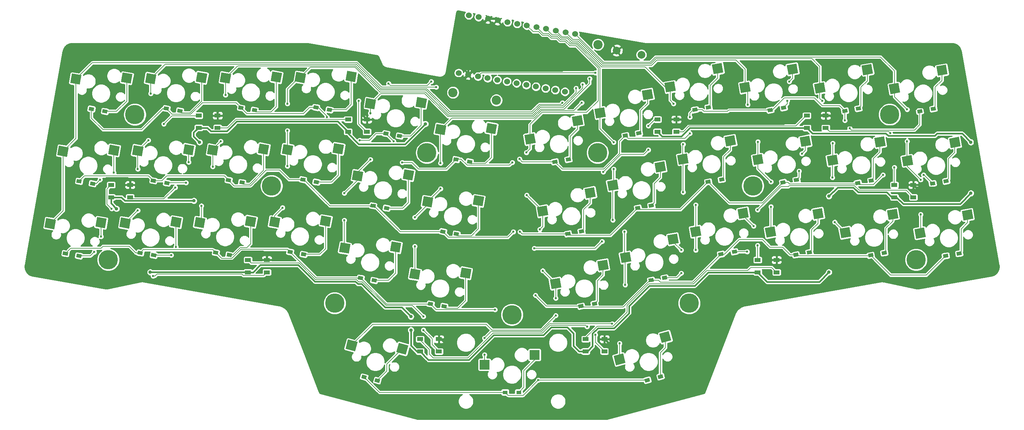
<source format=gbr>
G04 #@! TF.GenerationSoftware,KiCad,Pcbnew,(5.1.6-0-10_14)*
G04 #@! TF.CreationDate,2020-08-27T09:40:30+09:00*
G04 #@! TF.ProjectId,reviung39,72657669-756e-4673-9339-2e6b69636164,2.0*
G04 #@! TF.SameCoordinates,Original*
G04 #@! TF.FileFunction,Copper,L2,Bot*
G04 #@! TF.FilePolarity,Positive*
%FSLAX46Y46*%
G04 Gerber Fmt 4.6, Leading zero omitted, Abs format (unit mm)*
G04 Created by KiCad (PCBNEW (5.1.6-0-10_14)) date 2020-08-27 09:40:30*
%MOMM*%
%LPD*%
G01*
G04 APERTURE LIST*
G04 #@! TA.AperFunction,WasherPad*
%ADD10C,2.400000*%
G04 #@! TD*
G04 #@! TA.AperFunction,WasherPad*
%ADD11C,5.000000*%
G04 #@! TD*
G04 #@! TA.AperFunction,SMDPad,CuDef*
%ADD12C,0.100000*%
G04 #@! TD*
G04 #@! TA.AperFunction,SMDPad,CuDef*
%ADD13R,1.500000X1.000000*%
G04 #@! TD*
G04 #@! TA.AperFunction,ComponentPad*
%ADD14C,1.524000*%
G04 #@! TD*
G04 #@! TA.AperFunction,SMDPad,CuDef*
%ADD15R,1.300000X0.950000*%
G04 #@! TD*
G04 #@! TA.AperFunction,ComponentPad*
%ADD16C,2.000000*%
G04 #@! TD*
G04 #@! TA.AperFunction,SMDPad,CuDef*
%ADD17R,2.550000X2.500000*%
G04 #@! TD*
G04 #@! TA.AperFunction,ViaPad*
%ADD18C,0.600000*%
G04 #@! TD*
G04 #@! TA.AperFunction,ViaPad*
%ADD19C,0.900000*%
G04 #@! TD*
G04 #@! TA.AperFunction,Conductor*
%ADD20C,0.200000*%
G04 #@! TD*
G04 #@! TA.AperFunction,Conductor*
%ADD21C,0.400000*%
G04 #@! TD*
G04 #@! TA.AperFunction,Conductor*
%ADD22C,0.600000*%
G04 #@! TD*
G04 #@! TA.AperFunction,Conductor*
%ADD23C,0.254000*%
G04 #@! TD*
G04 APERTURE END LIST*
D10*
X129390000Y-71860000D03*
X140630000Y-73860000D03*
X166930000Y-59420000D03*
D11*
X122620000Y-87480000D03*
X166840000Y-87480000D03*
X242470000Y-77580000D03*
X249320000Y-115240000D03*
X207050000Y-96090000D03*
X190560000Y-126530000D03*
X144660000Y-129530000D03*
X98770000Y-126530000D03*
X82400000Y-96100000D03*
X40130000Y-115240000D03*
X47010000Y-77590000D03*
G04 #@! TA.AperFunction,SMDPad,CuDef*
D12*
G36*
X185352544Y-111365135D02*
G01*
X184918424Y-108903116D01*
X187429684Y-108460313D01*
X187863804Y-110922332D01*
X185352544Y-111365135D01*
G37*
G04 #@! TD.AperFunction*
G04 #@! TA.AperFunction,SMDPad,CuDef*
G36*
X173063001Y-116111297D02*
G01*
X172628881Y-113649278D01*
X175140141Y-113206475D01*
X175574261Y-115668494D01*
X173063001Y-116111297D01*
G37*
G04 #@! TD.AperFunction*
G04 #@! TA.AperFunction,SMDPad,CuDef*
G36*
X82182690Y-68851237D02*
G01*
X82616810Y-66389218D01*
X85128070Y-66832021D01*
X84693950Y-69294040D01*
X82182690Y-68851237D01*
G37*
G04 #@! TD.AperFunction*
G04 #@! TA.AperFunction,SMDPad,CuDef*
G36*
X69011013Y-69107899D02*
G01*
X69445133Y-66645880D01*
X71956393Y-67088683D01*
X71522273Y-69550702D01*
X69011013Y-69107899D01*
G37*
G04 #@! TD.AperFunction*
D13*
X187230000Y-78840000D03*
X187230000Y-82040000D03*
X182330000Y-78840000D03*
X182330000Y-82040000D03*
X225920000Y-77850000D03*
X225920000Y-81050000D03*
X221020000Y-77850000D03*
X221020000Y-81050000D03*
X248600000Y-95840000D03*
X248600000Y-99040000D03*
X243700000Y-95840000D03*
X243700000Y-99040000D03*
X213190000Y-115310000D03*
X213190000Y-118510000D03*
X208290000Y-115310000D03*
X208290000Y-118510000D03*
X168640000Y-135840000D03*
X168640000Y-139040000D03*
X163740000Y-135840000D03*
X163740000Y-139040000D03*
X125760000Y-135860000D03*
X125760000Y-139060000D03*
X120860000Y-135860000D03*
X120860000Y-139060000D03*
X81210000Y-115310000D03*
X81210000Y-118510000D03*
X76310000Y-115310000D03*
X76310000Y-118510000D03*
X40870000Y-99050000D03*
X40870000Y-95850000D03*
X45770000Y-99050000D03*
X45770000Y-95850000D03*
X68440000Y-77830000D03*
X68440000Y-81030000D03*
X63540000Y-77830000D03*
X63540000Y-81030000D03*
X107130000Y-78850000D03*
X107130000Y-82050000D03*
X102230000Y-78850000D03*
X102230000Y-82050000D03*
G04 #@! TA.AperFunction,SMDPad,CuDef*
D12*
G36*
X238932544Y-86145135D02*
G01*
X238498424Y-83683116D01*
X241009684Y-83240313D01*
X241443804Y-85702332D01*
X238932544Y-86145135D01*
G37*
G04 #@! TD.AperFunction*
G04 #@! TA.AperFunction,SMDPad,CuDef*
G36*
X226643001Y-90891297D02*
G01*
X226208881Y-88429278D01*
X228720141Y-87986475D01*
X229154261Y-90448494D01*
X226643001Y-90891297D01*
G37*
G04 #@! TD.AperFunction*
G04 #@! TA.AperFunction,SMDPad,CuDef*
G36*
X246033001Y-91011297D02*
G01*
X245598881Y-88549278D01*
X248110141Y-88106475D01*
X248544261Y-90568494D01*
X246033001Y-91011297D01*
G37*
G04 #@! TD.AperFunction*
G04 #@! TA.AperFunction,SMDPad,CuDef*
G36*
X258322544Y-86265135D02*
G01*
X257888424Y-83803116D01*
X260399684Y-83360313D01*
X260833804Y-85822332D01*
X258322544Y-86265135D01*
G37*
G04 #@! TD.AperFunction*
D14*
X133513659Y-51810156D03*
X136015071Y-52251222D03*
X138516482Y-52692289D03*
X141017894Y-53133355D03*
X143519306Y-53574421D03*
X146020718Y-54015488D03*
X148522129Y-54456554D03*
X151023541Y-54897621D03*
X153524953Y-55338687D03*
X156026364Y-55779753D03*
X158527776Y-56220820D03*
X161029188Y-56661886D03*
X158386262Y-71650660D03*
X155884851Y-71209594D03*
X153383439Y-70768527D03*
X150882027Y-70327461D03*
X148380616Y-69886395D03*
X145879204Y-69445328D03*
X143377792Y-69004262D03*
X140876381Y-68563195D03*
X138374969Y-68122129D03*
X135873557Y-67681063D03*
X133372146Y-67239996D03*
X130870734Y-66798930D03*
G04 #@! TA.AperFunction,SMDPad,CuDef*
D12*
G36*
X101552690Y-68711237D02*
G01*
X101986810Y-66249218D01*
X104498070Y-66692021D01*
X104063950Y-69154040D01*
X101552690Y-68711237D01*
G37*
G04 #@! TD.AperFunction*
G04 #@! TA.AperFunction,SMDPad,CuDef*
G36*
X88381013Y-68967899D02*
G01*
X88815133Y-66505880D01*
X91326393Y-66948683D01*
X90892273Y-69410702D01*
X88381013Y-68967899D01*
G37*
G04 #@! TD.AperFunction*
G04 #@! TA.AperFunction,SMDPad,CuDef*
G36*
X114718844Y-139229716D02*
G01*
X115365891Y-136814901D01*
X117829002Y-137474890D01*
X117181955Y-139889705D01*
X114718844Y-139229716D01*
G37*
G04 #@! TD.AperFunction*
G04 #@! TA.AperFunction,SMDPad,CuDef*
G36*
X101574921Y-138337413D02*
G01*
X102221968Y-135922598D01*
X104685079Y-136582587D01*
X104038032Y-138997402D01*
X101574921Y-138337413D01*
G37*
G04 #@! TD.AperFunction*
G04 #@! TA.AperFunction,SMDPad,CuDef*
G36*
X249323001Y-109801297D02*
G01*
X248888881Y-107339278D01*
X251400141Y-106896475D01*
X251834261Y-109358494D01*
X249323001Y-109801297D01*
G37*
G04 #@! TD.AperFunction*
G04 #@! TA.AperFunction,SMDPad,CuDef*
G36*
X261612544Y-105055135D02*
G01*
X261178424Y-102593116D01*
X263689684Y-102150313D01*
X264123804Y-104612332D01*
X261612544Y-105055135D01*
G37*
G04 #@! TD.AperFunction*
G04 #@! TA.AperFunction,SMDPad,CuDef*
G36*
X242242544Y-104915135D02*
G01*
X241808424Y-102453116D01*
X244319684Y-102010313D01*
X244753804Y-104472332D01*
X242242544Y-104915135D01*
G37*
G04 #@! TD.AperFunction*
G04 #@! TA.AperFunction,SMDPad,CuDef*
G36*
X229953001Y-109661297D02*
G01*
X229518881Y-107199278D01*
X232030141Y-106756475D01*
X232464261Y-109218494D01*
X229953001Y-109661297D01*
G37*
G04 #@! TD.AperFunction*
G04 #@! TA.AperFunction,SMDPad,CuDef*
G36*
X222892544Y-104755135D02*
G01*
X222458424Y-102293116D01*
X224969684Y-101850313D01*
X225403804Y-104312332D01*
X222892544Y-104755135D01*
G37*
G04 #@! TD.AperFunction*
G04 #@! TA.AperFunction,SMDPad,CuDef*
G36*
X210603001Y-109501297D02*
G01*
X210168881Y-107039278D01*
X212680141Y-106596475D01*
X213114261Y-109058494D01*
X210603001Y-109501297D01*
G37*
G04 #@! TD.AperFunction*
G04 #@! TA.AperFunction,SMDPad,CuDef*
G36*
X191213001Y-109391297D02*
G01*
X190778881Y-106929278D01*
X193290141Y-106486475D01*
X193724261Y-108948494D01*
X191213001Y-109391297D01*
G37*
G04 #@! TD.AperFunction*
G04 #@! TA.AperFunction,SMDPad,CuDef*
G36*
X203502544Y-104645135D02*
G01*
X203068424Y-102183116D01*
X205579684Y-101740313D01*
X206013804Y-104202332D01*
X203502544Y-104645135D01*
G37*
G04 #@! TD.AperFunction*
G04 #@! TA.AperFunction,SMDPad,CuDef*
G36*
X154933001Y-122871297D02*
G01*
X154498881Y-120409278D01*
X157010141Y-119966475D01*
X157444261Y-122428494D01*
X154933001Y-122871297D01*
G37*
G04 #@! TD.AperFunction*
G04 #@! TA.AperFunction,SMDPad,CuDef*
G36*
X167222544Y-118125135D02*
G01*
X166788424Y-115663116D01*
X169299684Y-115220313D01*
X169733804Y-117682332D01*
X167222544Y-118125135D01*
G37*
G04 #@! TD.AperFunction*
G04 #@! TA.AperFunction,SMDPad,CuDef*
G36*
X219602544Y-85985135D02*
G01*
X219168424Y-83523116D01*
X221679684Y-83080313D01*
X222113804Y-85542332D01*
X219602544Y-85985135D01*
G37*
G04 #@! TD.AperFunction*
G04 #@! TA.AperFunction,SMDPad,CuDef*
G36*
X207313001Y-90731297D02*
G01*
X206878881Y-88269278D01*
X209390141Y-87826475D01*
X209824261Y-90288494D01*
X207313001Y-90731297D01*
G37*
G04 #@! TD.AperFunction*
G04 #@! TA.AperFunction,SMDPad,CuDef*
G36*
X187883001Y-90591297D02*
G01*
X187448881Y-88129278D01*
X189960141Y-87686475D01*
X190394261Y-90148494D01*
X187883001Y-90591297D01*
G37*
G04 #@! TD.AperFunction*
G04 #@! TA.AperFunction,SMDPad,CuDef*
G36*
X200172544Y-85845135D02*
G01*
X199738424Y-83383116D01*
X202249684Y-82940313D01*
X202683804Y-85402332D01*
X200172544Y-85845135D01*
G37*
G04 #@! TD.AperFunction*
G04 #@! TA.AperFunction,SMDPad,CuDef*
G36*
X182042544Y-92615135D02*
G01*
X181608424Y-90153116D01*
X184119684Y-89710313D01*
X184553804Y-92172332D01*
X182042544Y-92615135D01*
G37*
G04 #@! TD.AperFunction*
G04 #@! TA.AperFunction,SMDPad,CuDef*
G36*
X169753001Y-97361297D02*
G01*
X169318881Y-94899278D01*
X171830141Y-94456475D01*
X172264261Y-96918494D01*
X169753001Y-97361297D01*
G37*
G04 #@! TD.AperFunction*
G04 #@! TA.AperFunction,SMDPad,CuDef*
G36*
X151583001Y-104101297D02*
G01*
X151148881Y-101639278D01*
X153660141Y-101196475D01*
X154094261Y-103658494D01*
X151583001Y-104101297D01*
G37*
G04 #@! TD.AperFunction*
G04 #@! TA.AperFunction,SMDPad,CuDef*
G36*
X163872544Y-99355135D02*
G01*
X163438424Y-96893116D01*
X165949684Y-96450313D01*
X166383804Y-98912332D01*
X163872544Y-99355135D01*
G37*
G04 #@! TD.AperFunction*
G04 #@! TA.AperFunction,SMDPad,CuDef*
G36*
X254982544Y-67535135D02*
G01*
X254548424Y-65073116D01*
X257059684Y-64630313D01*
X257493804Y-67092332D01*
X254982544Y-67535135D01*
G37*
G04 #@! TD.AperFunction*
G04 #@! TA.AperFunction,SMDPad,CuDef*
G36*
X242693001Y-72281297D02*
G01*
X242258881Y-69819278D01*
X244770141Y-69376475D01*
X245204261Y-71838494D01*
X242693001Y-72281297D01*
G37*
G04 #@! TD.AperFunction*
G04 #@! TA.AperFunction,SMDPad,CuDef*
G36*
X223353001Y-72121297D02*
G01*
X222918881Y-69659278D01*
X225430141Y-69216475D01*
X225864261Y-71678494D01*
X223353001Y-72121297D01*
G37*
G04 #@! TD.AperFunction*
G04 #@! TA.AperFunction,SMDPad,CuDef*
G36*
X235642544Y-67375135D02*
G01*
X235208424Y-64913116D01*
X237719684Y-64470313D01*
X238153804Y-66932332D01*
X235642544Y-67375135D01*
G37*
G04 #@! TD.AperFunction*
G04 #@! TA.AperFunction,SMDPad,CuDef*
G36*
X203983001Y-71991297D02*
G01*
X203548881Y-69529278D01*
X206060141Y-69086475D01*
X206494261Y-71548494D01*
X203983001Y-71991297D01*
G37*
G04 #@! TD.AperFunction*
G04 #@! TA.AperFunction,SMDPad,CuDef*
G36*
X216272544Y-67245135D02*
G01*
X215838424Y-64783116D01*
X218349684Y-64340313D01*
X218783804Y-66802332D01*
X216272544Y-67245135D01*
G37*
G04 #@! TD.AperFunction*
G04 #@! TA.AperFunction,SMDPad,CuDef*
G36*
X196882544Y-67105135D02*
G01*
X196448424Y-64643116D01*
X198959684Y-64200313D01*
X199393804Y-66662332D01*
X196882544Y-67105135D01*
G37*
G04 #@! TD.AperFunction*
G04 #@! TA.AperFunction,SMDPad,CuDef*
G36*
X184593001Y-71851297D02*
G01*
X184158881Y-69389278D01*
X186670141Y-68946475D01*
X187104261Y-71408494D01*
X184593001Y-71851297D01*
G37*
G04 #@! TD.AperFunction*
G04 #@! TA.AperFunction,SMDPad,CuDef*
G36*
X166463001Y-78591297D02*
G01*
X166028881Y-76129278D01*
X168540141Y-75686475D01*
X168974261Y-78148494D01*
X166463001Y-78591297D01*
G37*
G04 #@! TD.AperFunction*
G04 #@! TA.AperFunction,SMDPad,CuDef*
G36*
X178752544Y-73845135D02*
G01*
X178318424Y-71383116D01*
X180829684Y-70940313D01*
X181263804Y-73402332D01*
X178752544Y-73845135D01*
G37*
G04 #@! TD.AperFunction*
G04 #@! TA.AperFunction,SMDPad,CuDef*
G36*
X160602544Y-80625135D02*
G01*
X160168424Y-78163116D01*
X162679684Y-77720313D01*
X163113804Y-80182332D01*
X160602544Y-80625135D01*
G37*
G04 #@! TD.AperFunction*
G04 #@! TA.AperFunction,SMDPad,CuDef*
G36*
X148313001Y-85371297D02*
G01*
X147878881Y-82909278D01*
X150390141Y-82466475D01*
X150824261Y-84928494D01*
X148313001Y-85371297D01*
G37*
G04 #@! TD.AperFunction*
G04 #@! TA.AperFunction,SMDPad,CuDef*
G36*
X131222690Y-119731237D02*
G01*
X131656810Y-117269218D01*
X134168070Y-117712021D01*
X133733950Y-120174040D01*
X131222690Y-119731237D01*
G37*
G04 #@! TD.AperFunction*
G04 #@! TA.AperFunction,SMDPad,CuDef*
G36*
X118051013Y-119987899D02*
G01*
X118485133Y-117525880D01*
X120996393Y-117968683D01*
X120562273Y-120430702D01*
X118051013Y-119987899D01*
G37*
G04 #@! TD.AperFunction*
G04 #@! TA.AperFunction,SMDPad,CuDef*
G36*
X99901013Y-113227899D02*
G01*
X100335133Y-110765880D01*
X102846393Y-111208683D01*
X102412273Y-113670702D01*
X99901013Y-113227899D01*
G37*
G04 #@! TD.AperFunction*
G04 #@! TA.AperFunction,SMDPad,CuDef*
G36*
X113072690Y-112971237D02*
G01*
X113506810Y-110509218D01*
X116018070Y-110952021D01*
X115583950Y-113414040D01*
X113072690Y-112971237D01*
G37*
G04 #@! TD.AperFunction*
G04 #@! TA.AperFunction,SMDPad,CuDef*
G36*
X81745633Y-106476270D02*
G01*
X82179753Y-104014251D01*
X84691013Y-104457054D01*
X84256893Y-106919073D01*
X81745633Y-106476270D01*
G37*
G04 #@! TD.AperFunction*
G04 #@! TA.AperFunction,SMDPad,CuDef*
G36*
X94917310Y-106219608D02*
G01*
X95351430Y-103757589D01*
X97862690Y-104200392D01*
X97428570Y-106662411D01*
X94917310Y-106219608D01*
G37*
G04 #@! TD.AperFunction*
G04 #@! TA.AperFunction,SMDPad,CuDef*
G36*
X62361013Y-106627899D02*
G01*
X62795133Y-104165880D01*
X65306393Y-104608683D01*
X64872273Y-107070702D01*
X62361013Y-106627899D01*
G37*
G04 #@! TD.AperFunction*
G04 #@! TA.AperFunction,SMDPad,CuDef*
G36*
X75532690Y-106371237D02*
G01*
X75966810Y-103909218D01*
X78478070Y-104352021D01*
X78043950Y-106814040D01*
X75532690Y-106371237D01*
G37*
G04 #@! TD.AperFunction*
G04 #@! TA.AperFunction,SMDPad,CuDef*
G36*
X43021013Y-106737899D02*
G01*
X43455133Y-104275880D01*
X45966393Y-104718683D01*
X45532273Y-107180702D01*
X43021013Y-106737899D01*
G37*
G04 #@! TD.AperFunction*
G04 #@! TA.AperFunction,SMDPad,CuDef*
G36*
X56192690Y-106481237D02*
G01*
X56626810Y-104019218D01*
X59138070Y-104462021D01*
X58703950Y-106924040D01*
X56192690Y-106481237D01*
G37*
G04 #@! TD.AperFunction*
G04 #@! TA.AperFunction,SMDPad,CuDef*
G36*
X36792690Y-106641237D02*
G01*
X37226810Y-104179218D01*
X39738070Y-104622021D01*
X39303950Y-107084040D01*
X36792690Y-106641237D01*
G37*
G04 #@! TD.AperFunction*
G04 #@! TA.AperFunction,SMDPad,CuDef*
G36*
X23621013Y-106897899D02*
G01*
X24055133Y-104435880D01*
X26566393Y-104878683D01*
X26132273Y-107340702D01*
X23621013Y-106897899D01*
G37*
G04 #@! TD.AperFunction*
G04 #@! TA.AperFunction,SMDPad,CuDef*
G36*
X134532690Y-100961237D02*
G01*
X134966810Y-98499218D01*
X137478070Y-98942021D01*
X137043950Y-101404040D01*
X134532690Y-100961237D01*
G37*
G04 #@! TD.AperFunction*
G04 #@! TA.AperFunction,SMDPad,CuDef*
G36*
X121361013Y-101217899D02*
G01*
X121795133Y-98755880D01*
X124306393Y-99198683D01*
X123872273Y-101660702D01*
X121361013Y-101217899D01*
G37*
G04 #@! TD.AperFunction*
G04 #@! TA.AperFunction,SMDPad,CuDef*
G36*
X116382690Y-94241237D02*
G01*
X116816810Y-91779218D01*
X119328070Y-92222021D01*
X118893950Y-94684040D01*
X116382690Y-94241237D01*
G37*
G04 #@! TD.AperFunction*
G04 #@! TA.AperFunction,SMDPad,CuDef*
G36*
X103211013Y-94497899D02*
G01*
X103645133Y-92035880D01*
X106156393Y-92478683D01*
X105722273Y-94940702D01*
X103211013Y-94497899D01*
G37*
G04 #@! TD.AperFunction*
G04 #@! TA.AperFunction,SMDPad,CuDef*
G36*
X98232690Y-87461237D02*
G01*
X98666810Y-84999218D01*
X101178070Y-85442021D01*
X100743950Y-87904040D01*
X98232690Y-87461237D01*
G37*
G04 #@! TD.AperFunction*
G04 #@! TA.AperFunction,SMDPad,CuDef*
G36*
X85061013Y-87717899D02*
G01*
X85495133Y-85255880D01*
X88006393Y-85698683D01*
X87572273Y-88160702D01*
X85061013Y-87717899D01*
G37*
G04 #@! TD.AperFunction*
G04 #@! TA.AperFunction,SMDPad,CuDef*
G36*
X65701013Y-87827899D02*
G01*
X66135133Y-85365880D01*
X68646393Y-85808683D01*
X68212273Y-88270702D01*
X65701013Y-87827899D01*
G37*
G04 #@! TD.AperFunction*
G04 #@! TA.AperFunction,SMDPad,CuDef*
G36*
X78872690Y-87571237D02*
G01*
X79306810Y-85109218D01*
X81818070Y-85552021D01*
X81383950Y-88014040D01*
X78872690Y-87571237D01*
G37*
G04 #@! TD.AperFunction*
G04 #@! TA.AperFunction,SMDPad,CuDef*
G36*
X46301013Y-87987899D02*
G01*
X46735133Y-85525880D01*
X49246393Y-85968683D01*
X48812273Y-88430702D01*
X46301013Y-87987899D01*
G37*
G04 #@! TD.AperFunction*
G04 #@! TA.AperFunction,SMDPad,CuDef*
G36*
X59472690Y-87731237D02*
G01*
X59906810Y-85269218D01*
X62418070Y-85712021D01*
X61983950Y-88174040D01*
X59472690Y-87731237D01*
G37*
G04 #@! TD.AperFunction*
G04 #@! TA.AperFunction,SMDPad,CuDef*
G36*
X26941013Y-88107899D02*
G01*
X27375133Y-85645880D01*
X29886393Y-86088683D01*
X29452273Y-88550702D01*
X26941013Y-88107899D01*
G37*
G04 #@! TD.AperFunction*
G04 #@! TA.AperFunction,SMDPad,CuDef*
G36*
X40112690Y-87851237D02*
G01*
X40546810Y-85389218D01*
X43058070Y-85832021D01*
X42623950Y-88294040D01*
X40112690Y-87851237D01*
G37*
G04 #@! TD.AperFunction*
G04 #@! TA.AperFunction,SMDPad,CuDef*
G36*
X124701013Y-82467899D02*
G01*
X125135133Y-80005880D01*
X127646393Y-80448683D01*
X127212273Y-82910702D01*
X124701013Y-82467899D01*
G37*
G04 #@! TD.AperFunction*
G04 #@! TA.AperFunction,SMDPad,CuDef*
G36*
X137872690Y-82211237D02*
G01*
X138306810Y-79749218D01*
X140818070Y-80192021D01*
X140383950Y-82654040D01*
X137872690Y-82211237D01*
G37*
G04 #@! TD.AperFunction*
G04 #@! TA.AperFunction,SMDPad,CuDef*
G36*
X119702690Y-75501237D02*
G01*
X120136810Y-73039218D01*
X122648070Y-73482021D01*
X122213950Y-75944040D01*
X119702690Y-75501237D01*
G37*
G04 #@! TD.AperFunction*
G04 #@! TA.AperFunction,SMDPad,CuDef*
G36*
X106531013Y-75757899D02*
G01*
X106965133Y-73295880D01*
X109476393Y-73738683D01*
X109042273Y-76200702D01*
X106531013Y-75757899D01*
G37*
G04 #@! TD.AperFunction*
G04 #@! TA.AperFunction,SMDPad,CuDef*
G36*
X49661013Y-69267899D02*
G01*
X50095133Y-66805880D01*
X52606393Y-67248683D01*
X52172273Y-69710702D01*
X49661013Y-69267899D01*
G37*
G04 #@! TD.AperFunction*
G04 #@! TA.AperFunction,SMDPad,CuDef*
G36*
X62832690Y-69011237D02*
G01*
X63266810Y-66549218D01*
X65778070Y-66992021D01*
X65343950Y-69454040D01*
X62832690Y-69011237D01*
G37*
G04 #@! TD.AperFunction*
G04 #@! TA.AperFunction,SMDPad,CuDef*
G36*
X30271013Y-69377899D02*
G01*
X30705133Y-66915880D01*
X33216393Y-67358683D01*
X32782273Y-69820702D01*
X30271013Y-69377899D01*
G37*
G04 #@! TD.AperFunction*
G04 #@! TA.AperFunction,SMDPad,CuDef*
G36*
X43442690Y-69121237D02*
G01*
X43876810Y-66659218D01*
X46388070Y-67102021D01*
X45953950Y-69564040D01*
X43442690Y-69121237D01*
G37*
G04 #@! TD.AperFunction*
G04 #@! TA.AperFunction,SMDPad,CuDef*
G36*
X38525426Y-77093138D02*
G01*
X38690392Y-76157571D01*
X39970642Y-76383314D01*
X39805676Y-77318881D01*
X38525426Y-77093138D01*
G37*
G04 #@! TD.AperFunction*
G04 #@! TA.AperFunction,SMDPad,CuDef*
G36*
X35029358Y-76476686D02*
G01*
X35194324Y-75541119D01*
X36474574Y-75766862D01*
X36309608Y-76702429D01*
X35029358Y-76476686D01*
G37*
G04 #@! TD.AperFunction*
G04 #@! TA.AperFunction,SMDPad,CuDef*
G36*
X57945426Y-76983138D02*
G01*
X58110392Y-76047571D01*
X59390642Y-76273314D01*
X59225676Y-77208881D01*
X57945426Y-76983138D01*
G37*
G04 #@! TD.AperFunction*
G04 #@! TA.AperFunction,SMDPad,CuDef*
G36*
X54449358Y-76366686D02*
G01*
X54614324Y-75431119D01*
X55894574Y-75656862D01*
X55729608Y-76592429D01*
X54449358Y-76366686D01*
G37*
G04 #@! TD.AperFunction*
G04 #@! TA.AperFunction,SMDPad,CuDef*
G36*
X77265426Y-76793138D02*
G01*
X77430392Y-75857571D01*
X78710642Y-76083314D01*
X78545676Y-77018881D01*
X77265426Y-76793138D01*
G37*
G04 #@! TD.AperFunction*
G04 #@! TA.AperFunction,SMDPad,CuDef*
G36*
X73769358Y-76176686D02*
G01*
X73934324Y-75241119D01*
X75214574Y-75466862D01*
X75049608Y-76402429D01*
X73769358Y-76176686D01*
G37*
G04 #@! TD.AperFunction*
G04 #@! TA.AperFunction,SMDPad,CuDef*
G36*
X96675426Y-76693138D02*
G01*
X96840392Y-75757571D01*
X98120642Y-75983314D01*
X97955676Y-76918881D01*
X96675426Y-76693138D01*
G37*
G04 #@! TD.AperFunction*
G04 #@! TA.AperFunction,SMDPad,CuDef*
G36*
X93179358Y-76076686D02*
G01*
X93344324Y-75141119D01*
X94624574Y-75366862D01*
X94459608Y-76302429D01*
X93179358Y-76076686D01*
G37*
G04 #@! TD.AperFunction*
G04 #@! TA.AperFunction,SMDPad,CuDef*
G36*
X114825426Y-83483138D02*
G01*
X114990392Y-82547571D01*
X116270642Y-82773314D01*
X116105676Y-83708881D01*
X114825426Y-83483138D01*
G37*
G04 #@! TD.AperFunction*
G04 #@! TA.AperFunction,SMDPad,CuDef*
G36*
X111329358Y-82866686D02*
G01*
X111494324Y-81931119D01*
X112774574Y-82156862D01*
X112609608Y-83092429D01*
X111329358Y-82866686D01*
G37*
G04 #@! TD.AperFunction*
G04 #@! TA.AperFunction,SMDPad,CuDef*
G36*
X129469358Y-89566686D02*
G01*
X129634324Y-88631119D01*
X130914574Y-88856862D01*
X130749608Y-89792429D01*
X129469358Y-89566686D01*
G37*
G04 #@! TD.AperFunction*
G04 #@! TA.AperFunction,SMDPad,CuDef*
G36*
X132965426Y-90183138D02*
G01*
X133130392Y-89247571D01*
X134410642Y-89473314D01*
X134245676Y-90408881D01*
X132965426Y-90183138D01*
G37*
G04 #@! TD.AperFunction*
G04 #@! TA.AperFunction,SMDPad,CuDef*
G36*
X31849358Y-95236686D02*
G01*
X32014324Y-94301119D01*
X33294574Y-94526862D01*
X33129608Y-95462429D01*
X31849358Y-95236686D01*
G37*
G04 #@! TD.AperFunction*
G04 #@! TA.AperFunction,SMDPad,CuDef*
G36*
X35345426Y-95853138D02*
G01*
X35510392Y-94917571D01*
X36790642Y-95143314D01*
X36625676Y-96078881D01*
X35345426Y-95853138D01*
G37*
G04 #@! TD.AperFunction*
G04 #@! TA.AperFunction,SMDPad,CuDef*
G36*
X51079358Y-95086686D02*
G01*
X51244324Y-94151119D01*
X52524574Y-94376862D01*
X52359608Y-95312429D01*
X51079358Y-95086686D01*
G37*
G04 #@! TD.AperFunction*
G04 #@! TA.AperFunction,SMDPad,CuDef*
G36*
X54575426Y-95703138D02*
G01*
X54740392Y-94767571D01*
X56020642Y-94993314D01*
X55855676Y-95928881D01*
X54575426Y-95703138D01*
G37*
G04 #@! TD.AperFunction*
G04 #@! TA.AperFunction,SMDPad,CuDef*
G36*
X74035426Y-95553138D02*
G01*
X74200392Y-94617571D01*
X75480642Y-94843314D01*
X75315676Y-95778881D01*
X74035426Y-95553138D01*
G37*
G04 #@! TD.AperFunction*
G04 #@! TA.AperFunction,SMDPad,CuDef*
G36*
X70539358Y-94936686D02*
G01*
X70704324Y-94001119D01*
X71984574Y-94226862D01*
X71819608Y-95162429D01*
X70539358Y-94936686D01*
G37*
G04 #@! TD.AperFunction*
G04 #@! TA.AperFunction,SMDPad,CuDef*
G36*
X93295426Y-95433138D02*
G01*
X93460392Y-94497571D01*
X94740642Y-94723314D01*
X94575676Y-95658881D01*
X93295426Y-95433138D01*
G37*
G04 #@! TD.AperFunction*
G04 #@! TA.AperFunction,SMDPad,CuDef*
G36*
X89799358Y-94816686D02*
G01*
X89964324Y-93881119D01*
X91244574Y-94106862D01*
X91079608Y-95042429D01*
X89799358Y-94816686D01*
G37*
G04 #@! TD.AperFunction*
G04 #@! TA.AperFunction,SMDPad,CuDef*
G36*
X111475426Y-102213138D02*
G01*
X111640392Y-101277571D01*
X112920642Y-101503314D01*
X112755676Y-102438881D01*
X111475426Y-102213138D01*
G37*
G04 #@! TD.AperFunction*
G04 #@! TA.AperFunction,SMDPad,CuDef*
G36*
X107979358Y-101596686D02*
G01*
X108144324Y-100661119D01*
X109424574Y-100886862D01*
X109259608Y-101822429D01*
X107979358Y-101596686D01*
G37*
G04 #@! TD.AperFunction*
G04 #@! TA.AperFunction,SMDPad,CuDef*
G36*
X126059358Y-108296686D02*
G01*
X126224324Y-107361119D01*
X127504574Y-107586862D01*
X127339608Y-108522429D01*
X126059358Y-108296686D01*
G37*
G04 #@! TD.AperFunction*
G04 #@! TA.AperFunction,SMDPad,CuDef*
G36*
X129555426Y-108913138D02*
G01*
X129720392Y-107977571D01*
X131000642Y-108203314D01*
X130835676Y-109138881D01*
X129555426Y-108913138D01*
G37*
G04 #@! TD.AperFunction*
G04 #@! TA.AperFunction,SMDPad,CuDef*
G36*
X28309358Y-113986686D02*
G01*
X28474324Y-113051119D01*
X29754574Y-113276862D01*
X29589608Y-114212429D01*
X28309358Y-113986686D01*
G37*
G04 #@! TD.AperFunction*
G04 #@! TA.AperFunction,SMDPad,CuDef*
G36*
X31805426Y-114603138D02*
G01*
X31970392Y-113667571D01*
X33250642Y-113893314D01*
X33085676Y-114828881D01*
X31805426Y-114603138D01*
G37*
G04 #@! TD.AperFunction*
G04 #@! TA.AperFunction,SMDPad,CuDef*
G36*
X47669358Y-113816686D02*
G01*
X47834324Y-112881119D01*
X49114574Y-113106862D01*
X48949608Y-114042429D01*
X47669358Y-113816686D01*
G37*
G04 #@! TD.AperFunction*
G04 #@! TA.AperFunction,SMDPad,CuDef*
G36*
X51165426Y-114433138D02*
G01*
X51330392Y-113497571D01*
X52610642Y-113723314D01*
X52445676Y-114658881D01*
X51165426Y-114433138D01*
G37*
G04 #@! TD.AperFunction*
G04 #@! TA.AperFunction,SMDPad,CuDef*
G36*
X70735426Y-114363138D02*
G01*
X70900392Y-113427571D01*
X72180642Y-113653314D01*
X72015676Y-114588881D01*
X70735426Y-114363138D01*
G37*
G04 #@! TD.AperFunction*
G04 #@! TA.AperFunction,SMDPad,CuDef*
G36*
X67239358Y-113746686D02*
G01*
X67404324Y-112811119D01*
X68684574Y-113036862D01*
X68519608Y-113972429D01*
X67239358Y-113746686D01*
G37*
G04 #@! TD.AperFunction*
G04 #@! TA.AperFunction,SMDPad,CuDef*
G36*
X89985426Y-114193138D02*
G01*
X90150392Y-113257571D01*
X91430642Y-113483314D01*
X91265676Y-114418881D01*
X89985426Y-114193138D01*
G37*
G04 #@! TD.AperFunction*
G04 #@! TA.AperFunction,SMDPad,CuDef*
G36*
X86489358Y-113576686D02*
G01*
X86654324Y-112641119D01*
X87934574Y-112866862D01*
X87769608Y-113802429D01*
X86489358Y-113576686D01*
G37*
G04 #@! TD.AperFunction*
G04 #@! TA.AperFunction,SMDPad,CuDef*
G36*
X104749358Y-120346686D02*
G01*
X104914324Y-119411119D01*
X106194574Y-119636862D01*
X106029608Y-120572429D01*
X104749358Y-120346686D01*
G37*
G04 #@! TD.AperFunction*
G04 #@! TA.AperFunction,SMDPad,CuDef*
G36*
X108245426Y-120963138D02*
G01*
X108410392Y-120027571D01*
X109690642Y-120253314D01*
X109525676Y-121188881D01*
X108245426Y-120963138D01*
G37*
G04 #@! TD.AperFunction*
G04 #@! TA.AperFunction,SMDPad,CuDef*
G36*
X122859358Y-127086686D02*
G01*
X123024324Y-126151119D01*
X124304574Y-126376862D01*
X124139608Y-127312429D01*
X122859358Y-127086686D01*
G37*
G04 #@! TD.AperFunction*
G04 #@! TA.AperFunction,SMDPad,CuDef*
G36*
X126355426Y-127703138D02*
G01*
X126520392Y-126767571D01*
X127800642Y-126993314D01*
X127635676Y-127928881D01*
X126355426Y-127703138D01*
G37*
G04 #@! TD.AperFunction*
G04 #@! TA.AperFunction,SMDPad,CuDef*
G36*
X155224324Y-90418881D02*
G01*
X155059358Y-89483314D01*
X156339608Y-89257571D01*
X156504574Y-90193138D01*
X155224324Y-90418881D01*
G37*
G04 #@! TD.AperFunction*
G04 #@! TA.AperFunction,SMDPad,CuDef*
G36*
X158720392Y-89802429D02*
G01*
X158555426Y-88866862D01*
X159835676Y-88641119D01*
X160000642Y-89576686D01*
X158720392Y-89802429D01*
G37*
G04 #@! TD.AperFunction*
G04 #@! TA.AperFunction,SMDPad,CuDef*
G36*
X173474324Y-83598881D02*
G01*
X173309358Y-82663314D01*
X174589608Y-82437571D01*
X174754574Y-83373138D01*
X173474324Y-83598881D01*
G37*
G04 #@! TD.AperFunction*
G04 #@! TA.AperFunction,SMDPad,CuDef*
G36*
X176970392Y-82982429D02*
G01*
X176805426Y-82046862D01*
X178085676Y-81821119D01*
X178250642Y-82756686D01*
X176970392Y-82982429D01*
G37*
G04 #@! TD.AperFunction*
G04 #@! TA.AperFunction,SMDPad,CuDef*
G36*
X194990392Y-76282429D02*
G01*
X194825426Y-75346862D01*
X196105676Y-75121119D01*
X196270642Y-76056686D01*
X194990392Y-76282429D01*
G37*
G04 #@! TD.AperFunction*
G04 #@! TA.AperFunction,SMDPad,CuDef*
G36*
X191494324Y-76898881D02*
G01*
X191329358Y-75963314D01*
X192609608Y-75737571D01*
X192774574Y-76673138D01*
X191494324Y-76898881D01*
G37*
G04 #@! TD.AperFunction*
G04 #@! TA.AperFunction,SMDPad,CuDef*
G36*
X214470392Y-76382429D02*
G01*
X214305426Y-75446862D01*
X215585676Y-75221119D01*
X215750642Y-76156686D01*
X214470392Y-76382429D01*
G37*
G04 #@! TD.AperFunction*
G04 #@! TA.AperFunction,SMDPad,CuDef*
G36*
X210974324Y-76998881D02*
G01*
X210809358Y-76063314D01*
X212089608Y-75837571D01*
X212254574Y-76773138D01*
X210974324Y-76998881D01*
G37*
G04 #@! TD.AperFunction*
G04 #@! TA.AperFunction,SMDPad,CuDef*
G36*
X233820392Y-76582429D02*
G01*
X233655426Y-75646862D01*
X234935676Y-75421119D01*
X235100642Y-76356686D01*
X233820392Y-76582429D01*
G37*
G04 #@! TD.AperFunction*
G04 #@! TA.AperFunction,SMDPad,CuDef*
G36*
X230324324Y-77198881D02*
G01*
X230159358Y-76263314D01*
X231439608Y-76037571D01*
X231604574Y-76973138D01*
X230324324Y-77198881D01*
G37*
G04 #@! TD.AperFunction*
G04 #@! TA.AperFunction,SMDPad,CuDef*
G36*
X253230392Y-76682429D02*
G01*
X253065426Y-75746862D01*
X254345676Y-75521119D01*
X254510642Y-76456686D01*
X253230392Y-76682429D01*
G37*
G04 #@! TD.AperFunction*
G04 #@! TA.AperFunction,SMDPad,CuDef*
G36*
X249734324Y-77298881D02*
G01*
X249569358Y-76363314D01*
X250849608Y-76137571D01*
X251014574Y-77073138D01*
X249734324Y-77298881D01*
G37*
G04 #@! TD.AperFunction*
G04 #@! TA.AperFunction,SMDPad,CuDef*
G36*
X158604324Y-109098881D02*
G01*
X158439358Y-108163314D01*
X159719608Y-107937571D01*
X159884574Y-108873138D01*
X158604324Y-109098881D01*
G37*
G04 #@! TD.AperFunction*
G04 #@! TA.AperFunction,SMDPad,CuDef*
G36*
X162100392Y-108482429D02*
G01*
X161935426Y-107546862D01*
X163215676Y-107321119D01*
X163380642Y-108256686D01*
X162100392Y-108482429D01*
G37*
G04 #@! TD.AperFunction*
G04 #@! TA.AperFunction,SMDPad,CuDef*
G36*
X180190392Y-101792429D02*
G01*
X180025426Y-100856862D01*
X181305676Y-100631119D01*
X181470642Y-101566686D01*
X180190392Y-101792429D01*
G37*
G04 #@! TD.AperFunction*
G04 #@! TA.AperFunction,SMDPad,CuDef*
G36*
X176694324Y-102408881D02*
G01*
X176529358Y-101473314D01*
X177809608Y-101247571D01*
X177974574Y-102183138D01*
X176694324Y-102408881D01*
G37*
G04 #@! TD.AperFunction*
G04 #@! TA.AperFunction,SMDPad,CuDef*
G36*
X198410392Y-95002429D02*
G01*
X198245426Y-94066862D01*
X199525676Y-93841119D01*
X199690642Y-94776686D01*
X198410392Y-95002429D01*
G37*
G04 #@! TD.AperFunction*
G04 #@! TA.AperFunction,SMDPad,CuDef*
G36*
X194914324Y-95618881D02*
G01*
X194749358Y-94683314D01*
X196029608Y-94457571D01*
X196194574Y-95393138D01*
X194914324Y-95618881D01*
G37*
G04 #@! TD.AperFunction*
G04 #@! TA.AperFunction,SMDPad,CuDef*
G36*
X214284324Y-95748881D02*
G01*
X214119358Y-94813314D01*
X215399608Y-94587571D01*
X215564574Y-95523138D01*
X214284324Y-95748881D01*
G37*
G04 #@! TD.AperFunction*
G04 #@! TA.AperFunction,SMDPad,CuDef*
G36*
X217780392Y-95132429D02*
G01*
X217615426Y-94196862D01*
X218895676Y-93971119D01*
X219060642Y-94906686D01*
X217780392Y-95132429D01*
G37*
G04 #@! TD.AperFunction*
G04 #@! TA.AperFunction,SMDPad,CuDef*
G36*
X233664324Y-95918881D02*
G01*
X233499358Y-94983314D01*
X234779608Y-94757571D01*
X234944574Y-95693138D01*
X233664324Y-95918881D01*
G37*
G04 #@! TD.AperFunction*
G04 #@! TA.AperFunction,SMDPad,CuDef*
G36*
X237160392Y-95302429D02*
G01*
X236995426Y-94366862D01*
X238275676Y-94141119D01*
X238440642Y-95076686D01*
X237160392Y-95302429D01*
G37*
G04 #@! TD.AperFunction*
G04 #@! TA.AperFunction,SMDPad,CuDef*
G36*
X253044324Y-96048881D02*
G01*
X252879358Y-95113314D01*
X254159608Y-94887571D01*
X254324574Y-95823138D01*
X253044324Y-96048881D01*
G37*
G04 #@! TD.AperFunction*
G04 #@! TA.AperFunction,SMDPad,CuDef*
G36*
X256540392Y-95432429D02*
G01*
X256375426Y-94496862D01*
X257655676Y-94271119D01*
X257820642Y-95206686D01*
X256540392Y-95432429D01*
G37*
G04 #@! TD.AperFunction*
G04 #@! TA.AperFunction,SMDPad,CuDef*
G36*
X161984324Y-127878881D02*
G01*
X161819358Y-126943314D01*
X163099608Y-126717571D01*
X163264574Y-127653138D01*
X161984324Y-127878881D01*
G37*
G04 #@! TD.AperFunction*
G04 #@! TA.AperFunction,SMDPad,CuDef*
G36*
X165480392Y-127262429D02*
G01*
X165315426Y-126326862D01*
X166595676Y-126101119D01*
X166760642Y-127036686D01*
X165480392Y-127262429D01*
G37*
G04 #@! TD.AperFunction*
G04 #@! TA.AperFunction,SMDPad,CuDef*
G36*
X180134324Y-121128881D02*
G01*
X179969358Y-120193314D01*
X181249608Y-119967571D01*
X181414574Y-120903138D01*
X180134324Y-121128881D01*
G37*
G04 #@! TD.AperFunction*
G04 #@! TA.AperFunction,SMDPad,CuDef*
G36*
X183630392Y-120512429D02*
G01*
X183465426Y-119576862D01*
X184745676Y-119351119D01*
X184910642Y-120286686D01*
X183630392Y-120512429D01*
G37*
G04 #@! TD.AperFunction*
G04 #@! TA.AperFunction,SMDPad,CuDef*
G36*
X201720392Y-113752429D02*
G01*
X201555426Y-112816862D01*
X202835676Y-112591119D01*
X203000642Y-113526686D01*
X201720392Y-113752429D01*
G37*
G04 #@! TD.AperFunction*
G04 #@! TA.AperFunction,SMDPad,CuDef*
G36*
X198224324Y-114368881D02*
G01*
X198059358Y-113433314D01*
X199339608Y-113207571D01*
X199504574Y-114143138D01*
X198224324Y-114368881D01*
G37*
G04 #@! TD.AperFunction*
G04 #@! TA.AperFunction,SMDPad,CuDef*
G36*
X221130392Y-113912429D02*
G01*
X220965426Y-112976862D01*
X222245676Y-112751119D01*
X222410642Y-113686686D01*
X221130392Y-113912429D01*
G37*
G04 #@! TD.AperFunction*
G04 #@! TA.AperFunction,SMDPad,CuDef*
G36*
X217634324Y-114528881D02*
G01*
X217469358Y-113593314D01*
X218749608Y-113367571D01*
X218914574Y-114303138D01*
X217634324Y-114528881D01*
G37*
G04 #@! TD.AperFunction*
G04 #@! TA.AperFunction,SMDPad,CuDef*
G36*
X237014324Y-114668881D02*
G01*
X236849358Y-113733314D01*
X238129608Y-113507571D01*
X238294574Y-114443138D01*
X237014324Y-114668881D01*
G37*
G04 #@! TD.AperFunction*
G04 #@! TA.AperFunction,SMDPad,CuDef*
G36*
X240510392Y-114052429D02*
G01*
X240345426Y-113116862D01*
X241625676Y-112891119D01*
X241790642Y-113826686D01*
X240510392Y-114052429D01*
G37*
G04 #@! TD.AperFunction*
G04 #@! TA.AperFunction,SMDPad,CuDef*
G36*
X256424324Y-114828881D02*
G01*
X256259358Y-113893314D01*
X257539608Y-113667571D01*
X257704574Y-114603138D01*
X256424324Y-114828881D01*
G37*
G04 #@! TD.AperFunction*
G04 #@! TA.AperFunction,SMDPad,CuDef*
G36*
X259920392Y-114212429D02*
G01*
X259755426Y-113276862D01*
X261035676Y-113051119D01*
X261200642Y-113986686D01*
X259920392Y-114212429D01*
G37*
G04 #@! TD.AperFunction*
G04 #@! TA.AperFunction,SMDPad,CuDef*
G36*
X105620173Y-145971774D02*
G01*
X105866051Y-145054145D01*
X107121755Y-145390610D01*
X106875877Y-146308239D01*
X105620173Y-145971774D01*
G37*
G04 #@! TD.AperFunction*
G04 #@! TA.AperFunction,SMDPad,CuDef*
G36*
X109049209Y-146890582D02*
G01*
X109295087Y-145972953D01*
X110550791Y-146309418D01*
X110304913Y-147227047D01*
X109049209Y-146890582D01*
G37*
G04 #@! TD.AperFunction*
D15*
X142893000Y-149670000D03*
X146443000Y-149670000D03*
G04 #@! TA.AperFunction,SMDPad,CuDef*
D12*
G36*
X179195087Y-147127047D02*
G01*
X178949209Y-146209418D01*
X180204913Y-145872953D01*
X180450791Y-146790582D01*
X179195087Y-147127047D01*
G37*
G04 #@! TD.AperFunction*
G04 #@! TA.AperFunction,SMDPad,CuDef*
G36*
X182624123Y-146208239D02*
G01*
X182378245Y-145290610D01*
X183633949Y-144954145D01*
X183879827Y-145871774D01*
X182624123Y-146208239D01*
G37*
G04 #@! TD.AperFunction*
D16*
X178200625Y-62064357D03*
X171799375Y-60935643D03*
D17*
X150510000Y-139950000D03*
X137583000Y-142490000D03*
G04 #@! TA.AperFunction,SMDPad,CuDef*
D12*
G36*
X183461968Y-136847402D02*
G01*
X182814921Y-134432587D01*
X185278032Y-133772598D01*
X185925079Y-136187413D01*
X183461968Y-136847402D01*
G37*
G04 #@! TD.AperFunction*
G04 #@! TA.AperFunction,SMDPad,CuDef*
G36*
X171632845Y-142646607D02*
G01*
X170985798Y-140231792D01*
X173448909Y-139571803D01*
X174095956Y-141986618D01*
X171632845Y-142646607D01*
G37*
G04 #@! TD.AperFunction*
D18*
X96750000Y-78250000D03*
X114000000Y-84500000D03*
X116250000Y-90000000D03*
X105250000Y-84250000D03*
X144750000Y-90000000D03*
X145000000Y-108000000D03*
X38000000Y-94500000D03*
X41585380Y-92664620D03*
X60945380Y-89945380D03*
X60250000Y-95250000D03*
X140271109Y-128228891D03*
X38265380Y-109234620D03*
X36500000Y-113250000D03*
X57665380Y-111915380D03*
X56421774Y-114078226D03*
X190750000Y-82500000D03*
X190750000Y-78250000D03*
X232125000Y-81125000D03*
X230881966Y-79118034D03*
X146625000Y-89125000D03*
X216500000Y-69000000D03*
X216000000Y-74000000D03*
X251250000Y-93250000D03*
X240750000Y-93250000D03*
X146750000Y-108000000D03*
X219750000Y-87750000D03*
X219000000Y-92250000D03*
X150750000Y-124500000D03*
X188500000Y-112750000D03*
X188500000Y-118750000D03*
X207250000Y-106500000D03*
X205578226Y-113171774D03*
X151500000Y-146500000D03*
X123750000Y-69000000D03*
X112717151Y-69532849D03*
X105000000Y-74000000D03*
D19*
X62299999Y-99950001D03*
X42250000Y-102000000D03*
X51000000Y-118500000D03*
X118500000Y-133500000D03*
X118500000Y-130000000D03*
X226750000Y-118500000D03*
X226750000Y-98750000D03*
X263500000Y-98000000D03*
X263500000Y-84750000D03*
X122250000Y-80000000D03*
X63749990Y-84749990D03*
X111250000Y-66250000D03*
D18*
X132000000Y-70000000D03*
X134750000Y-73000000D03*
X132750000Y-81000000D03*
X96500000Y-67750000D03*
X150000000Y-73750000D03*
D19*
X68875000Y-62125000D03*
X67500000Y-75500000D03*
X30000000Y-97750000D03*
D18*
X60000000Y-114000000D03*
X209750000Y-66000000D03*
X201850000Y-67030000D03*
X189930000Y-65960000D03*
X109450000Y-84120000D03*
X129500000Y-134000000D03*
X162000000Y-134000000D03*
D19*
X220750000Y-74250000D03*
X34354308Y-118500000D03*
X169890001Y-144609999D03*
X129250000Y-139500000D03*
X162000000Y-61750000D03*
X107500000Y-70000000D03*
D18*
X201250000Y-128250000D03*
X193500000Y-149000000D03*
X95750000Y-149000000D03*
X120250000Y-155750000D03*
X169000000Y-155750000D03*
X87750000Y-128250000D03*
X39250000Y-122250000D03*
X20500000Y-117250000D03*
X249750000Y-122000000D03*
X268750000Y-117250000D03*
X258750000Y-61000000D03*
X30750000Y-61250000D03*
X88750000Y-60750000D03*
X200750000Y-60750000D03*
X154500000Y-114500000D03*
X135000000Y-114500000D03*
X138250000Y-95750000D03*
X151250000Y-95750000D03*
X125050020Y-70449980D03*
X156000000Y-129750000D03*
X156000000Y-125250000D03*
X152651342Y-118098658D03*
X148425031Y-87425031D03*
X148500000Y-98500000D03*
X151900010Y-107343132D03*
X171000000Y-84750000D03*
X171000000Y-91750000D03*
X170791571Y-104958429D03*
X173833142Y-108000000D03*
X174000000Y-121750000D03*
X47773703Y-91726297D03*
X47773703Y-102448291D03*
X51133703Y-72116297D03*
X50500997Y-84250997D03*
X137583000Y-135567010D03*
X137583000Y-139917000D03*
X170625000Y-131875000D03*
X157750000Y-74500000D03*
X192250000Y-101000000D03*
X189000000Y-97750000D03*
X186500000Y-74750000D03*
X69250000Y-84500000D03*
X64250000Y-101250000D03*
X70483703Y-72516297D03*
X189000000Y-85250000D03*
X192251571Y-112748429D03*
X172540877Y-136962265D03*
X161250000Y-70750000D03*
X67173703Y-91076297D03*
X205750000Y-75000000D03*
X211750000Y-95000000D03*
X211750000Y-101500000D03*
X86500000Y-74750000D03*
X86500000Y-81750000D03*
X86533703Y-90966297D03*
X85250000Y-101750000D03*
X208351571Y-84648429D03*
X163000000Y-69750000D03*
X225000000Y-74000000D03*
X227750000Y-85000000D03*
X227681571Y-93931571D03*
X101250000Y-98000000D03*
X101250000Y-105000000D03*
X228266342Y-105483658D03*
X108003703Y-77246297D03*
X108000000Y-89250000D03*
X164782849Y-68282849D03*
X247000000Y-76250000D03*
X247000000Y-84500000D03*
X250500000Y-94463958D03*
X250500000Y-103500000D03*
X126173703Y-90173703D03*
X119500000Y-104250000D03*
X119500000Y-111750000D03*
X126173703Y-96826297D03*
X162750000Y-74500000D03*
X166250000Y-66750000D03*
X57500000Y-96500000D03*
X54500000Y-80000000D03*
X41000000Y-102000000D03*
X51750000Y-119500000D03*
X121750000Y-130000000D03*
X121750000Y-133500000D03*
X166250000Y-134750000D03*
X164125000Y-132625000D03*
X208290000Y-111540000D03*
X208290000Y-102285890D03*
X242603560Y-82396440D03*
X243700000Y-91300000D03*
X150440000Y-112310000D03*
X168000000Y-110500000D03*
X168315698Y-92500000D03*
X180000000Y-86750000D03*
X180000000Y-80500000D03*
D20*
X44915380Y-68111629D02*
X44888371Y-68111629D01*
X44915380Y-68111629D02*
X44915380Y-74084620D01*
X42261774Y-76738226D02*
X39248034Y-76738226D01*
X44915380Y-74084620D02*
X42261774Y-76738226D01*
X75989083Y-77318891D02*
X90681109Y-77318891D01*
X74491966Y-75821774D02*
X75989083Y-77318891D01*
X92278226Y-75721774D02*
X93901966Y-75721774D01*
X90681109Y-77318891D02*
X92278226Y-75721774D01*
X93901966Y-75721774D02*
X94471774Y-75721774D01*
X94471774Y-75721774D02*
X96750000Y-78000000D01*
X96750000Y-78000000D02*
X96750000Y-78250000D01*
X127653740Y-91750000D02*
X130191966Y-89211774D01*
X120500000Y-91750000D02*
X127653740Y-91750000D01*
X133066898Y-90708891D02*
X131500000Y-89141993D01*
X130261747Y-89141993D02*
X130191966Y-89211774D01*
X131500000Y-89141993D02*
X130261747Y-89141993D01*
X112051966Y-82511774D02*
X112051966Y-82551966D01*
X112051966Y-82551966D02*
X114000000Y-84500000D01*
X118750000Y-90000000D02*
X120500000Y-91750000D01*
X116250000Y-90000000D02*
X118750000Y-90000000D01*
X112051966Y-82511774D02*
X109488226Y-82511774D01*
X109488226Y-82511774D02*
X107750000Y-84250000D01*
X107750000Y-84250000D02*
X105250000Y-84250000D01*
X56669083Y-77508891D02*
X55171966Y-76011774D01*
X74491966Y-75741966D02*
X73250000Y-74500000D01*
X74491966Y-75821774D02*
X74491966Y-75741966D01*
X61491109Y-77508891D02*
X64500000Y-74500000D01*
X56669083Y-77508891D02*
X61491109Y-77508891D01*
X73250000Y-74500000D02*
X64500000Y-74500000D01*
X55171966Y-76011774D02*
X54238226Y-76011774D01*
X54238226Y-76011774D02*
X48750000Y-81500000D01*
X48750000Y-81500000D02*
X38750000Y-81500000D01*
X35751966Y-78501966D02*
X35751966Y-76121774D01*
X38750000Y-81500000D02*
X35751966Y-78501966D01*
X144041109Y-90708891D02*
X144750000Y-90000000D01*
X133066898Y-90708891D02*
X144041109Y-90708891D01*
X64305380Y-68001629D02*
X64305380Y-74128922D01*
X64305380Y-74128922D02*
X61325421Y-77108881D01*
X59148689Y-77108881D02*
X58668034Y-76628226D01*
X61325421Y-77108881D02*
X59148689Y-77108881D01*
X83655380Y-67841629D02*
X83655380Y-75513501D01*
X83655380Y-75513501D02*
X82250000Y-76918881D01*
X78468689Y-76918881D02*
X77988034Y-76438226D01*
X82250000Y-76918881D02*
X78468689Y-76918881D01*
X103025380Y-67701629D02*
X103025380Y-74974620D01*
X101661774Y-76338226D02*
X97398034Y-76338226D01*
X103025380Y-74974620D02*
X101661774Y-76338226D01*
X121175380Y-74491629D02*
X121175380Y-80367500D01*
X118414654Y-83128226D02*
X115548034Y-83128226D01*
X121175380Y-80367500D02*
X118414654Y-83128226D01*
X139345380Y-81201629D02*
X139345380Y-88713501D01*
X139345380Y-88713501D02*
X137750000Y-90308881D01*
X134168689Y-90308881D02*
X133688034Y-89828226D01*
X137750000Y-90308881D02*
X134168689Y-90308881D01*
X50570192Y-93500000D02*
X51801966Y-94731774D01*
X72759083Y-96078891D02*
X76921109Y-96078891D01*
X71261966Y-94581774D02*
X72759083Y-96078891D01*
X76921109Y-96078891D02*
X81000000Y-92000000D01*
X90521966Y-94461774D02*
X90711774Y-94461774D01*
X97491774Y-101241774D02*
X108701966Y-101241774D01*
X90711774Y-94461774D02*
X97491774Y-101241774D01*
X108701966Y-101241774D02*
X108991774Y-101241774D01*
X115691774Y-107941774D02*
X126781966Y-107941774D01*
X108991774Y-101241774D02*
X115691774Y-107941774D01*
X128279083Y-109438891D02*
X126781966Y-107941774D01*
X33953740Y-93500000D02*
X50570192Y-93500000D01*
X32571966Y-94881774D02*
X33953740Y-93500000D01*
X54018226Y-94731774D02*
X55250000Y-93500000D01*
X55250000Y-93500000D02*
X70180192Y-93500000D01*
X70180192Y-93500000D02*
X71261966Y-94581774D01*
X51801966Y-94731774D02*
X54018226Y-94731774D01*
X86961774Y-94461774D02*
X84500000Y-92000000D01*
X90521966Y-94461774D02*
X86961774Y-94461774D01*
X81000000Y-92000000D02*
X84500000Y-92000000D01*
X143561109Y-109438891D02*
X143188891Y-109438891D01*
X145000000Y-108000000D02*
X143561109Y-109438891D01*
X143188891Y-109438891D02*
X128279083Y-109438891D01*
X143311109Y-109438891D02*
X143188891Y-109438891D01*
X41585380Y-86841629D02*
X41585380Y-87414620D01*
X36068034Y-95498226D02*
X37001774Y-95498226D01*
X37001774Y-95498226D02*
X38000000Y-94500000D01*
X41585380Y-86841629D02*
X41585380Y-92664620D01*
X60945380Y-86721629D02*
X60945380Y-87304620D01*
X60945380Y-86721629D02*
X60945380Y-89945380D01*
X55396260Y-95250000D02*
X55298034Y-95348226D01*
X60250000Y-95250000D02*
X55396260Y-95250000D01*
X80345380Y-86561629D02*
X80345380Y-92088922D01*
X80345380Y-92088922D02*
X76755421Y-95678881D01*
X75238689Y-95678881D02*
X74758034Y-95198226D01*
X76755421Y-95678881D02*
X75238689Y-95678881D01*
X99705380Y-86451629D02*
X99705380Y-93294620D01*
X97921774Y-95078226D02*
X94018034Y-95078226D01*
X99705380Y-93294620D02*
X97921774Y-95078226D01*
X117855380Y-93231629D02*
X117855380Y-100394620D01*
X116391774Y-101858226D02*
X112198034Y-101858226D01*
X117855380Y-100394620D02*
X116391774Y-101858226D01*
X136005380Y-99951629D02*
X136005380Y-107244620D01*
X136005380Y-107244620D02*
X134211119Y-109038881D01*
X130758689Y-109038881D02*
X130278034Y-108558226D01*
X134211119Y-109038881D02*
X130758689Y-109038881D01*
X69459083Y-114888891D02*
X72139946Y-114888891D01*
X72139946Y-114888891D02*
X74500000Y-112528837D01*
X67961966Y-113391774D02*
X69459083Y-114888891D01*
X86519029Y-112528837D02*
X87211966Y-113221774D01*
X74500000Y-112528837D02*
X86519029Y-112528837D01*
X93981966Y-119991774D02*
X105471966Y-119991774D01*
X87211966Y-113221774D02*
X93981966Y-119991774D01*
X112211966Y-126731774D02*
X123581966Y-126731774D01*
X105471966Y-119991774D02*
X112211966Y-126731774D01*
X125079083Y-128228891D02*
X123581966Y-126731774D01*
X140271109Y-128228891D02*
X125079083Y-128228891D01*
X67220191Y-112649999D02*
X67961966Y-113391774D01*
X49203741Y-112649999D02*
X67220191Y-112649999D01*
X48391966Y-113461774D02*
X49203741Y-112649999D01*
X47211774Y-113461774D02*
X48391966Y-113461774D01*
X45500000Y-111750000D02*
X47211774Y-113461774D01*
X38250000Y-112250000D02*
X38750000Y-111750000D01*
X30413740Y-112250000D02*
X38250000Y-112250000D01*
X38750000Y-111750000D02*
X45500000Y-111750000D01*
X29031966Y-113631774D02*
X30413740Y-112250000D01*
X38265380Y-105631629D02*
X38265380Y-105984620D01*
X38265380Y-105631629D02*
X38265380Y-109234620D01*
X35501774Y-114248226D02*
X36500000Y-113250000D01*
X32528034Y-114248226D02*
X35501774Y-114248226D01*
X57665380Y-105471629D02*
X57665380Y-105834620D01*
X57665380Y-105471629D02*
X57665380Y-111915380D01*
X51888034Y-114078226D02*
X56421774Y-114078226D01*
X74334311Y-112128827D02*
X72454913Y-114008226D01*
X72454913Y-114008226D02*
X71458034Y-114008226D01*
X77005380Y-111123447D02*
X76000000Y-112128827D01*
X76000000Y-112128827D02*
X74334311Y-112128827D01*
X77005380Y-105361629D02*
X77005380Y-111123447D01*
X96390000Y-105210000D02*
X96390000Y-112360000D01*
X94911774Y-113838226D02*
X90708034Y-113838226D01*
X96390000Y-112360000D02*
X94911774Y-113838226D01*
X114545380Y-111961629D02*
X114545380Y-118704620D01*
X112641774Y-120608226D02*
X108968034Y-120608226D01*
X114545380Y-118704620D02*
X112641774Y-120608226D01*
X132695380Y-118721629D02*
X132695380Y-125804620D01*
X132695380Y-125804620D02*
X130671119Y-127828881D01*
X127558689Y-127828881D02*
X127078034Y-127348226D01*
X130671119Y-127828881D02*
X127558689Y-127828881D01*
X230881966Y-76618226D02*
X229513740Y-75250000D01*
X200521746Y-76728254D02*
X200831774Y-76418226D01*
X194341802Y-76728254D02*
X200521746Y-76728254D01*
X193931774Y-76318226D02*
X194341802Y-76728254D01*
X200831774Y-76418226D02*
X211531966Y-76418226D01*
X192051966Y-76318226D02*
X193931774Y-76318226D01*
X155781966Y-89838226D02*
X157693740Y-91750000D01*
X157693740Y-91750000D02*
X168500000Y-91750000D01*
X168500000Y-91750000D02*
X172500000Y-87750000D01*
X172500000Y-84550192D02*
X174031966Y-83018226D01*
X172500000Y-87750000D02*
X172500000Y-84550192D01*
X250291966Y-76718226D02*
X250291966Y-80208034D01*
X250291966Y-80208034D02*
X248900020Y-81599980D01*
X248900020Y-81599980D02*
X232599980Y-81599980D01*
X232599980Y-81599980D02*
X232125000Y-81125000D01*
X211531966Y-76418226D02*
X212081774Y-76418226D01*
X212081774Y-76418226D02*
X215250000Y-73250000D01*
X215250000Y-73250000D02*
X223000000Y-73250000D01*
X225000000Y-75250000D02*
X229513740Y-75250000D01*
X223000000Y-73250000D02*
X225000000Y-75250000D01*
X174031966Y-83018226D02*
X174763750Y-83750010D01*
X174763750Y-83750010D02*
X189499990Y-83750010D01*
X189499990Y-83750010D02*
X190750000Y-82500000D01*
X190750000Y-78250000D02*
X190750000Y-77250000D01*
X191681774Y-76318226D02*
X192051966Y-76318226D01*
X190750000Y-77250000D02*
X191681774Y-76318226D01*
X230881966Y-79118034D02*
X230881966Y-76618226D01*
X147338226Y-89838226D02*
X146625000Y-89125000D01*
X155781966Y-89838226D02*
X147338226Y-89838226D01*
X161641114Y-79172724D02*
X161641114Y-81358886D01*
X161641114Y-81358886D02*
X159750000Y-83250000D01*
X159750000Y-88749808D02*
X159278034Y-89221774D01*
X159750000Y-83250000D02*
X159750000Y-88749808D01*
X179791114Y-72392724D02*
X179791114Y-74708886D01*
X179791114Y-74708886D02*
X178000000Y-76500000D01*
X178000000Y-81929808D02*
X177528034Y-82401774D01*
X178000000Y-76500000D02*
X178000000Y-81929808D01*
X197921114Y-65652724D02*
X197921114Y-68078886D01*
X197921114Y-68078886D02*
X196000000Y-70000000D01*
X196000000Y-75249808D02*
X195548034Y-75701774D01*
X196000000Y-70000000D02*
X196000000Y-75249808D01*
X217311114Y-65792724D02*
X217311114Y-68188886D01*
X217311114Y-68188886D02*
X216500000Y-69000000D01*
X215028034Y-75801774D02*
X215028034Y-75721966D01*
X215028034Y-75721966D02*
X216000000Y-74750000D01*
X216000000Y-74750000D02*
X216000000Y-74000000D01*
X236681114Y-65922724D02*
X236681114Y-68818886D01*
X236681114Y-68818886D02*
X235000000Y-70500000D01*
X235000000Y-75379808D02*
X234378034Y-76001774D01*
X235000000Y-70500000D02*
X235000000Y-75379808D01*
X256021114Y-66082724D02*
X256021114Y-68728886D01*
X256021114Y-68728886D02*
X254250000Y-70500000D01*
X254250000Y-75639808D02*
X253788034Y-76101774D01*
X254250000Y-70500000D02*
X254250000Y-75639808D01*
X170151938Y-108928254D02*
X177251966Y-101828226D01*
X159571994Y-108928254D02*
X170151938Y-108928254D01*
X159161966Y-108518226D02*
X159571994Y-108928254D01*
X188271938Y-102238254D02*
X195471966Y-95038226D01*
X177661994Y-102238254D02*
X188271938Y-102238254D01*
X177251966Y-101828226D02*
X177661994Y-102238254D01*
X195471966Y-95038226D02*
X200933740Y-100500000D01*
X209510192Y-100500000D02*
X214841966Y-95168226D01*
X200933740Y-100500000D02*
X209510192Y-100500000D01*
X233981938Y-95578254D02*
X234221966Y-95338226D01*
X251383740Y-93250000D02*
X253601966Y-95468226D01*
X251250000Y-93250000D02*
X251383740Y-93250000D01*
X234631994Y-95748254D02*
X238251746Y-95748254D01*
X234221966Y-95338226D02*
X234631994Y-95748254D01*
X238251746Y-95748254D02*
X240750000Y-93250000D01*
X216168226Y-95168226D02*
X216578254Y-95578254D01*
X214841966Y-95168226D02*
X216168226Y-95168226D01*
X216578254Y-95578254D02*
X233981938Y-95578254D01*
X147268226Y-108518226D02*
X146750000Y-108000000D01*
X159161966Y-108518226D02*
X147268226Y-108518226D01*
X164911114Y-97902724D02*
X164911114Y-100588886D01*
X164911114Y-100588886D02*
X163250000Y-102250000D01*
X163250000Y-107309808D02*
X162658034Y-107901774D01*
X163250000Y-102250000D02*
X163250000Y-107309808D01*
X183081114Y-91162724D02*
X183081114Y-93918886D01*
X183081114Y-93918886D02*
X181500000Y-95500000D01*
X181500000Y-100459808D02*
X180748034Y-101211774D01*
X181500000Y-95500000D02*
X181500000Y-100459808D01*
X201211114Y-84392724D02*
X201211114Y-86788886D01*
X201211114Y-86788886D02*
X199500000Y-88500000D01*
X199500000Y-93889808D02*
X198968034Y-94421774D01*
X199500000Y-88500000D02*
X199500000Y-93889808D01*
X220641114Y-84532724D02*
X220641114Y-86858886D01*
X220641114Y-86858886D02*
X219750000Y-87750000D01*
X219000000Y-93889808D02*
X218338034Y-94551774D01*
X219000000Y-92250000D02*
X219000000Y-93889808D01*
X239971114Y-84692724D02*
X239971114Y-87278886D01*
X239971114Y-87278886D02*
X238250000Y-89000000D01*
X238250000Y-94189808D02*
X237718034Y-94721774D01*
X238250000Y-89000000D02*
X238250000Y-94189808D01*
X259361114Y-84812724D02*
X259361114Y-87388886D01*
X259361114Y-87388886D02*
X257750000Y-89000000D01*
X257750000Y-94199808D02*
X257098034Y-94851774D01*
X257750000Y-89000000D02*
X257750000Y-94199808D01*
X256981966Y-114248226D02*
X251980192Y-119250000D01*
X242733740Y-119250000D02*
X237571966Y-114088226D01*
X251980192Y-119250000D02*
X242733740Y-119250000D01*
X218456179Y-114212439D02*
X218191966Y-113948226D01*
X237447753Y-114212439D02*
X218456179Y-114212439D01*
X237571966Y-114088226D02*
X237447753Y-114212439D01*
X180691966Y-120548226D02*
X180451774Y-120548226D01*
X173437561Y-127562439D02*
X162806179Y-127562439D01*
X162806179Y-127562439D02*
X162541966Y-127298226D01*
X180451774Y-120548226D02*
X173437561Y-127562439D01*
X198781966Y-113788226D02*
X191470202Y-121099990D01*
X182598246Y-120548226D02*
X183150010Y-121099990D01*
X180691966Y-120548226D02*
X182598246Y-120548226D01*
X191470202Y-121099990D02*
X183150010Y-121099990D01*
X216698226Y-113948226D02*
X218191966Y-113948226D01*
X211500000Y-112000000D02*
X214750000Y-112000000D01*
X209500000Y-110000000D02*
X211500000Y-112000000D01*
X203500000Y-110000000D02*
X209500000Y-110000000D01*
X199711774Y-113788226D02*
X203500000Y-110000000D01*
X214750000Y-112000000D02*
X216698226Y-113948226D01*
X198781966Y-113788226D02*
X199711774Y-113788226D01*
X162541966Y-127298226D02*
X153548226Y-127298226D01*
X153548226Y-127298226D02*
X150750000Y-124500000D01*
X168261114Y-116672724D02*
X168261114Y-119238886D01*
X168261114Y-119238886D02*
X166750000Y-120750000D01*
X166750000Y-125969808D02*
X166038034Y-126681774D01*
X166750000Y-120750000D02*
X166750000Y-125969808D01*
X184188034Y-119931774D02*
X185568226Y-119931774D01*
X186391114Y-110641114D02*
X188500000Y-112750000D01*
X186391114Y-109912724D02*
X186391114Y-110641114D01*
X184188034Y-119931774D02*
X187318226Y-119931774D01*
X187318226Y-119931774D02*
X188500000Y-118750000D01*
X202278034Y-113171774D02*
X205578226Y-113171774D01*
X204541114Y-103791114D02*
X207250000Y-106500000D01*
X204541114Y-103192724D02*
X204541114Y-103791114D01*
X223931114Y-103302724D02*
X223931114Y-105818886D01*
X223931114Y-105818886D02*
X222250000Y-107500000D01*
X222250000Y-112769808D02*
X221688034Y-113331774D01*
X222250000Y-107500000D02*
X222250000Y-112769808D01*
X243281114Y-103462724D02*
X243281114Y-105218886D01*
X243281114Y-105218886D02*
X241500000Y-107000000D01*
X241500000Y-113039808D02*
X241068034Y-113471774D01*
X241500000Y-107000000D02*
X241500000Y-113039808D01*
X262651114Y-103602724D02*
X262651114Y-105598886D01*
X262651114Y-105598886D02*
X261000000Y-107250000D01*
X261000000Y-113109808D02*
X260478034Y-113631774D01*
X261000000Y-107250000D02*
X261000000Y-113109808D01*
X110359772Y-149670000D02*
X106370964Y-145681192D01*
X142893000Y-149670000D02*
X110359772Y-149670000D01*
X143668001Y-150445001D02*
X147554999Y-150445001D01*
X142893000Y-149670000D02*
X143668001Y-150445001D01*
X147554999Y-150445001D02*
X151500000Y-146500000D01*
X151500000Y-146500000D02*
X179700000Y-146500000D01*
X116273923Y-138352303D02*
X112250000Y-142376226D01*
X112250000Y-144150000D02*
X109800000Y-146600000D01*
X112250000Y-142376226D02*
X112250000Y-144150000D01*
X150510000Y-139950000D02*
X150510000Y-141240000D01*
X150510000Y-141240000D02*
X147750000Y-144000000D01*
X147750000Y-148363000D02*
X146443000Y-149670000D01*
X147750000Y-144000000D02*
X147750000Y-148363000D01*
X184370000Y-135310000D02*
X184370000Y-138130000D01*
X183129036Y-139370964D02*
X183129036Y-145581192D01*
X184370000Y-138130000D02*
X183129036Y-139370964D01*
X107130000Y-82050000D02*
X107050000Y-82050000D01*
X107050000Y-82050000D02*
X105000000Y-80000000D01*
X105000000Y-80000000D02*
X105000000Y-74000000D01*
X113184302Y-70000000D02*
X122750000Y-70000000D01*
X122750000Y-70000000D02*
X123750000Y-69000000D01*
X112717151Y-69532849D02*
X113184302Y-70000000D01*
X102230000Y-82050000D02*
X102700000Y-82050000D01*
D21*
X102230000Y-82050000D02*
X102230000Y-82480000D01*
X102230000Y-82480000D02*
X105000000Y-85250000D01*
X105000000Y-85250000D02*
X117000000Y-85250000D01*
X117000000Y-85250000D02*
X122250000Y-80000000D01*
X99530010Y-79350010D02*
X102230000Y-82050000D01*
X70819999Y-81930001D02*
X73399990Y-79350010D01*
X66680001Y-81930001D02*
X70819999Y-81930001D01*
X73399990Y-79350010D02*
X99530010Y-79350010D01*
X65780000Y-81030000D02*
X66680001Y-81930001D01*
X63540000Y-81030000D02*
X65780000Y-81030000D01*
X62250000Y-82250000D02*
X62250000Y-83250000D01*
X63470000Y-81030000D02*
X62250000Y-82250000D01*
X62250000Y-83250000D02*
X63749990Y-84749990D01*
X63540000Y-81030000D02*
X63470000Y-81030000D01*
X190707112Y-81050000D02*
X221020000Y-81050000D01*
X188507112Y-83250000D02*
X190707112Y-81050000D01*
X183540000Y-83250000D02*
X188507112Y-83250000D01*
X182330000Y-82040000D02*
X183540000Y-83250000D01*
D22*
X120860000Y-139060000D02*
X120810000Y-139060000D01*
X163750000Y-139050000D02*
X163740000Y-139040000D01*
D21*
X43550000Y-99050000D02*
X44450001Y-99950001D01*
X40870000Y-99050000D02*
X43550000Y-99050000D01*
X44450001Y-99950001D02*
X62299999Y-99950001D01*
X40870000Y-99050000D02*
X40870000Y-100620000D01*
X40870000Y-100620000D02*
X42250000Y-102000000D01*
X76300000Y-118500000D02*
X76310000Y-118510000D01*
X51000000Y-118500000D02*
X76300000Y-118500000D01*
X154813496Y-132775020D02*
X159025020Y-132775020D01*
X152788488Y-134800030D02*
X154813496Y-132775020D01*
X133495122Y-141250010D02*
X139945102Y-134800030D01*
X139945102Y-134800030D02*
X152788488Y-134800030D01*
X123050010Y-141250010D02*
X133495122Y-141250010D01*
X120860000Y-139060000D02*
X123050010Y-141250010D01*
X120860000Y-139060000D02*
X120060000Y-139060000D01*
X120060000Y-139060000D02*
X118500000Y-137500000D01*
X118500000Y-137500000D02*
X118500000Y-133500000D01*
X77600011Y-118510000D02*
X76310000Y-118510000D01*
X93609167Y-120891794D02*
X89327384Y-116610011D01*
X104141794Y-120891794D02*
X93609167Y-120891794D01*
X105728692Y-121521319D02*
X104771319Y-121521319D01*
X89327384Y-116610011D02*
X79500000Y-116610011D01*
X111839167Y-127631794D02*
X105728692Y-121521319D01*
X116131794Y-127631794D02*
X111839167Y-127631794D01*
X104771319Y-121521319D02*
X104141794Y-120891794D01*
X79500000Y-116610011D02*
X77600011Y-118510000D01*
X118500000Y-130000000D02*
X116131794Y-127631794D01*
X163740000Y-139040000D02*
X164210000Y-139040000D01*
X165549999Y-134413999D02*
X166963998Y-133000000D01*
X165549999Y-137700001D02*
X165549999Y-134413999D01*
X164210000Y-139040000D02*
X165549999Y-137700001D01*
X171095114Y-133000008D02*
X175000000Y-129095122D01*
X166964006Y-133000008D02*
X171095114Y-133000008D01*
X166963998Y-133000000D02*
X166964006Y-133000008D01*
X175000000Y-129095122D02*
X175000000Y-127272818D01*
X175000000Y-127272818D02*
X180272808Y-122000010D01*
X180272808Y-122000010D02*
X191999990Y-122000010D01*
X195490000Y-118510000D02*
X208290000Y-118510000D01*
X191999990Y-122000010D02*
X195490000Y-118510000D01*
X163740000Y-139040000D02*
X162040000Y-139040000D01*
X160625000Y-137625000D02*
X160625000Y-134375000D01*
X162040000Y-139040000D02*
X160625000Y-137625000D01*
X159025020Y-132775020D02*
X160625000Y-134375000D01*
X243700000Y-99040000D02*
X243040000Y-99040000D01*
X243040000Y-99040000D02*
X241750010Y-97750010D01*
X234364053Y-97750010D02*
X233114053Y-96500010D01*
X241750010Y-97750010D02*
X234364053Y-97750010D01*
X233114053Y-96500010D02*
X228999990Y-96500010D01*
X228999990Y-96500010D02*
X226750000Y-98750000D01*
X208290000Y-118510000D02*
X208290000Y-118540000D01*
X208290000Y-118540000D02*
X210750000Y-121000000D01*
X224250000Y-121000000D02*
X226750000Y-118500000D01*
X210750000Y-121000000D02*
X224250000Y-121000000D01*
X222470000Y-82500000D02*
X221020000Y-81050000D01*
X241500000Y-82500000D02*
X222470000Y-82500000D01*
X242096441Y-83096441D02*
X241500000Y-82500000D01*
X254153559Y-83096441D02*
X242096441Y-83096441D01*
X254750000Y-82500000D02*
X254153559Y-83096441D01*
X261250000Y-82500000D02*
X254750000Y-82500000D01*
X243700000Y-99040000D02*
X244290000Y-99040000D01*
X244290000Y-99040000D02*
X246000000Y-100750000D01*
X260750000Y-100750000D02*
X263500000Y-98000000D01*
X246000000Y-100750000D02*
X260750000Y-100750000D01*
X263500000Y-84750000D02*
X261250000Y-82500000D01*
X125750000Y-135850000D02*
X125760000Y-135860000D01*
X125760000Y-135860000D02*
X125760000Y-135990000D01*
X168640000Y-135840000D02*
X168660000Y-135840000D01*
D22*
X134462152Y-66149990D02*
X133372146Y-67239996D01*
X133372146Y-57836625D02*
X138516482Y-52692289D01*
X133372146Y-67239996D02*
X133372146Y-57836625D01*
X140576828Y-52692289D02*
X141017894Y-53133355D01*
X138516482Y-52692289D02*
X140576828Y-52692289D01*
X107130000Y-78850000D02*
X107100000Y-78850000D01*
X132551211Y-68060931D02*
X117060931Y-68060931D01*
X133372146Y-67239996D02*
X132551211Y-68060931D01*
X117060931Y-68060931D02*
X115250000Y-66250000D01*
X115250000Y-66250000D02*
X111250000Y-66250000D01*
X106000000Y-77720000D02*
X106000000Y-71500000D01*
X107130000Y-78850000D02*
X106000000Y-77720000D01*
X111250000Y-66250000D02*
X107545639Y-66250000D01*
X103420638Y-62125000D02*
X106022819Y-64727181D01*
X68875000Y-62125000D02*
X103420638Y-62125000D01*
X107545639Y-66250000D02*
X106022819Y-64727181D01*
X68440000Y-76440000D02*
X67500000Y-75500000D01*
X68440000Y-77830000D02*
X68440000Y-76440000D01*
X68440000Y-77830000D02*
X68420000Y-77830000D01*
X220750000Y-74250000D02*
X224250000Y-77750000D01*
X225820000Y-77750000D02*
X225920000Y-77850000D01*
X224250000Y-77750000D02*
X225820000Y-77750000D01*
X188580000Y-78840000D02*
X189689982Y-79949982D01*
X187230000Y-78840000D02*
X188580000Y-78840000D01*
X215050018Y-79949982D02*
X220750000Y-74250000D01*
X189689982Y-79949982D02*
X215050018Y-79949982D01*
X45770000Y-94750000D02*
X45120010Y-94100010D01*
X45770000Y-95850000D02*
X45770000Y-94750000D01*
X39583992Y-94100010D02*
X35934002Y-97750000D01*
X45120010Y-94100010D02*
X39583992Y-94100010D01*
X35934002Y-97750000D02*
X30000000Y-97750000D01*
X81210000Y-114210000D02*
X80128847Y-113128847D01*
X81210000Y-115310000D02*
X81210000Y-114210000D01*
X80128847Y-113128847D02*
X74748532Y-113128847D01*
X72388478Y-115488901D02*
X45761099Y-115488901D01*
X74748532Y-113128847D02*
X72388478Y-115488901D01*
X42750000Y-118500000D02*
X34354308Y-118500000D01*
X45761099Y-115488901D02*
X42750000Y-118500000D01*
X169890001Y-137090001D02*
X169890001Y-144609999D01*
X168640000Y-135840000D02*
X169890001Y-137090001D01*
X125760000Y-135860000D02*
X126360000Y-135860000D01*
X126360000Y-135860000D02*
X129250000Y-138750000D01*
X129250000Y-138750000D02*
X129250000Y-139500000D01*
X249308891Y-96548891D02*
X260701109Y-96548891D01*
X248600000Y-95840000D02*
X249308891Y-96548891D01*
X264450001Y-84293999D02*
X261656002Y-81500000D01*
X264450001Y-92799999D02*
X264450001Y-84293999D01*
X260701109Y-96548891D02*
X264450001Y-92799999D01*
X249587988Y-75637561D02*
X244645548Y-80580001D01*
X251056720Y-75637561D02*
X249587988Y-75637561D01*
X256919159Y-81500000D02*
X251056720Y-75637561D01*
X244645548Y-80580001D02*
X237330001Y-80580001D01*
X261656002Y-81500000D02*
X256919159Y-81500000D01*
X225920000Y-77850000D02*
X227100000Y-77850000D01*
X237074999Y-80324999D02*
X237330001Y-80580001D01*
X229574999Y-80324999D02*
X237074999Y-80324999D01*
X227100000Y-77850000D02*
X229574999Y-80324999D01*
X157600010Y-66149990D02*
X134462152Y-66149990D01*
X162000000Y-61750000D02*
X157600010Y-66149990D01*
X107500000Y-70000000D02*
X106000000Y-71500000D01*
D20*
X152621571Y-118068886D02*
X152651342Y-118098658D01*
X35983782Y-64128212D02*
X104575309Y-64128212D01*
X104575309Y-64128212D02*
X110897077Y-70449980D01*
X31743703Y-68368291D02*
X35983782Y-64128212D01*
X110897077Y-70449980D02*
X125050020Y-70449980D01*
X156000000Y-121447315D02*
X155971571Y-121418886D01*
X156000000Y-125250000D02*
X156000000Y-121447315D01*
X108590000Y-132000000D02*
X103130000Y-137460000D01*
X152250000Y-133500000D02*
X139500000Y-133500000D01*
X138000000Y-132000000D02*
X108590000Y-132000000D01*
X156000000Y-129750000D02*
X152250000Y-133500000D01*
X139500000Y-133500000D02*
X138000000Y-132000000D01*
X152651342Y-118098658D02*
X155971571Y-121418886D01*
X167000000Y-65461190D02*
X167000000Y-74000000D01*
X164000000Y-77000000D02*
X152500000Y-77000000D01*
X158513703Y-58579401D02*
X159648427Y-59714125D01*
X149351571Y-80148429D02*
X149351571Y-83918886D01*
X161252935Y-59714125D02*
X167000000Y-65461190D01*
X157128915Y-58579401D02*
X158513703Y-58579401D01*
X167000000Y-74000000D02*
X164000000Y-77000000D01*
X159648427Y-59714125D02*
X161252935Y-59714125D01*
X152500000Y-77000000D02*
X149351571Y-80148429D01*
X156274759Y-57725243D02*
X157128915Y-58579401D01*
X148522129Y-54456554D02*
X150160464Y-56094889D01*
X156250000Y-57750000D02*
X156274759Y-57725243D01*
X152524947Y-56964726D02*
X154019596Y-56964726D01*
X154804870Y-57750000D02*
X156250000Y-57750000D01*
X150160464Y-56094889D02*
X151655111Y-56094889D01*
X151655111Y-56094889D02*
X152524947Y-56964726D01*
X154019596Y-56964726D02*
X154804870Y-57750000D01*
X31743703Y-83768291D02*
X28413703Y-87098291D01*
X31743703Y-68368291D02*
X31743703Y-83768291D01*
X28413703Y-102568291D02*
X25093703Y-105888291D01*
X28413703Y-87098291D02*
X28413703Y-102568291D01*
X148425031Y-87425031D02*
X149351571Y-86498491D01*
X149351571Y-86498491D02*
X149351571Y-86101571D01*
X149351571Y-86101571D02*
X149351571Y-86148429D01*
X149351571Y-83918886D02*
X149351571Y-86101571D01*
X152621571Y-102648886D02*
X152621571Y-102621571D01*
X152621571Y-102621571D02*
X148500000Y-98500000D01*
X152621571Y-106621571D02*
X151900010Y-107343132D01*
X152621571Y-102648886D02*
X152621571Y-106621571D01*
X167501571Y-77138886D02*
X167501571Y-81251571D01*
X167501571Y-81251571D02*
X171000000Y-84750000D01*
X171000000Y-95700457D02*
X170791571Y-95908886D01*
X171000000Y-91750000D02*
X171000000Y-95700457D01*
X170791571Y-95908886D02*
X170791571Y-104958429D01*
X173833142Y-114390457D02*
X174101571Y-114658886D01*
X173833142Y-108000000D02*
X173833142Y-114390457D01*
X174000000Y-114760457D02*
X174101571Y-114658886D01*
X174000000Y-121750000D02*
X174000000Y-114760457D01*
X51133703Y-68258291D02*
X51133703Y-72116297D01*
X47773703Y-86978291D02*
X47773703Y-91726297D01*
X47773703Y-102448291D02*
X44493703Y-105728291D01*
X151762216Y-74909292D02*
X149771548Y-76899960D01*
X149771548Y-76899960D02*
X128597054Y-76899960D01*
X128597054Y-76899960D02*
X122547085Y-70849990D01*
X122547085Y-70849990D02*
X110731386Y-70849990D01*
X110731386Y-70849990D02*
X104409620Y-64528222D01*
X54863772Y-64528222D02*
X51133703Y-68258291D01*
X104409620Y-64528222D02*
X54863772Y-64528222D01*
X154440698Y-131875000D02*
X170625000Y-131875000D01*
X137583000Y-142490000D02*
X137583000Y-139917000D01*
X139250000Y-133900010D02*
X152415689Y-133900010D01*
X152415689Y-133900010D02*
X154440698Y-131875000D01*
X50500997Y-84250997D02*
X47773703Y-86978291D01*
X137583000Y-135567010D02*
X139250000Y-133900010D01*
X161418623Y-59314115D02*
X167501571Y-65397064D01*
X167501571Y-65397064D02*
X167501571Y-77138886D01*
X151023541Y-54897621D02*
X152690636Y-56564716D01*
X154185284Y-56564716D02*
X154930121Y-57309554D01*
X152690636Y-56564716D02*
X154185284Y-56564716D01*
X156424769Y-57309554D02*
X157294604Y-58179391D01*
X154930121Y-57309554D02*
X156424769Y-57309554D01*
X157294604Y-58179391D02*
X158679391Y-58179391D01*
X158679391Y-58179391D02*
X159814115Y-59314115D01*
X159814115Y-59314115D02*
X161418623Y-59314115D01*
X157340708Y-74909292D02*
X151762216Y-74909292D01*
X157750000Y-74500000D02*
X157340708Y-74909292D01*
X192251571Y-107938886D02*
X192251571Y-112748429D01*
X192251571Y-107938886D02*
X192251571Y-101001571D01*
X192250000Y-101000000D02*
X192251571Y-101001571D01*
X189000000Y-89217315D02*
X188921571Y-89138886D01*
X189000000Y-97750000D02*
X189000000Y-89217315D01*
X188921571Y-89138886D02*
X188921571Y-85328429D01*
X188921571Y-85328429D02*
X189000000Y-85250000D01*
X185631571Y-73881571D02*
X186500000Y-74750000D01*
X185631571Y-70398886D02*
X185631571Y-73881571D01*
X151927905Y-75309302D02*
X149937237Y-77299970D01*
X104243931Y-64928232D02*
X73653762Y-64928232D01*
X110565698Y-71250000D02*
X104243931Y-64928232D01*
X122381396Y-71250000D02*
X110565698Y-71250000D01*
X128431366Y-77299970D02*
X122381396Y-71250000D01*
X73653762Y-64928232D02*
X70483703Y-68098291D01*
X149937237Y-77299970D02*
X128431366Y-77299970D01*
X70483703Y-68098291D02*
X70483703Y-72516297D01*
X67173703Y-86576297D02*
X67173703Y-86818291D01*
X69250000Y-84500000D02*
X67173703Y-86576297D01*
X67173703Y-86818291D02*
X66931709Y-86818291D01*
X64250000Y-105201994D02*
X63833703Y-105618291D01*
X64250000Y-101250000D02*
X64250000Y-105201994D01*
X172540877Y-141109205D02*
X172540877Y-136962265D01*
X184336902Y-70398886D02*
X185631571Y-70398886D01*
X179138046Y-65200030D02*
X184336902Y-70398886D01*
X161584312Y-58914105D02*
X167870235Y-65200030D01*
X167870235Y-65200030D02*
X179138046Y-65200030D01*
X153524953Y-55338687D02*
X155095810Y-56909544D01*
X156590457Y-56909544D02*
X157460293Y-57779381D01*
X155095810Y-56909544D02*
X156590457Y-56909544D01*
X160085895Y-58910335D02*
X160085895Y-58914105D01*
X157460293Y-57779381D02*
X158954941Y-57779381D01*
X158954941Y-57779381D02*
X160085895Y-58910335D01*
X160085895Y-58914105D02*
X161584312Y-58914105D01*
X151927905Y-75309302D02*
X157828700Y-75309302D01*
X157828700Y-75309302D02*
X161250000Y-71888002D01*
X161250000Y-71888002D02*
X161250000Y-70750000D01*
X67173703Y-86818291D02*
X67173703Y-91076297D01*
X208351571Y-89278886D02*
X208351571Y-84648429D01*
X205750000Y-71267315D02*
X205021571Y-70538886D01*
X205750000Y-75000000D02*
X205750000Y-71267315D01*
X208351571Y-89278886D02*
X208351571Y-91601571D01*
X208351571Y-91601571D02*
X211750000Y-95000000D01*
X211750000Y-107940457D02*
X211641571Y-108048886D01*
X211750000Y-101500000D02*
X211750000Y-107940457D01*
X89853703Y-67958291D02*
X89541709Y-67958291D01*
X89541709Y-67958291D02*
X86500000Y-71000000D01*
X86500000Y-71000000D02*
X86500000Y-74750000D01*
X86500000Y-86674588D02*
X86533703Y-86708291D01*
X86500000Y-81750000D02*
X86500000Y-86674588D01*
X152052905Y-75750000D02*
X150102925Y-77699980D01*
X150102925Y-77699980D02*
X128265678Y-77699980D01*
X122283931Y-71718232D02*
X110468232Y-71718232D01*
X128265678Y-77699980D02*
X122283931Y-71718232D01*
X92483752Y-65328242D02*
X89853703Y-67958291D01*
X104078242Y-65328242D02*
X92483752Y-65328242D01*
X110468232Y-71718232D02*
X104078242Y-65328242D01*
X86533703Y-86708291D02*
X86533703Y-90966297D01*
X83218323Y-103781677D02*
X85250000Y-101750000D01*
X83218323Y-105466662D02*
X83218323Y-103781677D01*
X205021571Y-65771571D02*
X205021571Y-70538886D01*
X182190699Y-63440699D02*
X202690699Y-63440699D01*
X180831377Y-64800020D02*
X182190699Y-63440699D01*
X168035924Y-64800020D02*
X180831377Y-64800020D01*
X159120629Y-57379371D02*
X160255353Y-58514095D01*
X161750000Y-58514095D02*
X168035924Y-64800020D01*
X202690699Y-63440699D02*
X205021571Y-65771571D01*
X160255353Y-58514095D02*
X161750000Y-58514095D01*
X157625982Y-57379371D02*
X159120629Y-57379371D01*
X156026364Y-55779753D02*
X157625982Y-57379371D01*
X152052905Y-75750000D02*
X157953700Y-75750000D01*
X157953700Y-75750000D02*
X163000000Y-70703700D01*
X163000000Y-70703700D02*
X163000000Y-69750000D01*
X224391571Y-70668886D02*
X224391571Y-73391571D01*
X224391571Y-73391571D02*
X225000000Y-74000000D01*
X227750000Y-89370457D02*
X227681571Y-89438886D01*
X227750000Y-85000000D02*
X227750000Y-89370457D01*
X227681571Y-89438886D02*
X227681571Y-93931571D01*
X104683703Y-93488291D02*
X104683703Y-94566297D01*
X104683703Y-94566297D02*
X101250000Y-98000000D01*
X101250000Y-112094588D02*
X101373703Y-112218291D01*
X101250000Y-105000000D02*
X101250000Y-112094588D01*
X110633752Y-72118242D02*
X108003703Y-74748291D01*
X122118242Y-72118242D02*
X110633752Y-72118242D01*
X152176461Y-76192141D02*
X150268613Y-78099990D01*
X128099990Y-78099990D02*
X122118242Y-72118242D01*
X150268613Y-78099990D02*
X128099990Y-78099990D01*
X228266342Y-105483658D02*
X230991571Y-108208886D01*
X108003703Y-74748291D02*
X108003703Y-77246297D01*
X108003703Y-77246297D02*
X108003703Y-77496297D01*
X104683703Y-92566297D02*
X108000000Y-89250000D01*
X104683703Y-93488291D02*
X104683703Y-92566297D01*
X182025009Y-63040689D02*
X222290689Y-63040689D01*
X160421041Y-58114085D02*
X161915689Y-58114085D01*
X161915689Y-58114085D02*
X168201613Y-64400010D01*
X168201613Y-64400010D02*
X180665688Y-64400010D01*
X224391571Y-65141571D02*
X224391571Y-70668886D01*
X180665688Y-64400010D02*
X182025009Y-63040689D01*
X222290689Y-63040689D02*
X224391571Y-65141571D01*
X158527776Y-56220820D02*
X160421041Y-58114085D01*
X152176461Y-76192141D02*
X158123557Y-76192141D01*
X164782849Y-69532849D02*
X164782849Y-68282849D01*
X158123557Y-76192141D02*
X164782849Y-69532849D01*
X243731571Y-70828886D02*
X243731571Y-72981571D01*
X243731571Y-72981571D02*
X247000000Y-76250000D01*
X247000000Y-89487315D02*
X247071571Y-89558886D01*
X247000000Y-84500000D02*
X247000000Y-89487315D01*
X247071571Y-91035529D02*
X250500000Y-94463958D01*
X247071571Y-89558886D02*
X247071571Y-91035529D01*
X250500000Y-108210457D02*
X250361571Y-108348886D01*
X250500000Y-103500000D02*
X250500000Y-108210457D01*
X126173703Y-81458291D02*
X126173703Y-90173703D01*
X126173703Y-96868291D02*
X122833703Y-100208291D01*
X122833703Y-100208291D02*
X122833703Y-100916297D01*
X122833703Y-100916297D02*
X119500000Y-104250000D01*
X119500000Y-118954588D02*
X119523703Y-118978291D01*
X119500000Y-111750000D02*
X119500000Y-118954588D01*
X152342150Y-76592151D02*
X150434301Y-78500000D01*
X129131994Y-78500000D02*
X126173703Y-81458291D01*
X150434301Y-78500000D02*
X129131994Y-78500000D01*
X168367302Y-64000000D02*
X161029188Y-56661886D01*
X180500000Y-64000000D02*
X168367302Y-64000000D01*
X243731571Y-66231571D02*
X240140679Y-62640679D01*
X181859321Y-62640679D02*
X180500000Y-64000000D01*
X240140679Y-62640679D02*
X181859321Y-62640679D01*
X243731571Y-70828886D02*
X243731571Y-66231571D01*
X126173703Y-96826297D02*
X126173703Y-96868291D01*
X152342150Y-76592151D02*
X160657849Y-76592151D01*
X160657849Y-76592151D02*
X162750000Y-74500000D01*
X136804620Y-66750000D02*
X135873557Y-67681063D01*
X166250000Y-66750000D02*
X136804620Y-66750000D01*
X68440000Y-81030000D02*
X71012880Y-81030000D01*
X73192880Y-78850000D02*
X102230000Y-78850000D01*
X71012880Y-81030000D02*
X73192880Y-78850000D01*
X46169991Y-99449991D02*
X45770000Y-99050000D01*
X46169991Y-99449991D02*
X54550009Y-99449991D01*
X54550009Y-99449991D02*
X57500000Y-96500000D01*
X63461099Y-77908901D02*
X63540000Y-77830000D01*
X56591099Y-77908901D02*
X63461099Y-77908901D01*
X54500000Y-80000000D02*
X56591099Y-77908901D01*
X39819999Y-96900001D02*
X39819999Y-100819999D01*
X40870000Y-95850000D02*
X39819999Y-96900001D01*
X39819999Y-100819999D02*
X41000000Y-102000000D01*
X51750000Y-119500000D02*
X52250010Y-119500000D01*
X52250010Y-119500000D02*
X52750010Y-119000000D01*
X52750010Y-119000000D02*
X74750000Y-119000000D01*
X80409999Y-119310001D02*
X81210000Y-118510000D01*
X75060001Y-119310001D02*
X80409999Y-119310001D01*
X74750000Y-119000000D02*
X75060001Y-119310001D01*
X77110001Y-116110001D02*
X89534495Y-116110001D01*
X76310000Y-115310000D02*
X77110001Y-116110001D01*
X89534495Y-116110001D02*
X93816277Y-120391784D01*
X104978391Y-121000000D02*
X105914494Y-121000000D01*
X104370175Y-120391784D02*
X104978391Y-121000000D01*
X93816277Y-120391784D02*
X104370175Y-120391784D01*
X105914494Y-121000000D02*
X112046277Y-127131784D01*
X112046277Y-127131784D02*
X118881784Y-127131784D01*
X118881784Y-127131784D02*
X121750000Y-130000000D01*
X121750000Y-133500000D02*
X124000000Y-135750000D01*
X124000000Y-137300000D02*
X125760000Y-139060000D01*
X124000000Y-135750000D02*
X124000000Y-137300000D01*
X152581378Y-134300020D02*
X154606386Y-132275010D01*
X123250000Y-138500000D02*
X123250000Y-139750000D01*
X154606386Y-132275010D02*
X163775010Y-132275010D01*
X166250000Y-136650000D02*
X168640000Y-139040000D01*
X133288012Y-140750000D02*
X139737992Y-134300020D01*
X123250000Y-139750000D02*
X124250000Y-140750000D01*
X163775010Y-132275010D02*
X164125000Y-132625000D01*
X139737992Y-134300020D02*
X152581378Y-134300020D01*
X124250000Y-140750000D02*
X133288012Y-140750000D01*
X120860000Y-136110000D02*
X123250000Y-138500000D01*
X120860000Y-135860000D02*
X120860000Y-136110000D01*
X166250000Y-134750000D02*
X166250000Y-136650000D01*
X163740000Y-135516878D02*
X163740000Y-135840000D01*
X167499992Y-132499992D02*
X166756886Y-132499992D01*
X170888002Y-132500000D02*
X167500000Y-132500000D01*
X166756886Y-132499992D02*
X163740000Y-135516878D01*
X174500000Y-127065698D02*
X174500000Y-128888002D01*
X167500000Y-132500000D02*
X167499992Y-132499992D01*
X180065698Y-121500000D02*
X174500000Y-127065698D01*
X191635890Y-121500000D02*
X180065698Y-121500000D01*
X174500000Y-128888002D02*
X170888002Y-132500000D01*
X195125900Y-118009990D02*
X191635890Y-121500000D01*
X205740010Y-118009990D02*
X195125900Y-118009990D01*
X211930000Y-117250000D02*
X206500000Y-117250000D01*
X213190000Y-118510000D02*
X211930000Y-117250000D01*
X205740010Y-118009990D02*
X206500000Y-117250000D01*
X233321163Y-96000000D02*
X234571163Y-97250000D01*
X216500000Y-96000000D02*
X233321163Y-96000000D01*
X246810000Y-97250000D02*
X248600000Y-99040000D01*
X234571163Y-97250000D02*
X246810000Y-97250000D01*
X216212055Y-96287945D02*
X216500000Y-96000000D01*
X214287945Y-96287945D02*
X216212055Y-96287945D01*
X208290000Y-115310000D02*
X208290000Y-111540000D01*
X208290000Y-102285890D02*
X214287945Y-96287945D01*
X226869990Y-81999990D02*
X225920000Y-81050000D01*
X242207110Y-81999990D02*
X240250010Y-81999990D01*
X240250010Y-81999990D02*
X226869990Y-81999990D01*
X241042183Y-81999990D02*
X240250010Y-81999990D01*
X243700000Y-95840000D02*
X243700000Y-91300000D01*
X242603560Y-82396440D02*
X242207110Y-81999990D01*
X220900000Y-77850000D02*
X221020000Y-77850000D01*
X218200008Y-80549992D02*
X220900000Y-77850000D01*
X190500000Y-80549992D02*
X218200008Y-80549992D01*
X189009992Y-82040000D02*
X190500000Y-80549992D01*
X187230000Y-82040000D02*
X189009992Y-82040000D01*
X150440000Y-112310000D02*
X166190000Y-112310000D01*
X166190000Y-112310000D02*
X168000000Y-110500000D01*
X168315698Y-92500000D02*
X172900008Y-87915690D01*
X172900008Y-87915690D02*
X178834310Y-87915690D01*
X178834310Y-87915690D02*
X180000000Y-86750000D01*
X181660000Y-78840000D02*
X182330000Y-78840000D01*
X180000000Y-80500000D02*
X181660000Y-78840000D01*
D23*
G36*
X130817365Y-50642972D02*
G01*
X130879678Y-50650744D01*
X132617000Y-50954605D01*
X132551265Y-51020340D01*
X132415671Y-51223269D01*
X132322273Y-51448753D01*
X132274659Y-51688125D01*
X132274659Y-51932187D01*
X132322273Y-52171559D01*
X132415671Y-52397043D01*
X132551265Y-52599972D01*
X132723843Y-52772550D01*
X132926772Y-52908144D01*
X133152256Y-53001542D01*
X133391628Y-53049156D01*
X133635690Y-53049156D01*
X133875062Y-53001542D01*
X134100546Y-52908144D01*
X134303475Y-52772550D01*
X134476053Y-52599972D01*
X134611647Y-52397043D01*
X134705045Y-52171559D01*
X134752659Y-51932187D01*
X134752659Y-51688125D01*
X134705045Y-51448753D01*
X134647463Y-51309737D01*
X135121446Y-51392637D01*
X135052677Y-51461406D01*
X134917083Y-51664335D01*
X134823685Y-51889819D01*
X134776071Y-52129191D01*
X134776071Y-52373253D01*
X134823685Y-52612625D01*
X134917083Y-52838109D01*
X135052677Y-53041038D01*
X135225255Y-53213616D01*
X135428184Y-53349210D01*
X135653668Y-53442608D01*
X135893040Y-53490222D01*
X136137102Y-53490222D01*
X136376474Y-53442608D01*
X136601958Y-53349210D01*
X136804887Y-53213616D01*
X136977465Y-53041038D01*
X137113059Y-52838109D01*
X137120746Y-52819550D01*
X137163390Y-53066029D01*
X137204293Y-53190986D01*
X137429106Y-53298640D01*
X138319655Y-52675070D01*
X138322733Y-52678148D01*
X138502341Y-52498540D01*
X137878685Y-51874884D01*
X138129937Y-51918828D01*
X138533701Y-52495462D01*
X138530623Y-52498540D01*
X138710231Y-52678148D01*
X139270129Y-52118250D01*
X139500235Y-52158496D01*
X138693359Y-52723477D01*
X139330897Y-53633977D01*
X139578972Y-53609706D01*
X139662144Y-53491733D01*
X139664802Y-53507095D01*
X139705705Y-53632052D01*
X139930518Y-53739706D01*
X140821067Y-53116136D01*
X140824145Y-53119214D01*
X141003753Y-52939606D01*
X140375777Y-52311630D01*
X140628505Y-52355832D01*
X141035113Y-52936528D01*
X141032035Y-52939606D01*
X141211643Y-53119214D01*
X141774575Y-52556282D01*
X142005720Y-52596710D01*
X141194771Y-53164543D01*
X141832309Y-54075043D01*
X142080384Y-54050772D01*
X142238948Y-53825862D01*
X142285283Y-53721471D01*
X142327920Y-53935824D01*
X142421318Y-54161308D01*
X142556912Y-54364237D01*
X142729490Y-54536815D01*
X142932419Y-54672409D01*
X143157903Y-54765807D01*
X143397275Y-54813421D01*
X143641337Y-54813421D01*
X143880709Y-54765807D01*
X144106193Y-54672409D01*
X144309122Y-54536815D01*
X144481700Y-54364237D01*
X144617294Y-54161308D01*
X144710692Y-53935824D01*
X144758306Y-53696452D01*
X144758306Y-53452390D01*
X144710692Y-53213018D01*
X144646743Y-53058630D01*
X145139229Y-53144767D01*
X145058324Y-53225672D01*
X144922730Y-53428601D01*
X144829332Y-53654085D01*
X144781718Y-53893457D01*
X144781718Y-54137519D01*
X144829332Y-54376891D01*
X144922730Y-54602375D01*
X145058324Y-54805304D01*
X145230902Y-54977882D01*
X145433831Y-55113476D01*
X145659315Y-55206874D01*
X145898687Y-55254488D01*
X146142749Y-55254488D01*
X146382121Y-55206874D01*
X146607605Y-55113476D01*
X146810534Y-54977882D01*
X146983112Y-54805304D01*
X147118706Y-54602375D01*
X147212104Y-54376891D01*
X147259718Y-54137519D01*
X147259718Y-53893457D01*
X147212104Y-53654085D01*
X147146563Y-53495853D01*
X147643674Y-53582799D01*
X147559735Y-53666738D01*
X147424141Y-53869667D01*
X147330743Y-54095151D01*
X147283129Y-54334523D01*
X147283129Y-54578585D01*
X147330743Y-54817957D01*
X147424141Y-55043441D01*
X147559735Y-55246370D01*
X147732313Y-55418948D01*
X147935242Y-55554542D01*
X148160726Y-55647940D01*
X148400098Y-55695554D01*
X148644160Y-55695554D01*
X148883532Y-55647940D01*
X148893419Y-55643845D01*
X149732425Y-56482851D01*
X149750490Y-56504863D01*
X149838349Y-56576968D01*
X149897874Y-56608784D01*
X149938587Y-56630546D01*
X150047352Y-56663540D01*
X150160464Y-56674680D01*
X150188803Y-56671889D01*
X151416111Y-56671889D01*
X152096907Y-57352687D01*
X152114973Y-57374700D01*
X152202832Y-57446805D01*
X152303071Y-57500383D01*
X152347729Y-57513930D01*
X152411835Y-57533377D01*
X152524946Y-57544517D01*
X152553285Y-57541726D01*
X153780595Y-57541726D01*
X154376835Y-58137967D01*
X154394896Y-58159974D01*
X154416903Y-58178035D01*
X154416905Y-58178037D01*
X154431732Y-58190205D01*
X154482755Y-58232079D01*
X154582994Y-58285657D01*
X154691758Y-58318650D01*
X154776534Y-58327000D01*
X154776540Y-58327000D01*
X154804869Y-58329790D01*
X154833198Y-58327000D01*
X156060515Y-58327000D01*
X156700875Y-58967362D01*
X156718941Y-58989375D01*
X156806800Y-59061480D01*
X156903490Y-59113161D01*
X156906959Y-59115015D01*
X156907039Y-59115058D01*
X156960460Y-59131263D01*
X157015802Y-59148051D01*
X157023245Y-59148784D01*
X157100579Y-59156401D01*
X157100585Y-59156401D01*
X157128914Y-59159191D01*
X157157243Y-59156401D01*
X158274702Y-59156401D01*
X159220392Y-60102092D01*
X159238453Y-60124099D01*
X159260460Y-60142160D01*
X159260462Y-60142162D01*
X159273347Y-60152736D01*
X159326312Y-60196204D01*
X159426551Y-60249782D01*
X159535315Y-60282775D01*
X159620091Y-60291125D01*
X159620097Y-60291125D01*
X159648426Y-60293915D01*
X159676755Y-60291125D01*
X161013934Y-60291125D01*
X166423000Y-65700192D01*
X166423000Y-65992189D01*
X166326528Y-65973000D01*
X166173472Y-65973000D01*
X166023357Y-66002859D01*
X165881952Y-66061431D01*
X165754691Y-66146464D01*
X165728155Y-66173000D01*
X136832951Y-66173000D01*
X136804620Y-66170210D01*
X136776289Y-66173000D01*
X136776284Y-66173000D01*
X136750364Y-66175553D01*
X136691508Y-66181349D01*
X136631319Y-66199608D01*
X136582744Y-66214343D01*
X136482505Y-66267921D01*
X136394646Y-66340026D01*
X136376581Y-66362038D01*
X136244847Y-66493772D01*
X136234960Y-66489677D01*
X135995588Y-66442063D01*
X135751526Y-66442063D01*
X135512154Y-66489677D01*
X135286670Y-66583075D01*
X135083741Y-66718669D01*
X134911163Y-66891247D01*
X134775569Y-67094176D01*
X134767882Y-67112735D01*
X134725238Y-66866256D01*
X134684335Y-66741299D01*
X134459522Y-66633645D01*
X133549023Y-67271184D01*
X134186561Y-68181684D01*
X134434636Y-68157413D01*
X134593200Y-67932503D01*
X134639534Y-67828113D01*
X134682171Y-68042466D01*
X134775569Y-68267950D01*
X134911163Y-68470879D01*
X135083741Y-68643457D01*
X135286670Y-68779051D01*
X135512154Y-68872449D01*
X135751526Y-68920063D01*
X135995588Y-68920063D01*
X136234960Y-68872449D01*
X136460444Y-68779051D01*
X136663373Y-68643457D01*
X136835951Y-68470879D01*
X136971545Y-68267950D01*
X137064943Y-68042466D01*
X137112557Y-67803094D01*
X137112557Y-67559032D01*
X137066403Y-67327000D01*
X137417888Y-67327000D01*
X137412575Y-67332313D01*
X137276981Y-67535242D01*
X137183583Y-67760726D01*
X137135969Y-68000098D01*
X137135969Y-68244160D01*
X137183583Y-68483532D01*
X137276981Y-68709016D01*
X137412575Y-68911945D01*
X137585153Y-69084523D01*
X137788082Y-69220117D01*
X138013566Y-69313515D01*
X138252938Y-69361129D01*
X138497000Y-69361129D01*
X138736372Y-69313515D01*
X138961856Y-69220117D01*
X139164785Y-69084523D01*
X139337363Y-68911945D01*
X139472957Y-68709016D01*
X139566355Y-68483532D01*
X139613969Y-68244160D01*
X139613969Y-68000098D01*
X139566355Y-67760726D01*
X139472957Y-67535242D01*
X139337363Y-67332313D01*
X139332050Y-67327000D01*
X140740248Y-67327000D01*
X140514978Y-67371809D01*
X140289494Y-67465207D01*
X140086565Y-67600801D01*
X139913987Y-67773379D01*
X139778393Y-67976308D01*
X139684995Y-68201792D01*
X139637381Y-68441164D01*
X139637381Y-68685226D01*
X139684995Y-68924598D01*
X139778393Y-69150082D01*
X139913987Y-69353011D01*
X140086565Y-69525589D01*
X140289494Y-69661183D01*
X140514978Y-69754581D01*
X140754350Y-69802195D01*
X140998412Y-69802195D01*
X141237784Y-69754581D01*
X141463268Y-69661183D01*
X141666197Y-69525589D01*
X141838775Y-69353011D01*
X141974369Y-69150082D01*
X142067767Y-68924598D01*
X142076194Y-68882231D01*
X142138792Y-68882231D01*
X142138792Y-69126293D01*
X142186406Y-69365665D01*
X142279804Y-69591149D01*
X142415398Y-69794078D01*
X142587976Y-69966656D01*
X142790905Y-70102250D01*
X143016389Y-70195648D01*
X143255761Y-70243262D01*
X143499823Y-70243262D01*
X143739195Y-70195648D01*
X143964679Y-70102250D01*
X144167608Y-69966656D01*
X144340186Y-69794078D01*
X144475780Y-69591149D01*
X144569178Y-69365665D01*
X144577605Y-69323297D01*
X144640204Y-69323297D01*
X144640204Y-69567359D01*
X144687818Y-69806731D01*
X144781216Y-70032215D01*
X144916810Y-70235144D01*
X145089388Y-70407722D01*
X145292317Y-70543316D01*
X145517801Y-70636714D01*
X145757173Y-70684328D01*
X146001235Y-70684328D01*
X146240607Y-70636714D01*
X146466091Y-70543316D01*
X146669020Y-70407722D01*
X146841598Y-70235144D01*
X146977192Y-70032215D01*
X147070590Y-69806731D01*
X147079017Y-69764364D01*
X147141616Y-69764364D01*
X147141616Y-70008426D01*
X147189230Y-70247798D01*
X147282628Y-70473282D01*
X147418222Y-70676211D01*
X147590800Y-70848789D01*
X147793729Y-70984383D01*
X148019213Y-71077781D01*
X148258585Y-71125395D01*
X148502647Y-71125395D01*
X148742019Y-71077781D01*
X148967503Y-70984383D01*
X149170432Y-70848789D01*
X149343010Y-70676211D01*
X149478604Y-70473282D01*
X149572002Y-70247798D01*
X149580429Y-70205430D01*
X149643027Y-70205430D01*
X149643027Y-70449492D01*
X149690641Y-70688864D01*
X149784039Y-70914348D01*
X149919633Y-71117277D01*
X150092211Y-71289855D01*
X150295140Y-71425449D01*
X150520624Y-71518847D01*
X150759996Y-71566461D01*
X151004058Y-71566461D01*
X151243430Y-71518847D01*
X151468914Y-71425449D01*
X151671843Y-71289855D01*
X151844421Y-71117277D01*
X151980015Y-70914348D01*
X152073413Y-70688864D01*
X152081840Y-70646496D01*
X152144439Y-70646496D01*
X152144439Y-70890558D01*
X152192053Y-71129930D01*
X152285451Y-71355414D01*
X152421045Y-71558343D01*
X152593623Y-71730921D01*
X152796552Y-71866515D01*
X153022036Y-71959913D01*
X153261408Y-72007527D01*
X153505470Y-72007527D01*
X153744842Y-71959913D01*
X153970326Y-71866515D01*
X154173255Y-71730921D01*
X154345833Y-71558343D01*
X154481427Y-71355414D01*
X154574825Y-71129930D01*
X154583252Y-71087563D01*
X154645851Y-71087563D01*
X154645851Y-71331625D01*
X154693465Y-71570997D01*
X154786863Y-71796481D01*
X154922457Y-71999410D01*
X155095035Y-72171988D01*
X155297964Y-72307582D01*
X155523448Y-72400980D01*
X155762820Y-72448594D01*
X156006882Y-72448594D01*
X156246254Y-72400980D01*
X156471738Y-72307582D01*
X156674667Y-72171988D01*
X156847245Y-71999410D01*
X156982839Y-71796481D01*
X157076237Y-71570997D01*
X157084664Y-71528629D01*
X157147262Y-71528629D01*
X157147262Y-71772691D01*
X157194876Y-72012063D01*
X157288274Y-72237547D01*
X157423868Y-72440476D01*
X157596446Y-72613054D01*
X157799375Y-72748648D01*
X158024859Y-72842046D01*
X158264231Y-72889660D01*
X158508293Y-72889660D01*
X158747665Y-72842046D01*
X158973149Y-72748648D01*
X159176078Y-72613054D01*
X159348656Y-72440476D01*
X159484250Y-72237547D01*
X159577648Y-72012063D01*
X159625262Y-71772691D01*
X159625262Y-71528629D01*
X159577648Y-71289257D01*
X159484250Y-71063773D01*
X159348656Y-70860844D01*
X159176078Y-70688266D01*
X158973149Y-70552672D01*
X158747665Y-70459274D01*
X158508293Y-70411660D01*
X158264231Y-70411660D01*
X158024859Y-70459274D01*
X157799375Y-70552672D01*
X157596446Y-70688266D01*
X157423868Y-70860844D01*
X157288274Y-71063773D01*
X157194876Y-71289257D01*
X157147262Y-71528629D01*
X157084664Y-71528629D01*
X157123851Y-71331625D01*
X157123851Y-71087563D01*
X157076237Y-70848191D01*
X156982839Y-70622707D01*
X156847245Y-70419778D01*
X156674667Y-70247200D01*
X156471738Y-70111606D01*
X156246254Y-70018208D01*
X156006882Y-69970594D01*
X155762820Y-69970594D01*
X155523448Y-70018208D01*
X155297964Y-70111606D01*
X155095035Y-70247200D01*
X154922457Y-70419778D01*
X154786863Y-70622707D01*
X154693465Y-70848191D01*
X154645851Y-71087563D01*
X154583252Y-71087563D01*
X154622439Y-70890558D01*
X154622439Y-70646496D01*
X154574825Y-70407124D01*
X154481427Y-70181640D01*
X154345833Y-69978711D01*
X154173255Y-69806133D01*
X153970326Y-69670539D01*
X153744842Y-69577141D01*
X153505470Y-69529527D01*
X153261408Y-69529527D01*
X153022036Y-69577141D01*
X152796552Y-69670539D01*
X152593623Y-69806133D01*
X152421045Y-69978711D01*
X152285451Y-70181640D01*
X152192053Y-70407124D01*
X152144439Y-70646496D01*
X152081840Y-70646496D01*
X152121027Y-70449492D01*
X152121027Y-70205430D01*
X152073413Y-69966058D01*
X151980015Y-69740574D01*
X151844421Y-69537645D01*
X151671843Y-69365067D01*
X151468914Y-69229473D01*
X151243430Y-69136075D01*
X151004058Y-69088461D01*
X150759996Y-69088461D01*
X150520624Y-69136075D01*
X150295140Y-69229473D01*
X150092211Y-69365067D01*
X149919633Y-69537645D01*
X149784039Y-69740574D01*
X149690641Y-69966058D01*
X149643027Y-70205430D01*
X149580429Y-70205430D01*
X149619616Y-70008426D01*
X149619616Y-69764364D01*
X149572002Y-69524992D01*
X149478604Y-69299508D01*
X149343010Y-69096579D01*
X149170432Y-68924001D01*
X148967503Y-68788407D01*
X148742019Y-68695009D01*
X148502647Y-68647395D01*
X148258585Y-68647395D01*
X148019213Y-68695009D01*
X147793729Y-68788407D01*
X147590800Y-68924001D01*
X147418222Y-69096579D01*
X147282628Y-69299508D01*
X147189230Y-69524992D01*
X147141616Y-69764364D01*
X147079017Y-69764364D01*
X147118204Y-69567359D01*
X147118204Y-69323297D01*
X147070590Y-69083925D01*
X146977192Y-68858441D01*
X146841598Y-68655512D01*
X146669020Y-68482934D01*
X146466091Y-68347340D01*
X146240607Y-68253942D01*
X146001235Y-68206328D01*
X145757173Y-68206328D01*
X145517801Y-68253942D01*
X145292317Y-68347340D01*
X145089388Y-68482934D01*
X144916810Y-68655512D01*
X144781216Y-68858441D01*
X144687818Y-69083925D01*
X144640204Y-69323297D01*
X144577605Y-69323297D01*
X144616792Y-69126293D01*
X144616792Y-68882231D01*
X144569178Y-68642859D01*
X144475780Y-68417375D01*
X144340186Y-68214446D01*
X144167608Y-68041868D01*
X143964679Y-67906274D01*
X143739195Y-67812876D01*
X143499823Y-67765262D01*
X143255761Y-67765262D01*
X143016389Y-67812876D01*
X142790905Y-67906274D01*
X142587976Y-68041868D01*
X142415398Y-68214446D01*
X142279804Y-68417375D01*
X142186406Y-68642859D01*
X142138792Y-68882231D01*
X142076194Y-68882231D01*
X142115381Y-68685226D01*
X142115381Y-68441164D01*
X142067767Y-68201792D01*
X141974369Y-67976308D01*
X141838775Y-67773379D01*
X141666197Y-67600801D01*
X141463268Y-67465207D01*
X141237784Y-67371809D01*
X141012514Y-67327000D01*
X165728155Y-67327000D01*
X165754691Y-67353536D01*
X165881952Y-67438569D01*
X166023357Y-67497141D01*
X166173472Y-67527000D01*
X166326528Y-67527000D01*
X166423000Y-67507811D01*
X166423001Y-73760998D01*
X163760999Y-76423000D01*
X161643001Y-76423000D01*
X162789001Y-75277000D01*
X162826528Y-75277000D01*
X162976643Y-75247141D01*
X163118048Y-75188569D01*
X163245309Y-75103536D01*
X163353536Y-74995309D01*
X163438569Y-74868048D01*
X163497141Y-74726643D01*
X163527000Y-74576528D01*
X163527000Y-74423472D01*
X163497141Y-74273357D01*
X163438569Y-74131952D01*
X163353536Y-74004691D01*
X163245309Y-73896464D01*
X163118048Y-73811431D01*
X162976643Y-73752859D01*
X162826528Y-73723000D01*
X162673472Y-73723000D01*
X162523357Y-73752859D01*
X162381952Y-73811431D01*
X162254691Y-73896464D01*
X162146464Y-74004691D01*
X162061431Y-74131952D01*
X162002859Y-74273357D01*
X161973000Y-74423472D01*
X161973000Y-74460999D01*
X160418848Y-76015151D01*
X159116548Y-76015151D01*
X165170818Y-69960882D01*
X165192823Y-69942823D01*
X165210887Y-69920813D01*
X165242143Y-69882727D01*
X165264928Y-69854964D01*
X165318506Y-69754725D01*
X165351499Y-69645961D01*
X165359849Y-69561185D01*
X165359849Y-69561179D01*
X165362639Y-69532850D01*
X165359849Y-69504521D01*
X165359849Y-68804694D01*
X165386385Y-68778158D01*
X165471418Y-68650897D01*
X165529990Y-68509492D01*
X165559849Y-68359377D01*
X165559849Y-68206321D01*
X165529990Y-68056206D01*
X165471418Y-67914801D01*
X165386385Y-67787540D01*
X165278158Y-67679313D01*
X165150897Y-67594280D01*
X165009492Y-67535708D01*
X164859377Y-67505849D01*
X164706321Y-67505849D01*
X164556206Y-67535708D01*
X164414801Y-67594280D01*
X164287540Y-67679313D01*
X164179313Y-67787540D01*
X164094280Y-67914801D01*
X164035708Y-68056206D01*
X164005849Y-68206321D01*
X164005849Y-68359377D01*
X164035708Y-68509492D01*
X164094280Y-68650897D01*
X164179313Y-68778158D01*
X164205850Y-68804695D01*
X164205849Y-69293847D01*
X163777000Y-69722696D01*
X163777000Y-69673472D01*
X163747141Y-69523357D01*
X163688569Y-69381952D01*
X163603536Y-69254691D01*
X163495309Y-69146464D01*
X163368048Y-69061431D01*
X163226643Y-69002859D01*
X163076528Y-68973000D01*
X162923472Y-68973000D01*
X162773357Y-69002859D01*
X162631952Y-69061431D01*
X162504691Y-69146464D01*
X162396464Y-69254691D01*
X162311431Y-69381952D01*
X162252859Y-69523357D01*
X162223000Y-69673472D01*
X162223000Y-69826528D01*
X162252859Y-69976643D01*
X162311431Y-70118048D01*
X162396464Y-70245309D01*
X162423000Y-70271845D01*
X162423000Y-70464699D01*
X162018516Y-70869183D01*
X162027000Y-70826528D01*
X162027000Y-70673472D01*
X161997141Y-70523357D01*
X161938569Y-70381952D01*
X161853536Y-70254691D01*
X161745309Y-70146464D01*
X161618048Y-70061431D01*
X161476643Y-70002859D01*
X161326528Y-69973000D01*
X161173472Y-69973000D01*
X161023357Y-70002859D01*
X160881952Y-70061431D01*
X160754691Y-70146464D01*
X160646464Y-70254691D01*
X160561431Y-70381952D01*
X160502859Y-70523357D01*
X160473000Y-70673472D01*
X160473000Y-70826528D01*
X160502859Y-70976643D01*
X160561431Y-71118048D01*
X160646464Y-71245309D01*
X160673001Y-71271846D01*
X160673000Y-71649001D01*
X158335423Y-73986578D01*
X158245309Y-73896464D01*
X158118048Y-73811431D01*
X157976643Y-73752859D01*
X157826528Y-73723000D01*
X157673472Y-73723000D01*
X157523357Y-73752859D01*
X157381952Y-73811431D01*
X157254691Y-73896464D01*
X157146464Y-74004691D01*
X157061431Y-74131952D01*
X157002859Y-74273357D01*
X156991136Y-74332292D01*
X151790555Y-74332292D01*
X151762216Y-74329501D01*
X151649104Y-74340641D01*
X151584998Y-74360088D01*
X151540340Y-74373635D01*
X151440101Y-74427213D01*
X151352242Y-74499318D01*
X151334179Y-74521328D01*
X149532547Y-76322960D01*
X128836055Y-76322960D01*
X126207926Y-73694830D01*
X138953000Y-73694830D01*
X138953000Y-74025170D01*
X139017446Y-74349163D01*
X139143862Y-74654357D01*
X139327389Y-74929025D01*
X139560975Y-75162611D01*
X139835643Y-75346138D01*
X140140837Y-75472554D01*
X140464830Y-75537000D01*
X140795170Y-75537000D01*
X141119163Y-75472554D01*
X141424357Y-75346138D01*
X141699025Y-75162611D01*
X141932611Y-74929025D01*
X142116138Y-74654357D01*
X142242554Y-74349163D01*
X142307000Y-74025170D01*
X142307000Y-73694830D01*
X142242554Y-73370837D01*
X142116138Y-73065643D01*
X141932611Y-72790975D01*
X141699025Y-72557389D01*
X141424357Y-72373862D01*
X141119163Y-72247446D01*
X140795170Y-72183000D01*
X140464830Y-72183000D01*
X140140837Y-72247446D01*
X139835643Y-72373862D01*
X139560975Y-72557389D01*
X139327389Y-72790975D01*
X139143862Y-73065643D01*
X139017446Y-73370837D01*
X138953000Y-73694830D01*
X126207926Y-73694830D01*
X124207926Y-71694830D01*
X127713000Y-71694830D01*
X127713000Y-72025170D01*
X127777446Y-72349163D01*
X127903862Y-72654357D01*
X128087389Y-72929025D01*
X128320975Y-73162611D01*
X128595643Y-73346138D01*
X128900837Y-73472554D01*
X129224830Y-73537000D01*
X129555170Y-73537000D01*
X129879163Y-73472554D01*
X130184357Y-73346138D01*
X130459025Y-73162611D01*
X130692611Y-72929025D01*
X130876138Y-72654357D01*
X131002554Y-72349163D01*
X131067000Y-72025170D01*
X131067000Y-71694830D01*
X131002554Y-71370837D01*
X130876138Y-71065643D01*
X130692611Y-70790975D01*
X130459025Y-70557389D01*
X130184357Y-70373862D01*
X129879163Y-70247446D01*
X129555170Y-70183000D01*
X129224830Y-70183000D01*
X128900837Y-70247446D01*
X128595643Y-70373862D01*
X128320975Y-70557389D01*
X128087389Y-70790975D01*
X127903862Y-71065643D01*
X127777446Y-71370837D01*
X127713000Y-71694830D01*
X124207926Y-71694830D01*
X123540076Y-71026980D01*
X124528175Y-71026980D01*
X124554711Y-71053516D01*
X124681972Y-71138549D01*
X124823377Y-71197121D01*
X124973492Y-71226980D01*
X125126548Y-71226980D01*
X125276663Y-71197121D01*
X125418068Y-71138549D01*
X125545329Y-71053516D01*
X125653556Y-70945289D01*
X125738589Y-70818028D01*
X125797161Y-70676623D01*
X125827020Y-70526508D01*
X125827020Y-70373452D01*
X125797161Y-70223337D01*
X125738589Y-70081932D01*
X125653556Y-69954671D01*
X125545329Y-69846444D01*
X125418068Y-69761411D01*
X125276663Y-69702839D01*
X125126548Y-69672980D01*
X124973492Y-69672980D01*
X124823377Y-69702839D01*
X124681972Y-69761411D01*
X124554711Y-69846444D01*
X124528175Y-69872980D01*
X123693021Y-69872980D01*
X123789001Y-69777000D01*
X123826528Y-69777000D01*
X123976643Y-69747141D01*
X124118048Y-69688569D01*
X124245309Y-69603536D01*
X124353536Y-69495309D01*
X124438569Y-69368048D01*
X124497141Y-69226643D01*
X124527000Y-69076528D01*
X124527000Y-68923472D01*
X124497141Y-68773357D01*
X124438569Y-68631952D01*
X124353536Y-68504691D01*
X124245309Y-68396464D01*
X124118048Y-68311431D01*
X123976643Y-68252859D01*
X123826528Y-68223000D01*
X123673472Y-68223000D01*
X123523357Y-68252859D01*
X123381952Y-68311431D01*
X123254691Y-68396464D01*
X123146464Y-68504691D01*
X123061431Y-68631952D01*
X123002859Y-68773357D01*
X122973000Y-68923472D01*
X122973000Y-68960999D01*
X122510999Y-69423000D01*
X113487523Y-69423000D01*
X113464292Y-69306206D01*
X113405720Y-69164801D01*
X113320687Y-69037540D01*
X113212460Y-68929313D01*
X113085199Y-68844280D01*
X112943794Y-68785708D01*
X112793679Y-68755849D01*
X112640623Y-68755849D01*
X112490508Y-68785708D01*
X112349103Y-68844280D01*
X112221842Y-68929313D01*
X112113615Y-69037540D01*
X112028582Y-69164801D01*
X111970010Y-69306206D01*
X111940151Y-69456321D01*
X111940151Y-69609377D01*
X111970010Y-69759492D01*
X112017018Y-69872980D01*
X111136079Y-69872980D01*
X109317510Y-68054411D01*
X132430458Y-68054411D01*
X132454729Y-68302486D01*
X132679639Y-68461050D01*
X132931161Y-68572689D01*
X133199630Y-68633113D01*
X133474729Y-68640001D01*
X133745886Y-68593088D01*
X133870843Y-68552185D01*
X133978497Y-68327372D01*
X133340958Y-67416873D01*
X132430458Y-68054411D01*
X109317510Y-68054411D01*
X105003348Y-63740250D01*
X104985283Y-63718238D01*
X104897424Y-63646133D01*
X104797185Y-63592555D01*
X104733079Y-63573109D01*
X104688420Y-63559561D01*
X104630032Y-63553811D01*
X104603645Y-63551212D01*
X104603640Y-63551212D01*
X104575309Y-63548422D01*
X104546978Y-63551212D01*
X36012110Y-63551212D01*
X35983781Y-63548422D01*
X35955452Y-63551212D01*
X35955446Y-63551212D01*
X35870670Y-63559562D01*
X35761906Y-63592555D01*
X35661667Y-63646133D01*
X35615762Y-63683807D01*
X35595817Y-63700175D01*
X35595815Y-63700177D01*
X35573808Y-63718238D01*
X35555747Y-63740245D01*
X32542786Y-66753207D01*
X30788364Y-66443855D01*
X30694677Y-66436687D01*
X30601392Y-66447935D01*
X30512094Y-66477165D01*
X30430214Y-66523255D01*
X30358899Y-66584433D01*
X30300890Y-66658349D01*
X30258415Y-66742161D01*
X30233108Y-66832649D01*
X29798988Y-69294668D01*
X29791820Y-69388355D01*
X29803067Y-69481640D01*
X29832298Y-69570938D01*
X29878388Y-69652818D01*
X29939566Y-69724133D01*
X30013482Y-69782142D01*
X30097294Y-69824617D01*
X30187782Y-69849924D01*
X31166703Y-70022534D01*
X31166704Y-83529288D01*
X29212786Y-85483207D01*
X27458364Y-85173855D01*
X27364677Y-85166687D01*
X27271392Y-85177935D01*
X27182094Y-85207165D01*
X27100214Y-85253255D01*
X27028899Y-85314433D01*
X26970890Y-85388349D01*
X26928415Y-85472161D01*
X26903108Y-85562649D01*
X26468988Y-88024668D01*
X26461820Y-88118355D01*
X26473067Y-88211640D01*
X26502298Y-88300938D01*
X26548388Y-88382818D01*
X26609566Y-88454133D01*
X26683482Y-88512142D01*
X26767294Y-88554617D01*
X26857782Y-88579924D01*
X27836703Y-88752534D01*
X27836704Y-102329288D01*
X25892786Y-104273207D01*
X24138364Y-103963855D01*
X24044677Y-103956687D01*
X23951392Y-103967935D01*
X23862094Y-103997165D01*
X23780214Y-104043255D01*
X23708899Y-104104433D01*
X23650890Y-104178349D01*
X23608415Y-104262161D01*
X23583108Y-104352649D01*
X23148988Y-106814668D01*
X23141820Y-106908355D01*
X23153067Y-107001640D01*
X23182298Y-107090938D01*
X23228388Y-107172818D01*
X23289566Y-107244133D01*
X23363482Y-107302142D01*
X23447294Y-107344617D01*
X23537782Y-107369924D01*
X25701569Y-107751458D01*
X25577010Y-107876017D01*
X25429050Y-108097455D01*
X25327133Y-108343503D01*
X25275177Y-108604707D01*
X25275177Y-108871027D01*
X25327133Y-109132231D01*
X25429050Y-109378279D01*
X25577010Y-109599717D01*
X25765327Y-109788034D01*
X25986765Y-109935994D01*
X26232813Y-110037911D01*
X26494017Y-110089867D01*
X26760337Y-110089867D01*
X27021541Y-110037911D01*
X27267589Y-109935994D01*
X27489027Y-109788034D01*
X27677344Y-109599717D01*
X27825304Y-109378279D01*
X27927221Y-109132231D01*
X27979177Y-108871027D01*
X27979177Y-108604707D01*
X27937845Y-108396915D01*
X28124231Y-108433989D01*
X28513667Y-108433989D01*
X28895619Y-108358014D01*
X29255410Y-108208984D01*
X29579213Y-107992625D01*
X29854585Y-107717253D01*
X30070944Y-107393450D01*
X30219974Y-107033659D01*
X30295949Y-106651707D01*
X30295949Y-106262271D01*
X30219974Y-105880319D01*
X30070944Y-105520528D01*
X29854585Y-105196725D01*
X29579213Y-104921353D01*
X29255410Y-104704994D01*
X28895619Y-104555964D01*
X28513667Y-104479989D01*
X28124231Y-104479989D01*
X27742279Y-104555964D01*
X27382488Y-104704994D01*
X27058685Y-104921353D01*
X27040099Y-104939939D01*
X27045586Y-104868227D01*
X27034339Y-104774942D01*
X27031556Y-104766440D01*
X28801670Y-102996326D01*
X28823677Y-102978265D01*
X28852057Y-102943685D01*
X28862180Y-102931350D01*
X28895782Y-102890406D01*
X28949360Y-102790167D01*
X28970544Y-102720332D01*
X28982354Y-102681403D01*
X28993493Y-102568292D01*
X28990703Y-102539961D01*
X28990703Y-95247142D01*
X31370165Y-95247142D01*
X31381412Y-95340427D01*
X31410643Y-95429725D01*
X31456733Y-95511605D01*
X31517911Y-95582920D01*
X31591826Y-95640929D01*
X31675639Y-95683404D01*
X31766127Y-95708711D01*
X33046377Y-95934454D01*
X33140064Y-95941622D01*
X33233349Y-95930375D01*
X33322647Y-95901144D01*
X33404527Y-95855054D01*
X33475842Y-95793876D01*
X33533851Y-95719961D01*
X33576326Y-95636148D01*
X33601633Y-95545660D01*
X33766599Y-94610093D01*
X33773767Y-94516406D01*
X33771569Y-94498172D01*
X34192741Y-94077000D01*
X37348149Y-94077000D01*
X37311431Y-94131952D01*
X37252859Y-94273357D01*
X37223000Y-94423472D01*
X37223000Y-94460999D01*
X36979653Y-94704346D01*
X36964361Y-94696596D01*
X36873873Y-94671289D01*
X35593623Y-94445546D01*
X35499936Y-94438378D01*
X35406651Y-94449625D01*
X35317353Y-94478856D01*
X35235473Y-94524946D01*
X35164158Y-94586124D01*
X35106149Y-94660039D01*
X35063674Y-94743852D01*
X35038367Y-94834340D01*
X34873401Y-95769907D01*
X34866233Y-95863594D01*
X34877480Y-95956879D01*
X34906711Y-96046177D01*
X34952801Y-96128057D01*
X35013979Y-96199372D01*
X35087894Y-96257381D01*
X35171707Y-96299856D01*
X35262195Y-96325163D01*
X36542445Y-96550906D01*
X36636132Y-96558074D01*
X36729417Y-96546827D01*
X36818715Y-96517596D01*
X36900595Y-96471506D01*
X36971910Y-96410328D01*
X37029919Y-96336413D01*
X37072394Y-96252600D01*
X37097701Y-96162112D01*
X37114487Y-96066916D01*
X37114885Y-96066877D01*
X37165554Y-96051506D01*
X37223650Y-96033883D01*
X37323889Y-95980305D01*
X37411748Y-95908200D01*
X37429813Y-95886188D01*
X38039001Y-95277000D01*
X38076528Y-95277000D01*
X38226643Y-95247141D01*
X38368048Y-95188569D01*
X38495309Y-95103536D01*
X38603536Y-94995309D01*
X38688569Y-94868048D01*
X38747141Y-94726643D01*
X38777000Y-94576528D01*
X38777000Y-94423472D01*
X38747141Y-94273357D01*
X38688569Y-94131952D01*
X38651851Y-94077000D01*
X50331191Y-94077000D01*
X50704813Y-94450622D01*
X50607333Y-95003455D01*
X50600165Y-95097142D01*
X50611412Y-95190427D01*
X50640643Y-95279725D01*
X50686733Y-95361605D01*
X50747911Y-95432920D01*
X50821826Y-95490929D01*
X50905639Y-95533404D01*
X50996127Y-95558711D01*
X52276377Y-95784454D01*
X52370064Y-95791622D01*
X52463349Y-95780375D01*
X52552647Y-95751144D01*
X52634527Y-95705054D01*
X52705842Y-95643876D01*
X52763851Y-95569961D01*
X52806326Y-95486148D01*
X52831633Y-95395660D01*
X52846953Y-95308774D01*
X53989895Y-95308774D01*
X54018226Y-95311564D01*
X54046557Y-95308774D01*
X54046562Y-95308774D01*
X54076271Y-95305848D01*
X54131337Y-95300425D01*
X54161339Y-95291324D01*
X54103401Y-95619907D01*
X54096233Y-95713594D01*
X54107480Y-95806879D01*
X54136711Y-95896177D01*
X54182801Y-95978057D01*
X54243979Y-96049372D01*
X54317894Y-96107381D01*
X54401707Y-96149856D01*
X54492195Y-96175163D01*
X55772445Y-96400906D01*
X55866132Y-96408074D01*
X55959417Y-96396827D01*
X56048715Y-96367596D01*
X56130595Y-96321506D01*
X56201910Y-96260328D01*
X56259919Y-96186413D01*
X56302394Y-96102600D01*
X56327701Y-96012112D01*
X56360341Y-95827000D01*
X57108651Y-95827000D01*
X57004691Y-95896464D01*
X56896464Y-96004691D01*
X56811431Y-96131952D01*
X56752859Y-96273357D01*
X56723000Y-96423472D01*
X56723000Y-96460999D01*
X54311008Y-98872991D01*
X46999307Y-98872991D01*
X46999307Y-98550000D01*
X46990097Y-98456492D01*
X46962822Y-98366577D01*
X46918529Y-98283711D01*
X46858921Y-98211079D01*
X46786289Y-98151471D01*
X46703423Y-98107178D01*
X46613508Y-98079903D01*
X46520000Y-98070693D01*
X45020000Y-98070693D01*
X44926492Y-98079903D01*
X44836577Y-98107178D01*
X44753711Y-98151471D01*
X44681079Y-98211079D01*
X44621471Y-98283711D01*
X44577178Y-98366577D01*
X44549903Y-98456492D01*
X44540693Y-98550000D01*
X44540693Y-99083270D01*
X44052226Y-98594804D01*
X44031027Y-98568973D01*
X43927941Y-98484372D01*
X43810330Y-98421508D01*
X43682715Y-98382796D01*
X43583252Y-98373000D01*
X43583245Y-98373000D01*
X43550000Y-98369726D01*
X43516755Y-98373000D01*
X42064770Y-98373000D01*
X42062822Y-98366577D01*
X42018529Y-98283711D01*
X41958921Y-98211079D01*
X41886289Y-98151471D01*
X41803423Y-98107178D01*
X41713508Y-98079903D01*
X41620000Y-98070693D01*
X40396999Y-98070693D01*
X40396999Y-97139002D01*
X40706694Y-96829307D01*
X41620000Y-96829307D01*
X41713508Y-96820097D01*
X41803423Y-96792822D01*
X41886289Y-96748529D01*
X41958921Y-96688921D01*
X42018529Y-96616289D01*
X42062822Y-96533423D01*
X42090097Y-96443508D01*
X42099307Y-96350000D01*
X44381928Y-96350000D01*
X44394188Y-96474482D01*
X44430498Y-96594180D01*
X44489463Y-96704494D01*
X44568815Y-96801185D01*
X44665506Y-96880537D01*
X44775820Y-96939502D01*
X44895518Y-96975812D01*
X45020000Y-96988072D01*
X45484250Y-96985000D01*
X45643000Y-96826250D01*
X45643000Y-95977000D01*
X45897000Y-95977000D01*
X45897000Y-96826250D01*
X46055750Y-96985000D01*
X46520000Y-96988072D01*
X46644482Y-96975812D01*
X46764180Y-96939502D01*
X46874494Y-96880537D01*
X46971185Y-96801185D01*
X47050537Y-96704494D01*
X47109502Y-96594180D01*
X47145812Y-96474482D01*
X47158072Y-96350000D01*
X47155000Y-96135750D01*
X46996250Y-95977000D01*
X45897000Y-95977000D01*
X45643000Y-95977000D01*
X44543750Y-95977000D01*
X44385000Y-96135750D01*
X44381928Y-96350000D01*
X42099307Y-96350000D01*
X42099307Y-95350000D01*
X44381928Y-95350000D01*
X44385000Y-95564250D01*
X44543750Y-95723000D01*
X45643000Y-95723000D01*
X45643000Y-94873750D01*
X45897000Y-94873750D01*
X45897000Y-95723000D01*
X46996250Y-95723000D01*
X47155000Y-95564250D01*
X47158072Y-95350000D01*
X47145812Y-95225518D01*
X47109502Y-95105820D01*
X47050537Y-94995506D01*
X46971185Y-94898815D01*
X46874494Y-94819463D01*
X46764180Y-94760498D01*
X46644482Y-94724188D01*
X46520000Y-94711928D01*
X46055750Y-94715000D01*
X45897000Y-94873750D01*
X45643000Y-94873750D01*
X45484250Y-94715000D01*
X45020000Y-94711928D01*
X44895518Y-94724188D01*
X44775820Y-94760498D01*
X44665506Y-94819463D01*
X44568815Y-94898815D01*
X44489463Y-94995506D01*
X44430498Y-95105820D01*
X44394188Y-95225518D01*
X44381928Y-95350000D01*
X42099307Y-95350000D01*
X42090097Y-95256492D01*
X42062822Y-95166577D01*
X42018529Y-95083711D01*
X41958921Y-95011079D01*
X41886289Y-94951471D01*
X41803423Y-94907178D01*
X41713508Y-94879903D01*
X41620000Y-94870693D01*
X40120000Y-94870693D01*
X40026492Y-94879903D01*
X39936577Y-94907178D01*
X39853711Y-94951471D01*
X39781079Y-95011079D01*
X39721471Y-95083711D01*
X39677178Y-95166577D01*
X39649903Y-95256492D01*
X39640693Y-95350000D01*
X39640693Y-96263306D01*
X39432037Y-96471962D01*
X39410025Y-96490027D01*
X39337920Y-96577887D01*
X39284342Y-96678126D01*
X39272859Y-96715982D01*
X39251348Y-96786890D01*
X39246115Y-96840026D01*
X39243111Y-96870537D01*
X39240209Y-96900001D01*
X39242999Y-96928332D01*
X39243000Y-100791658D01*
X39240209Y-100819999D01*
X39251348Y-100933110D01*
X39281132Y-101031289D01*
X39284343Y-101041875D01*
X39337921Y-101142114D01*
X39359721Y-101168677D01*
X39391962Y-101207963D01*
X39391965Y-101207966D01*
X39410026Y-101229973D01*
X39432033Y-101248034D01*
X40223000Y-102039001D01*
X40223000Y-102076528D01*
X40252859Y-102226643D01*
X40311431Y-102368048D01*
X40396464Y-102495309D01*
X40504691Y-102603536D01*
X40631952Y-102688569D01*
X40773357Y-102747141D01*
X40923472Y-102777000D01*
X41076528Y-102777000D01*
X41226643Y-102747141D01*
X41368048Y-102688569D01*
X41495309Y-102603536D01*
X41521126Y-102577719D01*
X41529952Y-102590928D01*
X41659072Y-102720048D01*
X41810901Y-102821496D01*
X41979604Y-102891376D01*
X42158699Y-102927000D01*
X42341301Y-102927000D01*
X42520396Y-102891376D01*
X42689099Y-102821496D01*
X42840928Y-102720048D01*
X42970048Y-102590928D01*
X43071496Y-102439099D01*
X43141376Y-102270396D01*
X43177000Y-102091301D01*
X43177000Y-101908699D01*
X43141376Y-101729604D01*
X43071496Y-101560901D01*
X42970048Y-101409072D01*
X42840928Y-101279952D01*
X42689099Y-101178504D01*
X42520396Y-101108624D01*
X42341301Y-101073000D01*
X42280423Y-101073000D01*
X41547000Y-100339578D01*
X41547000Y-100029307D01*
X41620000Y-100029307D01*
X41713508Y-100020097D01*
X41803423Y-99992822D01*
X41886289Y-99948529D01*
X41958921Y-99888921D01*
X42018529Y-99816289D01*
X42062822Y-99733423D01*
X42064770Y-99727000D01*
X43269578Y-99727000D01*
X43947779Y-100405202D01*
X43968974Y-100431028D01*
X43994800Y-100452223D01*
X43994802Y-100452225D01*
X44072060Y-100515629D01*
X44189671Y-100578493D01*
X44317286Y-100617205D01*
X44450001Y-100630276D01*
X44483253Y-100627001D01*
X61666023Y-100627001D01*
X61709071Y-100670049D01*
X61860900Y-100771497D01*
X62029603Y-100841377D01*
X62208698Y-100877001D01*
X62391300Y-100877001D01*
X62570395Y-100841377D01*
X62739098Y-100771497D01*
X62890927Y-100670049D01*
X63020047Y-100540929D01*
X63121495Y-100389100D01*
X63191375Y-100220397D01*
X63226999Y-100041302D01*
X63226999Y-99858700D01*
X63191375Y-99679605D01*
X63121495Y-99510902D01*
X63020047Y-99359073D01*
X62890927Y-99229953D01*
X62739098Y-99128505D01*
X62570395Y-99058625D01*
X62391300Y-99023001D01*
X62208698Y-99023001D01*
X62029603Y-99058625D01*
X61860900Y-99128505D01*
X61709071Y-99229953D01*
X61666023Y-99273001D01*
X55543000Y-99273001D01*
X57539001Y-97277000D01*
X57576528Y-97277000D01*
X57726643Y-97247141D01*
X57868048Y-97188569D01*
X57995309Y-97103536D01*
X58103536Y-96995309D01*
X58188569Y-96868048D01*
X58247141Y-96726643D01*
X58277000Y-96576528D01*
X58277000Y-96423472D01*
X58247141Y-96273357D01*
X58188569Y-96131952D01*
X58103536Y-96004691D01*
X57995309Y-95896464D01*
X57891349Y-95827000D01*
X59728155Y-95827000D01*
X59754691Y-95853536D01*
X59881952Y-95938569D01*
X60023357Y-95997141D01*
X60173472Y-96027000D01*
X60326528Y-96027000D01*
X60476643Y-95997141D01*
X60618048Y-95938569D01*
X60745309Y-95853536D01*
X60853536Y-95745309D01*
X60938569Y-95618048D01*
X60997141Y-95476643D01*
X61027000Y-95326528D01*
X61027000Y-95173472D01*
X60997141Y-95023357D01*
X60938569Y-94881952D01*
X60853536Y-94754691D01*
X60745309Y-94646464D01*
X60618048Y-94561431D01*
X60476643Y-94502859D01*
X60326528Y-94473000D01*
X60173472Y-94473000D01*
X60023357Y-94502859D01*
X59881952Y-94561431D01*
X59754691Y-94646464D01*
X59728155Y-94673000D01*
X56374325Y-94673000D01*
X56352089Y-94647080D01*
X56278174Y-94589071D01*
X56194361Y-94546596D01*
X56103873Y-94521289D01*
X55203476Y-94362525D01*
X55489001Y-94077000D01*
X69941191Y-94077000D01*
X70164813Y-94300622D01*
X70067333Y-94853455D01*
X70060165Y-94947142D01*
X70071412Y-95040427D01*
X70100643Y-95129725D01*
X70146733Y-95211605D01*
X70207911Y-95282920D01*
X70281826Y-95340929D01*
X70365639Y-95383404D01*
X70456127Y-95408711D01*
X71447752Y-95583562D01*
X72331048Y-96466858D01*
X72349109Y-96488865D01*
X72371116Y-96506926D01*
X72371118Y-96506928D01*
X72391063Y-96523296D01*
X72436968Y-96560970D01*
X72537207Y-96614548D01*
X72645971Y-96647541D01*
X72730747Y-96655891D01*
X72730753Y-96655891D01*
X72759082Y-96658681D01*
X72787411Y-96655891D01*
X76892778Y-96655891D01*
X76921109Y-96658681D01*
X76949440Y-96655891D01*
X76949445Y-96655891D01*
X76979154Y-96652965D01*
X77034220Y-96647542D01*
X77083066Y-96632724D01*
X77142985Y-96614548D01*
X77243224Y-96560970D01*
X77331083Y-96488865D01*
X77349148Y-96466853D01*
X78009210Y-95806791D01*
X79423000Y-95806791D01*
X79423000Y-96393209D01*
X79537405Y-96968359D01*
X79761817Y-97510138D01*
X80087613Y-97997727D01*
X80502273Y-98412387D01*
X80989862Y-98738183D01*
X81531641Y-98962595D01*
X82106791Y-99077000D01*
X82693209Y-99077000D01*
X83268359Y-98962595D01*
X83810138Y-98738183D01*
X84297727Y-98412387D01*
X84712387Y-97997727D01*
X85038183Y-97510138D01*
X85262595Y-96968359D01*
X85377000Y-96393209D01*
X85377000Y-95806791D01*
X85262595Y-95231641D01*
X85038183Y-94689862D01*
X84712387Y-94202273D01*
X84297727Y-93787613D01*
X83810138Y-93461817D01*
X83268359Y-93237405D01*
X82693209Y-93123000D01*
X82106791Y-93123000D01*
X81531641Y-93237405D01*
X80989862Y-93461817D01*
X80502273Y-93787613D01*
X80087613Y-94202273D01*
X79761817Y-94689862D01*
X79537405Y-95231641D01*
X79423000Y-95806791D01*
X78009210Y-95806791D01*
X81239002Y-92577000D01*
X84260999Y-92577000D01*
X86533739Y-94849741D01*
X86551800Y-94871748D01*
X86573807Y-94889809D01*
X86573809Y-94889811D01*
X86582015Y-94896545D01*
X86639659Y-94943853D01*
X86739898Y-94997431D01*
X86848662Y-95030424D01*
X86933438Y-95038774D01*
X86933444Y-95038774D01*
X86961773Y-95041564D01*
X86990102Y-95038774D01*
X89376995Y-95038774D01*
X89406733Y-95091605D01*
X89467911Y-95162920D01*
X89541826Y-95220929D01*
X89625639Y-95263404D01*
X89716127Y-95288711D01*
X90938194Y-95504195D01*
X97063739Y-101629741D01*
X97081800Y-101651748D01*
X97103807Y-101669809D01*
X97103809Y-101669811D01*
X97114139Y-101678288D01*
X97169659Y-101723853D01*
X97269898Y-101777431D01*
X97308399Y-101789110D01*
X97378662Y-101810425D01*
X97436660Y-101816137D01*
X97463438Y-101818774D01*
X97463443Y-101818774D01*
X97491774Y-101821564D01*
X97520105Y-101818774D01*
X107556995Y-101818774D01*
X107586733Y-101871605D01*
X107647911Y-101942920D01*
X107721826Y-102000929D01*
X107805639Y-102043404D01*
X107896127Y-102068711D01*
X109176377Y-102294454D01*
X109232767Y-102298768D01*
X115263735Y-108329736D01*
X115281800Y-108351748D01*
X115369659Y-108423853D01*
X115469898Y-108477431D01*
X115508910Y-108489265D01*
X115578662Y-108510425D01*
X115636660Y-108516137D01*
X115663438Y-108518774D01*
X115663443Y-108518774D01*
X115691774Y-108521564D01*
X115720105Y-108518774D01*
X125636995Y-108518774D01*
X125666733Y-108571605D01*
X125727911Y-108642920D01*
X125801826Y-108700929D01*
X125885639Y-108743404D01*
X125976127Y-108768711D01*
X126967752Y-108943562D01*
X127851048Y-109826858D01*
X127869109Y-109848865D01*
X127891116Y-109866926D01*
X127891118Y-109866928D01*
X127904501Y-109877911D01*
X127956968Y-109920970D01*
X128057207Y-109974548D01*
X128165971Y-110007541D01*
X128250747Y-110015891D01*
X128250753Y-110015891D01*
X128279082Y-110018681D01*
X128307411Y-110015891D01*
X143532778Y-110015891D01*
X143561109Y-110018681D01*
X143589440Y-110015891D01*
X143589445Y-110015891D01*
X143619154Y-110012965D01*
X143674220Y-110007542D01*
X143723000Y-109992744D01*
X143782985Y-109974548D01*
X143883224Y-109920970D01*
X143971083Y-109848865D01*
X143989148Y-109826853D01*
X145039002Y-108777000D01*
X145076528Y-108777000D01*
X145226643Y-108747141D01*
X145368048Y-108688569D01*
X145495309Y-108603536D01*
X145603536Y-108495309D01*
X145688569Y-108368048D01*
X145747141Y-108226643D01*
X145777000Y-108076528D01*
X145777000Y-107923472D01*
X145747141Y-107773357D01*
X145688569Y-107631952D01*
X145603536Y-107504691D01*
X145495309Y-107396464D01*
X145368048Y-107311431D01*
X145226643Y-107252859D01*
X145076528Y-107223000D01*
X144923472Y-107223000D01*
X144773357Y-107252859D01*
X144631952Y-107311431D01*
X144504691Y-107396464D01*
X144396464Y-107504691D01*
X144311431Y-107631952D01*
X144252859Y-107773357D01*
X144223000Y-107923472D01*
X144223000Y-107960998D01*
X143322108Y-108861891D01*
X135204110Y-108861891D01*
X136393347Y-107672655D01*
X136415354Y-107654594D01*
X136444224Y-107619417D01*
X136472513Y-107584946D01*
X136487459Y-107566735D01*
X136541037Y-107466496D01*
X136574030Y-107357732D01*
X136582380Y-107272956D01*
X136582380Y-107272950D01*
X136585170Y-107244621D01*
X136582380Y-107216292D01*
X136582380Y-101809354D01*
X136960719Y-101876065D01*
X137054406Y-101883233D01*
X137147691Y-101871985D01*
X137236989Y-101842755D01*
X137318869Y-101796665D01*
X137390184Y-101735487D01*
X137448193Y-101661571D01*
X137490668Y-101577759D01*
X137515975Y-101487271D01*
X137950095Y-99025252D01*
X137957263Y-98931565D01*
X137946016Y-98838280D01*
X137916785Y-98748982D01*
X137870695Y-98667102D01*
X137809517Y-98595787D01*
X137735601Y-98537778D01*
X137651789Y-98495303D01*
X137561301Y-98469996D01*
X135050041Y-98027193D01*
X134956354Y-98020025D01*
X134863069Y-98031273D01*
X134773771Y-98060503D01*
X134691891Y-98106593D01*
X134620576Y-98167771D01*
X134562567Y-98241687D01*
X134520092Y-98325499D01*
X134494785Y-98415987D01*
X134493432Y-98423662D01*
X134289180Y-98117979D01*
X134013808Y-97842607D01*
X133690005Y-97626248D01*
X133330214Y-97477218D01*
X132948262Y-97401243D01*
X132558826Y-97401243D01*
X132176874Y-97477218D01*
X131817083Y-97626248D01*
X131493280Y-97842607D01*
X131217908Y-98117979D01*
X131001549Y-98441782D01*
X130852519Y-98801573D01*
X130776544Y-99183525D01*
X130776544Y-99572961D01*
X130852519Y-99954913D01*
X131001549Y-100314704D01*
X131217908Y-100638507D01*
X131493280Y-100913879D01*
X131817083Y-101130238D01*
X132176874Y-101279268D01*
X132558826Y-101355243D01*
X132948262Y-101355243D01*
X133330214Y-101279268D01*
X133690005Y-101130238D01*
X134013808Y-100913879D01*
X134063016Y-100864671D01*
X134060665Y-100878006D01*
X134053497Y-100971693D01*
X134064744Y-101064978D01*
X134093975Y-101154276D01*
X134140065Y-101236156D01*
X134201243Y-101307471D01*
X134275159Y-101365480D01*
X134358971Y-101407955D01*
X134449459Y-101433262D01*
X135428380Y-101605872D01*
X135428381Y-103968351D01*
X135422990Y-103960283D01*
X135234673Y-103771966D01*
X135013235Y-103624006D01*
X134767187Y-103522089D01*
X134505983Y-103470133D01*
X134239663Y-103470133D01*
X133978459Y-103522089D01*
X133732411Y-103624006D01*
X133510973Y-103771966D01*
X133322656Y-103960283D01*
X133174696Y-104181721D01*
X133072779Y-104427769D01*
X133020823Y-104688973D01*
X133020823Y-104955293D01*
X133072779Y-105216497D01*
X133174696Y-105462545D01*
X133322656Y-105683983D01*
X133510973Y-105872300D01*
X133732411Y-106020260D01*
X133978459Y-106122177D01*
X134239663Y-106174133D01*
X134505983Y-106174133D01*
X134767187Y-106122177D01*
X135013235Y-106020260D01*
X135234673Y-105872300D01*
X135422990Y-105683983D01*
X135428381Y-105675915D01*
X135428381Y-107005617D01*
X133972118Y-108461881D01*
X131441750Y-108461881D01*
X131472667Y-108286545D01*
X131479835Y-108192858D01*
X131468588Y-108099573D01*
X131439357Y-108010275D01*
X131393267Y-107928395D01*
X131332089Y-107857080D01*
X131258174Y-107799071D01*
X131174361Y-107756596D01*
X131083873Y-107731289D01*
X129803623Y-107505546D01*
X129709936Y-107498378D01*
X129616651Y-107509625D01*
X129527353Y-107538856D01*
X129445473Y-107584946D01*
X129374158Y-107646124D01*
X129316149Y-107720039D01*
X129273674Y-107803852D01*
X129248367Y-107894340D01*
X129083401Y-108829907D01*
X129080954Y-108861891D01*
X128518085Y-108861891D01*
X127879119Y-108222926D01*
X127976599Y-107670093D01*
X127983767Y-107576406D01*
X127972520Y-107483121D01*
X127943289Y-107393823D01*
X127897199Y-107311943D01*
X127836021Y-107240628D01*
X127762106Y-107182619D01*
X127678293Y-107140144D01*
X127587805Y-107114837D01*
X126307555Y-106889094D01*
X126213868Y-106881926D01*
X126120583Y-106893173D01*
X126031285Y-106922404D01*
X125949405Y-106968494D01*
X125878090Y-107029672D01*
X125820081Y-107103587D01*
X125777606Y-107187400D01*
X125752299Y-107277888D01*
X125736979Y-107364774D01*
X115930775Y-107364774D01*
X112739473Y-104173472D01*
X118723000Y-104173472D01*
X118723000Y-104326528D01*
X118752859Y-104476643D01*
X118811431Y-104618048D01*
X118896464Y-104745309D01*
X119004691Y-104853536D01*
X119131952Y-104938569D01*
X119273357Y-104997141D01*
X119423472Y-105027000D01*
X119576528Y-105027000D01*
X119726643Y-104997141D01*
X119868048Y-104938569D01*
X119995309Y-104853536D01*
X120103536Y-104745309D01*
X120188569Y-104618048D01*
X120247141Y-104476643D01*
X120277000Y-104326528D01*
X120277000Y-104289001D01*
X122636499Y-101929503D01*
X123441569Y-102071458D01*
X123317010Y-102196017D01*
X123169050Y-102417455D01*
X123067133Y-102663503D01*
X123015177Y-102924707D01*
X123015177Y-103191027D01*
X123067133Y-103452231D01*
X123169050Y-103698279D01*
X123317010Y-103919717D01*
X123505327Y-104108034D01*
X123726765Y-104255994D01*
X123972813Y-104357911D01*
X124234017Y-104409867D01*
X124500337Y-104409867D01*
X124761541Y-104357911D01*
X125007589Y-104255994D01*
X125229027Y-104108034D01*
X125417344Y-103919717D01*
X125565304Y-103698279D01*
X125565983Y-103696638D01*
X126899100Y-103696638D01*
X126899100Y-104183362D01*
X126994055Y-104660735D01*
X127180316Y-105110410D01*
X127450726Y-105515107D01*
X127794893Y-105859274D01*
X128199590Y-106129684D01*
X128649265Y-106315945D01*
X129126638Y-106410900D01*
X129613362Y-106410900D01*
X130090735Y-106315945D01*
X130540410Y-106129684D01*
X130945107Y-105859274D01*
X131289274Y-105515107D01*
X131559684Y-105110410D01*
X131745945Y-104660735D01*
X131840900Y-104183362D01*
X131840900Y-103696638D01*
X131745945Y-103219265D01*
X131559684Y-102769590D01*
X131289274Y-102364893D01*
X130945107Y-102020726D01*
X130540410Y-101750316D01*
X130090735Y-101564055D01*
X129613362Y-101469100D01*
X129126638Y-101469100D01*
X128649265Y-101564055D01*
X128199590Y-101750316D01*
X127794893Y-102020726D01*
X127450726Y-102364893D01*
X127180316Y-102769590D01*
X126994055Y-103219265D01*
X126899100Y-103696638D01*
X125565983Y-103696638D01*
X125667221Y-103452231D01*
X125719177Y-103191027D01*
X125719177Y-102924707D01*
X125677845Y-102716915D01*
X125864231Y-102753989D01*
X126253667Y-102753989D01*
X126635619Y-102678014D01*
X126995410Y-102528984D01*
X127319213Y-102312625D01*
X127594585Y-102037253D01*
X127810944Y-101713450D01*
X127959974Y-101353659D01*
X128035949Y-100971707D01*
X128035949Y-100582271D01*
X127959974Y-100200319D01*
X127810944Y-99840528D01*
X127594585Y-99516725D01*
X127319213Y-99241353D01*
X126995410Y-99024994D01*
X126635619Y-98875964D01*
X126253667Y-98799989D01*
X125864231Y-98799989D01*
X125482279Y-98875964D01*
X125122488Y-99024994D01*
X124798685Y-99241353D01*
X124780099Y-99259939D01*
X124785586Y-99188227D01*
X124774339Y-99094942D01*
X124771556Y-99086439D01*
X126255807Y-97602188D01*
X126400346Y-97573438D01*
X126541751Y-97514866D01*
X126669012Y-97429833D01*
X126777239Y-97321606D01*
X126862272Y-97194345D01*
X126920844Y-97052940D01*
X126950703Y-96902825D01*
X126950703Y-96749769D01*
X126920844Y-96599654D01*
X126862272Y-96458249D01*
X126777239Y-96330988D01*
X126669012Y-96222761D01*
X126541751Y-96137728D01*
X126400346Y-96079156D01*
X126250231Y-96049297D01*
X126097175Y-96049297D01*
X125947060Y-96079156D01*
X125805655Y-96137728D01*
X125678394Y-96222761D01*
X125570167Y-96330988D01*
X125485134Y-96458249D01*
X125426562Y-96599654D01*
X125396703Y-96749769D01*
X125396703Y-96829290D01*
X123632786Y-98593207D01*
X121878364Y-98283855D01*
X121784677Y-98276687D01*
X121691392Y-98287935D01*
X121602094Y-98317165D01*
X121520214Y-98363255D01*
X121448899Y-98424433D01*
X121390890Y-98498349D01*
X121348415Y-98582161D01*
X121323108Y-98672649D01*
X120888988Y-101134668D01*
X120881820Y-101228355D01*
X120893067Y-101321640D01*
X120922298Y-101410938D01*
X120968388Y-101492818D01*
X121029566Y-101564133D01*
X121103482Y-101622142D01*
X121187294Y-101664617D01*
X121251441Y-101682557D01*
X119460999Y-103473000D01*
X119423472Y-103473000D01*
X119273357Y-103502859D01*
X119131952Y-103561431D01*
X119004691Y-103646464D01*
X118896464Y-103754691D01*
X118811431Y-103881952D01*
X118752859Y-104023357D01*
X118723000Y-104173472D01*
X112739473Y-104173472D01*
X110789595Y-102223594D01*
X110996233Y-102223594D01*
X111007480Y-102316879D01*
X111036711Y-102406177D01*
X111082801Y-102488057D01*
X111143979Y-102559372D01*
X111217894Y-102617381D01*
X111301707Y-102659856D01*
X111392195Y-102685163D01*
X112672445Y-102910906D01*
X112766132Y-102918074D01*
X112859417Y-102906827D01*
X112948715Y-102877596D01*
X113030595Y-102831506D01*
X113101910Y-102770328D01*
X113159919Y-102696413D01*
X113202394Y-102612600D01*
X113227701Y-102522112D01*
X113243021Y-102435226D01*
X116363443Y-102435226D01*
X116391774Y-102438016D01*
X116420105Y-102435226D01*
X116420110Y-102435226D01*
X116449819Y-102432300D01*
X116504885Y-102426877D01*
X116549544Y-102413329D01*
X116613650Y-102393883D01*
X116713889Y-102340305D01*
X116801748Y-102268200D01*
X116819813Y-102246188D01*
X118243342Y-100822659D01*
X118265354Y-100804594D01*
X118337459Y-100716735D01*
X118391037Y-100616496D01*
X118424030Y-100507732D01*
X118432380Y-100422956D01*
X118432380Y-100422950D01*
X118435170Y-100394621D01*
X118432380Y-100366292D01*
X118432380Y-95089354D01*
X118810719Y-95156065D01*
X118904406Y-95163233D01*
X118997691Y-95151985D01*
X119086989Y-95122755D01*
X119168869Y-95076665D01*
X119240184Y-95015487D01*
X119298193Y-94941571D01*
X119324925Y-94888822D01*
X168839688Y-94888822D01*
X168846856Y-94982509D01*
X169280976Y-97444528D01*
X169306283Y-97535016D01*
X169348758Y-97618828D01*
X169406767Y-97692744D01*
X169478082Y-97753922D01*
X169559962Y-97800012D01*
X169649260Y-97829243D01*
X169742545Y-97840490D01*
X169836232Y-97833322D01*
X170214571Y-97766611D01*
X170214572Y-104436583D01*
X170188035Y-104463120D01*
X170103002Y-104590381D01*
X170044430Y-104731786D01*
X170014571Y-104881901D01*
X170014571Y-105034957D01*
X170044430Y-105185072D01*
X170103002Y-105326477D01*
X170188035Y-105453738D01*
X170296262Y-105561965D01*
X170423523Y-105646998D01*
X170564928Y-105705570D01*
X170715043Y-105735429D01*
X170868099Y-105735429D01*
X171018214Y-105705570D01*
X171159619Y-105646998D01*
X171286880Y-105561965D01*
X171395107Y-105453738D01*
X171480140Y-105326477D01*
X171538712Y-105185072D01*
X171568571Y-105034957D01*
X171568571Y-104881901D01*
X171538712Y-104731786D01*
X171480140Y-104590381D01*
X171395107Y-104463120D01*
X171368571Y-104436584D01*
X171368571Y-97563129D01*
X171996326Y-97452439D01*
X171907133Y-97667769D01*
X171855177Y-97928973D01*
X171855177Y-98195293D01*
X171907133Y-98456497D01*
X172009050Y-98702545D01*
X172157010Y-98923983D01*
X172345327Y-99112300D01*
X172566765Y-99260260D01*
X172812813Y-99362177D01*
X173074017Y-99414133D01*
X173340337Y-99414133D01*
X173601541Y-99362177D01*
X173847589Y-99260260D01*
X174069027Y-99112300D01*
X174257344Y-98923983D01*
X174405304Y-98702545D01*
X174507221Y-98456497D01*
X174559177Y-98195293D01*
X174559177Y-97928973D01*
X174507221Y-97667769D01*
X174405304Y-97421721D01*
X174320919Y-97295430D01*
X174593486Y-97241213D01*
X174953277Y-97092183D01*
X175186065Y-96936638D01*
X175739100Y-96936638D01*
X175739100Y-97423362D01*
X175834055Y-97900735D01*
X176020316Y-98350410D01*
X176290726Y-98755107D01*
X176634893Y-99099274D01*
X177039590Y-99369684D01*
X177489265Y-99555945D01*
X177966638Y-99650900D01*
X178453362Y-99650900D01*
X178930735Y-99555945D01*
X179380410Y-99369684D01*
X179785107Y-99099274D01*
X180129274Y-98755107D01*
X180399684Y-98350410D01*
X180585945Y-97900735D01*
X180680900Y-97423362D01*
X180680900Y-96936638D01*
X180585945Y-96459265D01*
X180399684Y-96009590D01*
X180129274Y-95604893D01*
X179785107Y-95260726D01*
X179380410Y-94990316D01*
X178930735Y-94804055D01*
X178453362Y-94709100D01*
X177966638Y-94709100D01*
X177489265Y-94804055D01*
X177039590Y-94990316D01*
X176634893Y-95260726D01*
X176290726Y-95604893D01*
X176020316Y-96009590D01*
X175834055Y-96459265D01*
X175739100Y-96936638D01*
X175186065Y-96936638D01*
X175277080Y-96875824D01*
X175552452Y-96600452D01*
X175768811Y-96276649D01*
X175917841Y-95916858D01*
X175993816Y-95534906D01*
X175993816Y-95145470D01*
X175917841Y-94763518D01*
X175768811Y-94403727D01*
X175552452Y-94079924D01*
X175277080Y-93804552D01*
X174953277Y-93588193D01*
X174593486Y-93439163D01*
X174211534Y-93363188D01*
X173822098Y-93363188D01*
X173440146Y-93439163D01*
X173080355Y-93588193D01*
X172756552Y-93804552D01*
X172481180Y-94079924D01*
X172297157Y-94355333D01*
X172276859Y-94282756D01*
X172234384Y-94198944D01*
X172176375Y-94125028D01*
X172105060Y-94063850D01*
X172023180Y-94017760D01*
X171933882Y-93988529D01*
X171840597Y-93977282D01*
X171746910Y-93984450D01*
X171577000Y-94014410D01*
X171577000Y-92271845D01*
X171603536Y-92245309D01*
X171688569Y-92118048D01*
X171747141Y-91976643D01*
X171777000Y-91826528D01*
X171777000Y-91673472D01*
X171747141Y-91523357D01*
X171688569Y-91381952D01*
X171603536Y-91254691D01*
X171495309Y-91146464D01*
X171368048Y-91061431D01*
X171226643Y-91002859D01*
X171076528Y-90973000D01*
X170923472Y-90973000D01*
X170773357Y-91002859D01*
X170631952Y-91061431D01*
X170504691Y-91146464D01*
X170396464Y-91254691D01*
X170311431Y-91381952D01*
X170252859Y-91523357D01*
X170223000Y-91673472D01*
X170223000Y-91826528D01*
X170252859Y-91976643D01*
X170311431Y-92118048D01*
X170396464Y-92245309D01*
X170423000Y-92271845D01*
X170423001Y-94217891D01*
X169235650Y-94427253D01*
X169145162Y-94452560D01*
X169061350Y-94495035D01*
X168987434Y-94553044D01*
X168926256Y-94624359D01*
X168880166Y-94706239D01*
X168850936Y-94795537D01*
X168839688Y-94888822D01*
X119324925Y-94888822D01*
X119340668Y-94857759D01*
X119365975Y-94767271D01*
X119800095Y-92305252D01*
X119807263Y-92211565D01*
X119796016Y-92118280D01*
X119766785Y-92028982D01*
X119720695Y-91947102D01*
X119659517Y-91875787D01*
X119585601Y-91817778D01*
X119501789Y-91775303D01*
X119411301Y-91749996D01*
X116900041Y-91307193D01*
X116806354Y-91300025D01*
X116713069Y-91311273D01*
X116623771Y-91340503D01*
X116541891Y-91386593D01*
X116470576Y-91447771D01*
X116412567Y-91521687D01*
X116370092Y-91605499D01*
X116344785Y-91695987D01*
X116343432Y-91703662D01*
X116139180Y-91397979D01*
X115863808Y-91122607D01*
X115540005Y-90906248D01*
X115180214Y-90757218D01*
X114798262Y-90681243D01*
X114408826Y-90681243D01*
X114026874Y-90757218D01*
X113667083Y-90906248D01*
X113343280Y-91122607D01*
X113067908Y-91397979D01*
X112851549Y-91721782D01*
X112702519Y-92081573D01*
X112626544Y-92463525D01*
X112626544Y-92852961D01*
X112702519Y-93234913D01*
X112851549Y-93594704D01*
X113067908Y-93918507D01*
X113343280Y-94193879D01*
X113667083Y-94410238D01*
X114026874Y-94559268D01*
X114408826Y-94635243D01*
X114798262Y-94635243D01*
X115180214Y-94559268D01*
X115540005Y-94410238D01*
X115863808Y-94193879D01*
X115913016Y-94144671D01*
X115910665Y-94158006D01*
X115903497Y-94251693D01*
X115914744Y-94344978D01*
X115943975Y-94434276D01*
X115990065Y-94516156D01*
X116051243Y-94587471D01*
X116125159Y-94645480D01*
X116208971Y-94687955D01*
X116299459Y-94713262D01*
X117278380Y-94885872D01*
X117278381Y-97248351D01*
X117272990Y-97240283D01*
X117084673Y-97051966D01*
X116863235Y-96904006D01*
X116617187Y-96802089D01*
X116355983Y-96750133D01*
X116089663Y-96750133D01*
X115828459Y-96802089D01*
X115582411Y-96904006D01*
X115360973Y-97051966D01*
X115172656Y-97240283D01*
X115024696Y-97461721D01*
X114922779Y-97707769D01*
X114870823Y-97968973D01*
X114870823Y-98235293D01*
X114922779Y-98496497D01*
X115024696Y-98742545D01*
X115172656Y-98963983D01*
X115360973Y-99152300D01*
X115582411Y-99300260D01*
X115828459Y-99402177D01*
X116089663Y-99454133D01*
X116355983Y-99454133D01*
X116617187Y-99402177D01*
X116863235Y-99300260D01*
X117084673Y-99152300D01*
X117272990Y-98963983D01*
X117278381Y-98955915D01*
X117278381Y-100155618D01*
X116152773Y-101281226D01*
X113343005Y-101281226D01*
X113313267Y-101228395D01*
X113252089Y-101157080D01*
X113178174Y-101099071D01*
X113094361Y-101056596D01*
X113003873Y-101031289D01*
X111723623Y-100805546D01*
X111629936Y-100798378D01*
X111536651Y-100809625D01*
X111447353Y-100838856D01*
X111365473Y-100884946D01*
X111294158Y-100946124D01*
X111236149Y-101020039D01*
X111193674Y-101103852D01*
X111168367Y-101194340D01*
X111003401Y-102129907D01*
X110996233Y-102223594D01*
X110789595Y-102223594D01*
X109842561Y-101276560D01*
X109896599Y-100970093D01*
X109903767Y-100876406D01*
X109892520Y-100783121D01*
X109863289Y-100693823D01*
X109817199Y-100611943D01*
X109756021Y-100540628D01*
X109682106Y-100482619D01*
X109598293Y-100440144D01*
X109507805Y-100414837D01*
X108227555Y-100189094D01*
X108133868Y-100181926D01*
X108040583Y-100193173D01*
X107951285Y-100222404D01*
X107869405Y-100268494D01*
X107798090Y-100329672D01*
X107740081Y-100403587D01*
X107697606Y-100487400D01*
X107672299Y-100577888D01*
X107656979Y-100664774D01*
X97730776Y-100664774D01*
X94989474Y-97923472D01*
X100473000Y-97923472D01*
X100473000Y-98076528D01*
X100502859Y-98226643D01*
X100561431Y-98368048D01*
X100646464Y-98495309D01*
X100754691Y-98603536D01*
X100881952Y-98688569D01*
X101023357Y-98747141D01*
X101173472Y-98777000D01*
X101326528Y-98777000D01*
X101476643Y-98747141D01*
X101618048Y-98688569D01*
X101745309Y-98603536D01*
X101853536Y-98495309D01*
X101938569Y-98368048D01*
X101997141Y-98226643D01*
X102027000Y-98076528D01*
X102027000Y-98039001D01*
X104801037Y-95264964D01*
X105291569Y-95351458D01*
X105167010Y-95476017D01*
X105019050Y-95697455D01*
X104917133Y-95943503D01*
X104865177Y-96204707D01*
X104865177Y-96471027D01*
X104917133Y-96732231D01*
X105019050Y-96978279D01*
X105167010Y-97199717D01*
X105355327Y-97388034D01*
X105576765Y-97535994D01*
X105822813Y-97637911D01*
X106084017Y-97689867D01*
X106350337Y-97689867D01*
X106611541Y-97637911D01*
X106857589Y-97535994D01*
X107079027Y-97388034D01*
X107267344Y-97199717D01*
X107415304Y-96978279D01*
X107415983Y-96976638D01*
X108749100Y-96976638D01*
X108749100Y-97463362D01*
X108844055Y-97940735D01*
X109030316Y-98390410D01*
X109300726Y-98795107D01*
X109644893Y-99139274D01*
X110049590Y-99409684D01*
X110499265Y-99595945D01*
X110976638Y-99690900D01*
X111463362Y-99690900D01*
X111940735Y-99595945D01*
X112390410Y-99409684D01*
X112795107Y-99139274D01*
X113139274Y-98795107D01*
X113409684Y-98390410D01*
X113595945Y-97940735D01*
X113690900Y-97463362D01*
X113690900Y-96976638D01*
X113595945Y-96499265D01*
X113409684Y-96049590D01*
X113139274Y-95644893D01*
X112795107Y-95300726D01*
X112390410Y-95030316D01*
X111940735Y-94844055D01*
X111463362Y-94749100D01*
X110976638Y-94749100D01*
X110499265Y-94844055D01*
X110049590Y-95030316D01*
X109644893Y-95300726D01*
X109300726Y-95644893D01*
X109030316Y-96049590D01*
X108844055Y-96499265D01*
X108749100Y-96976638D01*
X107415983Y-96976638D01*
X107517221Y-96732231D01*
X107569177Y-96471027D01*
X107569177Y-96204707D01*
X107527845Y-95996915D01*
X107714231Y-96033989D01*
X108103667Y-96033989D01*
X108485619Y-95958014D01*
X108845410Y-95808984D01*
X109169213Y-95592625D01*
X109444585Y-95317253D01*
X109660944Y-94993450D01*
X109809974Y-94633659D01*
X109885949Y-94251707D01*
X109885949Y-93862271D01*
X109809974Y-93480319D01*
X109660944Y-93120528D01*
X109444585Y-92796725D01*
X109169213Y-92521353D01*
X108845410Y-92304994D01*
X108485619Y-92155964D01*
X108103667Y-92079989D01*
X107714231Y-92079989D01*
X107332279Y-92155964D01*
X106972488Y-92304994D01*
X106648685Y-92521353D01*
X106630099Y-92539939D01*
X106635586Y-92468227D01*
X106624339Y-92374942D01*
X106595108Y-92285644D01*
X106549018Y-92203764D01*
X106487840Y-92132449D01*
X106413924Y-92074440D01*
X106330112Y-92031965D01*
X106239624Y-92006658D01*
X106086367Y-91979635D01*
X108039002Y-90027000D01*
X108076528Y-90027000D01*
X108226643Y-89997141D01*
X108368048Y-89938569D01*
X108495309Y-89853536D01*
X108603536Y-89745309D01*
X108688569Y-89618048D01*
X108747141Y-89476643D01*
X108777000Y-89326528D01*
X108777000Y-89173472D01*
X108747141Y-89023357D01*
X108688569Y-88881952D01*
X108603536Y-88754691D01*
X108495309Y-88646464D01*
X108368048Y-88561431D01*
X108226643Y-88502859D01*
X108076528Y-88473000D01*
X107923472Y-88473000D01*
X107773357Y-88502859D01*
X107631952Y-88561431D01*
X107504691Y-88646464D01*
X107396464Y-88754691D01*
X107311431Y-88881952D01*
X107252859Y-89023357D01*
X107223000Y-89173472D01*
X107223000Y-89210998D01*
X104698995Y-91735004D01*
X103728364Y-91563855D01*
X103634677Y-91556687D01*
X103541392Y-91567935D01*
X103452094Y-91597165D01*
X103370214Y-91643255D01*
X103298899Y-91704433D01*
X103240890Y-91778349D01*
X103198415Y-91862161D01*
X103173108Y-91952649D01*
X102738988Y-94414668D01*
X102731820Y-94508355D01*
X102743067Y-94601640D01*
X102772298Y-94690938D01*
X102818388Y-94772818D01*
X102879566Y-94844133D01*
X102953482Y-94902142D01*
X103037294Y-94944617D01*
X103127782Y-94969924D01*
X103413666Y-95020333D01*
X101210999Y-97223000D01*
X101173472Y-97223000D01*
X101023357Y-97252859D01*
X100881952Y-97311431D01*
X100754691Y-97396464D01*
X100646464Y-97504691D01*
X100561431Y-97631952D01*
X100502859Y-97773357D01*
X100473000Y-97923472D01*
X94989474Y-97923472D01*
X92509596Y-95443594D01*
X92816233Y-95443594D01*
X92827480Y-95536879D01*
X92856711Y-95626177D01*
X92902801Y-95708057D01*
X92963979Y-95779372D01*
X93037894Y-95837381D01*
X93121707Y-95879856D01*
X93212195Y-95905163D01*
X94492445Y-96130906D01*
X94586132Y-96138074D01*
X94679417Y-96126827D01*
X94768715Y-96097596D01*
X94850595Y-96051506D01*
X94921910Y-95990328D01*
X94979919Y-95916413D01*
X95022394Y-95832600D01*
X95047701Y-95742112D01*
X95063021Y-95655226D01*
X97893443Y-95655226D01*
X97921774Y-95658016D01*
X97950105Y-95655226D01*
X97950110Y-95655226D01*
X97979819Y-95652300D01*
X98034885Y-95646877D01*
X98079544Y-95633329D01*
X98143650Y-95613883D01*
X98243889Y-95560305D01*
X98331748Y-95488200D01*
X98349813Y-95466188D01*
X100093342Y-93722659D01*
X100115354Y-93704594D01*
X100187459Y-93616735D01*
X100241037Y-93516496D01*
X100258188Y-93459956D01*
X100274031Y-93407732D01*
X100280790Y-93339096D01*
X100282380Y-93322956D01*
X100282380Y-93322951D01*
X100285170Y-93294620D01*
X100282380Y-93266289D01*
X100282380Y-88309354D01*
X100660719Y-88376065D01*
X100754406Y-88383233D01*
X100847691Y-88371985D01*
X100936989Y-88342755D01*
X101018869Y-88296665D01*
X101090184Y-88235487D01*
X101148193Y-88161571D01*
X101190668Y-88077759D01*
X101215975Y-87987271D01*
X101650095Y-85525252D01*
X101657263Y-85431565D01*
X101646016Y-85338280D01*
X101616785Y-85248982D01*
X101570695Y-85167102D01*
X101509517Y-85095787D01*
X101435601Y-85037778D01*
X101351789Y-84995303D01*
X101261301Y-84969996D01*
X98750041Y-84527193D01*
X98656354Y-84520025D01*
X98563069Y-84531273D01*
X98473771Y-84560503D01*
X98391891Y-84606593D01*
X98320576Y-84667771D01*
X98262567Y-84741687D01*
X98220092Y-84825499D01*
X98194785Y-84915987D01*
X98193432Y-84923662D01*
X97989180Y-84617979D01*
X97713808Y-84342607D01*
X97390005Y-84126248D01*
X97030214Y-83977218D01*
X96648262Y-83901243D01*
X96258826Y-83901243D01*
X95876874Y-83977218D01*
X95517083Y-84126248D01*
X95193280Y-84342607D01*
X94917908Y-84617979D01*
X94701549Y-84941782D01*
X94552519Y-85301573D01*
X94476544Y-85683525D01*
X94476544Y-86072961D01*
X94552519Y-86454913D01*
X94701549Y-86814704D01*
X94917908Y-87138507D01*
X95193280Y-87413879D01*
X95517083Y-87630238D01*
X95876874Y-87779268D01*
X96258826Y-87855243D01*
X96648262Y-87855243D01*
X97030214Y-87779268D01*
X97390005Y-87630238D01*
X97713808Y-87413879D01*
X97763016Y-87364671D01*
X97760665Y-87378006D01*
X97753497Y-87471693D01*
X97764744Y-87564978D01*
X97793975Y-87654276D01*
X97840065Y-87736156D01*
X97901243Y-87807471D01*
X97975159Y-87865480D01*
X98058971Y-87907955D01*
X98149459Y-87933262D01*
X99128380Y-88105872D01*
X99128381Y-90468351D01*
X99122990Y-90460283D01*
X98934673Y-90271966D01*
X98713235Y-90124006D01*
X98467187Y-90022089D01*
X98205983Y-89970133D01*
X97939663Y-89970133D01*
X97678459Y-90022089D01*
X97432411Y-90124006D01*
X97210973Y-90271966D01*
X97022656Y-90460283D01*
X96874696Y-90681721D01*
X96772779Y-90927769D01*
X96720823Y-91188973D01*
X96720823Y-91455293D01*
X96772779Y-91716497D01*
X96874696Y-91962545D01*
X97022656Y-92183983D01*
X97210973Y-92372300D01*
X97432411Y-92520260D01*
X97678459Y-92622177D01*
X97939663Y-92674133D01*
X98205983Y-92674133D01*
X98467187Y-92622177D01*
X98713235Y-92520260D01*
X98934673Y-92372300D01*
X99122990Y-92183983D01*
X99128381Y-92175915D01*
X99128381Y-93055618D01*
X97682773Y-94501226D01*
X95163005Y-94501226D01*
X95133267Y-94448395D01*
X95072089Y-94377080D01*
X94998174Y-94319071D01*
X94914361Y-94276596D01*
X94823873Y-94251289D01*
X93543623Y-94025546D01*
X93449936Y-94018378D01*
X93356651Y-94029625D01*
X93267353Y-94058856D01*
X93185473Y-94104946D01*
X93114158Y-94166124D01*
X93056149Y-94240039D01*
X93013674Y-94323852D01*
X92988367Y-94414340D01*
X92823401Y-95349907D01*
X92816233Y-95443594D01*
X92509596Y-95443594D01*
X91647571Y-94581570D01*
X91716599Y-94190093D01*
X91723767Y-94096406D01*
X91712520Y-94003121D01*
X91683289Y-93913823D01*
X91637199Y-93831943D01*
X91576021Y-93760628D01*
X91502106Y-93702619D01*
X91418293Y-93660144D01*
X91327805Y-93634837D01*
X90047555Y-93409094D01*
X89953868Y-93401926D01*
X89860583Y-93413173D01*
X89771285Y-93442404D01*
X89689405Y-93488494D01*
X89618090Y-93549672D01*
X89560081Y-93623587D01*
X89517606Y-93707400D01*
X89492299Y-93797888D01*
X89476979Y-93884774D01*
X87200776Y-93884774D01*
X84928039Y-91612038D01*
X84909974Y-91590026D01*
X84822115Y-91517921D01*
X84721876Y-91464343D01*
X84655951Y-91444345D01*
X84613111Y-91431349D01*
X84558045Y-91425926D01*
X84528336Y-91423000D01*
X84528331Y-91423000D01*
X84500000Y-91420210D01*
X84471669Y-91423000D01*
X81028331Y-91423000D01*
X81000000Y-91420210D01*
X80971669Y-91423000D01*
X80971664Y-91423000D01*
X80948384Y-91425293D01*
X80922380Y-91427854D01*
X80922380Y-88419354D01*
X81300719Y-88486065D01*
X81394406Y-88493233D01*
X81487691Y-88481985D01*
X81576989Y-88452755D01*
X81658869Y-88406665D01*
X81730184Y-88345487D01*
X81788193Y-88271571D01*
X81830668Y-88187759D01*
X81855975Y-88097271D01*
X81921024Y-87728355D01*
X84581820Y-87728355D01*
X84593067Y-87821640D01*
X84622298Y-87910938D01*
X84668388Y-87992818D01*
X84729566Y-88064133D01*
X84803482Y-88122142D01*
X84887294Y-88164617D01*
X84977782Y-88189924D01*
X85956703Y-88362534D01*
X85956704Y-90444451D01*
X85930167Y-90470988D01*
X85845134Y-90598249D01*
X85786562Y-90739654D01*
X85756703Y-90889769D01*
X85756703Y-91042825D01*
X85786562Y-91192940D01*
X85845134Y-91334345D01*
X85930167Y-91461606D01*
X86038394Y-91569833D01*
X86165655Y-91654866D01*
X86307060Y-91713438D01*
X86457175Y-91743297D01*
X86610231Y-91743297D01*
X86760346Y-91713438D01*
X86901751Y-91654866D01*
X87029012Y-91569833D01*
X87137239Y-91461606D01*
X87222272Y-91334345D01*
X87280844Y-91192940D01*
X87310703Y-91042825D01*
X87310703Y-90889769D01*
X87280844Y-90739654D01*
X87234361Y-90627434D01*
X87426765Y-90755994D01*
X87672813Y-90857911D01*
X87934017Y-90909867D01*
X88200337Y-90909867D01*
X88461541Y-90857911D01*
X88707589Y-90755994D01*
X88929027Y-90608034D01*
X89117344Y-90419717D01*
X89265304Y-90198279D01*
X89265983Y-90196638D01*
X90599100Y-90196638D01*
X90599100Y-90683362D01*
X90694055Y-91160735D01*
X90880316Y-91610410D01*
X91150726Y-92015107D01*
X91494893Y-92359274D01*
X91899590Y-92629684D01*
X92349265Y-92815945D01*
X92826638Y-92910900D01*
X93313362Y-92910900D01*
X93790735Y-92815945D01*
X94240410Y-92629684D01*
X94645107Y-92359274D01*
X94989274Y-92015107D01*
X95259684Y-91610410D01*
X95445945Y-91160735D01*
X95540900Y-90683362D01*
X95540900Y-90196638D01*
X95445945Y-89719265D01*
X95259684Y-89269590D01*
X94989274Y-88864893D01*
X94645107Y-88520726D01*
X94240410Y-88250316D01*
X93790735Y-88064055D01*
X93313362Y-87969100D01*
X92826638Y-87969100D01*
X92349265Y-88064055D01*
X91899590Y-88250316D01*
X91494893Y-88520726D01*
X91150726Y-88864893D01*
X90880316Y-89269590D01*
X90694055Y-89719265D01*
X90599100Y-90196638D01*
X89265983Y-90196638D01*
X89367221Y-89952231D01*
X89419177Y-89691027D01*
X89419177Y-89424707D01*
X89377845Y-89216915D01*
X89564231Y-89253989D01*
X89953667Y-89253989D01*
X90335619Y-89178014D01*
X90695410Y-89028984D01*
X91019213Y-88812625D01*
X91294585Y-88537253D01*
X91510944Y-88213450D01*
X91659974Y-87853659D01*
X91735949Y-87471707D01*
X91735949Y-87082271D01*
X91659974Y-86700319D01*
X91510944Y-86340528D01*
X91294585Y-86016725D01*
X91019213Y-85741353D01*
X90695410Y-85524994D01*
X90335619Y-85375964D01*
X89953667Y-85299989D01*
X89564231Y-85299989D01*
X89182279Y-85375964D01*
X88822488Y-85524994D01*
X88498685Y-85741353D01*
X88480099Y-85759939D01*
X88485586Y-85688227D01*
X88474339Y-85594942D01*
X88445108Y-85505644D01*
X88399018Y-85423764D01*
X88337840Y-85352449D01*
X88263924Y-85294440D01*
X88180112Y-85251965D01*
X88089624Y-85226658D01*
X87077000Y-85048105D01*
X87077000Y-82271845D01*
X87103536Y-82245309D01*
X87188569Y-82118048D01*
X87247141Y-81976643D01*
X87277000Y-81826528D01*
X87277000Y-81673472D01*
X87247141Y-81523357D01*
X87188569Y-81381952D01*
X87103536Y-81254691D01*
X86995309Y-81146464D01*
X86868048Y-81061431D01*
X86726643Y-81002859D01*
X86576528Y-80973000D01*
X86423472Y-80973000D01*
X86273357Y-81002859D01*
X86131952Y-81061431D01*
X86004691Y-81146464D01*
X85896464Y-81254691D01*
X85811431Y-81381952D01*
X85752859Y-81523357D01*
X85723000Y-81673472D01*
X85723000Y-81826528D01*
X85752859Y-81976643D01*
X85811431Y-82118048D01*
X85896464Y-82245309D01*
X85923000Y-82271845D01*
X85923001Y-84844624D01*
X85578364Y-84783855D01*
X85484677Y-84776687D01*
X85391392Y-84787935D01*
X85302094Y-84817165D01*
X85220214Y-84863255D01*
X85148899Y-84924433D01*
X85090890Y-84998349D01*
X85048415Y-85082161D01*
X85023108Y-85172649D01*
X84588988Y-87634668D01*
X84581820Y-87728355D01*
X81921024Y-87728355D01*
X82290095Y-85635252D01*
X82297263Y-85541565D01*
X82286016Y-85448280D01*
X82256785Y-85358982D01*
X82210695Y-85277102D01*
X82149517Y-85205787D01*
X82075601Y-85147778D01*
X81991789Y-85105303D01*
X81901301Y-85079996D01*
X79390041Y-84637193D01*
X79296354Y-84630025D01*
X79203069Y-84641273D01*
X79113771Y-84670503D01*
X79031891Y-84716593D01*
X78960576Y-84777771D01*
X78902567Y-84851687D01*
X78860092Y-84935499D01*
X78834785Y-85025987D01*
X78833432Y-85033662D01*
X78629180Y-84727979D01*
X78353808Y-84452607D01*
X78030005Y-84236248D01*
X77670214Y-84087218D01*
X77288262Y-84011243D01*
X76898826Y-84011243D01*
X76516874Y-84087218D01*
X76157083Y-84236248D01*
X75833280Y-84452607D01*
X75557908Y-84727979D01*
X75341549Y-85051782D01*
X75192519Y-85411573D01*
X75116544Y-85793525D01*
X75116544Y-86182961D01*
X75192519Y-86564913D01*
X75341549Y-86924704D01*
X75557908Y-87248507D01*
X75833280Y-87523879D01*
X76157083Y-87740238D01*
X76516874Y-87889268D01*
X76898826Y-87965243D01*
X77288262Y-87965243D01*
X77670214Y-87889268D01*
X78030005Y-87740238D01*
X78353808Y-87523879D01*
X78403016Y-87474671D01*
X78400665Y-87488006D01*
X78393497Y-87581693D01*
X78404744Y-87674978D01*
X78433975Y-87764276D01*
X78480065Y-87846156D01*
X78541243Y-87917471D01*
X78615159Y-87975480D01*
X78698971Y-88017955D01*
X78789459Y-88043262D01*
X79768380Y-88215872D01*
X79768381Y-90578351D01*
X79762990Y-90570283D01*
X79574673Y-90381966D01*
X79353235Y-90234006D01*
X79107187Y-90132089D01*
X78845983Y-90080133D01*
X78579663Y-90080133D01*
X78318459Y-90132089D01*
X78072411Y-90234006D01*
X77850973Y-90381966D01*
X77662656Y-90570283D01*
X77514696Y-90791721D01*
X77412779Y-91037769D01*
X77360823Y-91298973D01*
X77360823Y-91565293D01*
X77412779Y-91826497D01*
X77514696Y-92072545D01*
X77662656Y-92293983D01*
X77850973Y-92482300D01*
X78072411Y-92630260D01*
X78318459Y-92732177D01*
X78579663Y-92784133D01*
X78834168Y-92784133D01*
X76516420Y-95101881D01*
X75921750Y-95101881D01*
X75952667Y-94926545D01*
X75959835Y-94832858D01*
X75948588Y-94739573D01*
X75919357Y-94650275D01*
X75873267Y-94568395D01*
X75812089Y-94497080D01*
X75738174Y-94439071D01*
X75654361Y-94396596D01*
X75563873Y-94371289D01*
X74283623Y-94145546D01*
X74189936Y-94138378D01*
X74096651Y-94149625D01*
X74007353Y-94178856D01*
X73925473Y-94224946D01*
X73854158Y-94286124D01*
X73796149Y-94360039D01*
X73753674Y-94443852D01*
X73728367Y-94534340D01*
X73563401Y-95469907D01*
X73560954Y-95501891D01*
X72998085Y-95501891D01*
X72359119Y-94862926D01*
X72456599Y-94310093D01*
X72463767Y-94216406D01*
X72452520Y-94123121D01*
X72423289Y-94033823D01*
X72377199Y-93951943D01*
X72316021Y-93880628D01*
X72242106Y-93822619D01*
X72158293Y-93780144D01*
X72067805Y-93754837D01*
X71076179Y-93579986D01*
X70608231Y-93112038D01*
X70590166Y-93090026D01*
X70502307Y-93017921D01*
X70402068Y-92964343D01*
X70335444Y-92944133D01*
X70293303Y-92931349D01*
X70238237Y-92925926D01*
X70208528Y-92923000D01*
X70208523Y-92923000D01*
X70180192Y-92920210D01*
X70151861Y-92923000D01*
X59552227Y-92923000D01*
X59707187Y-92892177D01*
X59953235Y-92790260D01*
X60174673Y-92642300D01*
X60362990Y-92453983D01*
X60510950Y-92232545D01*
X60612867Y-91986497D01*
X60664823Y-91725293D01*
X60664823Y-91458973D01*
X60612867Y-91197769D01*
X60510950Y-90951721D01*
X60362990Y-90730283D01*
X60174673Y-90541966D01*
X59953235Y-90394006D01*
X59707187Y-90292089D01*
X59445983Y-90240133D01*
X59179663Y-90240133D01*
X58918459Y-90292089D01*
X58672411Y-90394006D01*
X58450973Y-90541966D01*
X58262656Y-90730283D01*
X58114696Y-90951721D01*
X58012779Y-91197769D01*
X57960823Y-91458973D01*
X57960823Y-91725293D01*
X58012779Y-91986497D01*
X58114696Y-92232545D01*
X58262656Y-92453983D01*
X58450973Y-92642300D01*
X58672411Y-92790260D01*
X58918459Y-92892177D01*
X59073419Y-92923000D01*
X55424120Y-92923000D01*
X55480410Y-92899684D01*
X55885107Y-92629274D01*
X56229274Y-92285107D01*
X56499684Y-91880410D01*
X56685945Y-91430735D01*
X56780900Y-90953362D01*
X56780900Y-90466638D01*
X56685945Y-89989265D01*
X56499684Y-89539590D01*
X56229274Y-89134893D01*
X55885107Y-88790726D01*
X55480410Y-88520316D01*
X55030735Y-88334055D01*
X54553362Y-88239100D01*
X54066638Y-88239100D01*
X53589265Y-88334055D01*
X53139590Y-88520316D01*
X52734893Y-88790726D01*
X52390726Y-89134893D01*
X52120316Y-89539590D01*
X51934055Y-89989265D01*
X51839100Y-90466638D01*
X51839100Y-90953362D01*
X51934055Y-91430735D01*
X52120316Y-91880410D01*
X52390726Y-92285107D01*
X52734893Y-92629274D01*
X53139590Y-92899684D01*
X53589265Y-93085945D01*
X54066638Y-93180900D01*
X54553362Y-93180900D01*
X54802694Y-93131305D01*
X53779225Y-94154774D01*
X52946937Y-94154774D01*
X52917199Y-94101943D01*
X52856021Y-94030628D01*
X52782106Y-93972619D01*
X52698293Y-93930144D01*
X52607805Y-93904837D01*
X51616179Y-93729986D01*
X50998231Y-93112038D01*
X50980166Y-93090026D01*
X50892307Y-93017921D01*
X50792068Y-92964343D01*
X50725444Y-92944133D01*
X50683303Y-92931349D01*
X50628237Y-92925926D01*
X50598528Y-92923000D01*
X50598523Y-92923000D01*
X50570192Y-92920210D01*
X50541861Y-92923000D01*
X42319375Y-92923000D01*
X42332521Y-92891263D01*
X42362380Y-92741148D01*
X42362380Y-92588092D01*
X42332521Y-92437977D01*
X42273949Y-92296572D01*
X42188916Y-92169311D01*
X42162380Y-92142775D01*
X42162380Y-88699354D01*
X42540719Y-88766065D01*
X42634406Y-88773233D01*
X42727691Y-88761985D01*
X42816989Y-88732755D01*
X42898869Y-88686665D01*
X42970184Y-88625487D01*
X43028193Y-88551571D01*
X43070668Y-88467759D01*
X43095975Y-88377271D01*
X43162788Y-87998355D01*
X45821820Y-87998355D01*
X45833067Y-88091640D01*
X45862298Y-88180938D01*
X45908388Y-88262818D01*
X45969566Y-88334133D01*
X46043482Y-88392142D01*
X46127294Y-88434617D01*
X46217782Y-88459924D01*
X47196703Y-88632534D01*
X47196704Y-91204451D01*
X47170167Y-91230988D01*
X47085134Y-91358249D01*
X47026562Y-91499654D01*
X46996703Y-91649769D01*
X46996703Y-91802825D01*
X47026562Y-91952940D01*
X47085134Y-92094345D01*
X47170167Y-92221606D01*
X47278394Y-92329833D01*
X47405655Y-92414866D01*
X47547060Y-92473438D01*
X47697175Y-92503297D01*
X47850231Y-92503297D01*
X48000346Y-92473438D01*
X48141751Y-92414866D01*
X48269012Y-92329833D01*
X48377239Y-92221606D01*
X48462272Y-92094345D01*
X48520844Y-91952940D01*
X48550703Y-91802825D01*
X48550703Y-91649769D01*
X48520844Y-91499654D01*
X48462272Y-91358249D01*
X48377239Y-91230988D01*
X48350703Y-91204452D01*
X48350703Y-90783410D01*
X48445327Y-90878034D01*
X48666765Y-91025994D01*
X48912813Y-91127911D01*
X49174017Y-91179867D01*
X49440337Y-91179867D01*
X49701541Y-91127911D01*
X49947589Y-91025994D01*
X50169027Y-90878034D01*
X50357344Y-90689717D01*
X50505304Y-90468279D01*
X50607221Y-90222231D01*
X50659177Y-89961027D01*
X50659177Y-89694707D01*
X50617845Y-89486915D01*
X50804231Y-89523989D01*
X51193667Y-89523989D01*
X51575619Y-89448014D01*
X51935410Y-89298984D01*
X52259213Y-89082625D01*
X52534585Y-88807253D01*
X52750944Y-88483450D01*
X52899974Y-88123659D01*
X52975949Y-87741707D01*
X52975949Y-87352271D01*
X52899974Y-86970319D01*
X52750944Y-86610528D01*
X52534585Y-86286725D01*
X52259213Y-86011353D01*
X52172668Y-85953525D01*
X55716544Y-85953525D01*
X55716544Y-86342961D01*
X55792519Y-86724913D01*
X55941549Y-87084704D01*
X56157908Y-87408507D01*
X56433280Y-87683879D01*
X56757083Y-87900238D01*
X57116874Y-88049268D01*
X57498826Y-88125243D01*
X57888262Y-88125243D01*
X58270214Y-88049268D01*
X58630005Y-87900238D01*
X58953808Y-87683879D01*
X59003016Y-87634671D01*
X59000665Y-87648006D01*
X58993497Y-87741693D01*
X59004744Y-87834978D01*
X59033975Y-87924276D01*
X59080065Y-88006156D01*
X59141243Y-88077471D01*
X59215159Y-88135480D01*
X59298971Y-88177955D01*
X59389459Y-88203262D01*
X60368381Y-88375872D01*
X60368381Y-89423534D01*
X60341844Y-89450071D01*
X60256811Y-89577332D01*
X60198239Y-89718737D01*
X60168380Y-89868852D01*
X60168380Y-90021908D01*
X60198239Y-90172023D01*
X60256811Y-90313428D01*
X60341844Y-90440689D01*
X60450071Y-90548916D01*
X60577332Y-90633949D01*
X60718737Y-90692521D01*
X60868852Y-90722380D01*
X61021908Y-90722380D01*
X61172023Y-90692521D01*
X61313428Y-90633949D01*
X61440689Y-90548916D01*
X61548916Y-90440689D01*
X61633949Y-90313428D01*
X61692521Y-90172023D01*
X61722380Y-90021908D01*
X61722380Y-89868852D01*
X61692521Y-89718737D01*
X61633949Y-89577332D01*
X61548916Y-89450071D01*
X61522380Y-89423535D01*
X61522380Y-88579354D01*
X61900719Y-88646065D01*
X61994406Y-88653233D01*
X62087691Y-88641985D01*
X62176989Y-88612755D01*
X62258869Y-88566665D01*
X62330184Y-88505487D01*
X62388193Y-88431571D01*
X62430668Y-88347759D01*
X62455975Y-88257271D01*
X62529841Y-87838355D01*
X65221820Y-87838355D01*
X65233067Y-87931640D01*
X65262298Y-88020938D01*
X65308388Y-88102818D01*
X65369566Y-88174133D01*
X65443482Y-88232142D01*
X65527294Y-88274617D01*
X65617782Y-88299924D01*
X66596703Y-88472534D01*
X66596704Y-90554451D01*
X66570167Y-90580988D01*
X66485134Y-90708249D01*
X66426562Y-90849654D01*
X66396703Y-90999769D01*
X66396703Y-91152825D01*
X66426562Y-91302940D01*
X66485134Y-91444345D01*
X66570167Y-91571606D01*
X66678394Y-91679833D01*
X66805655Y-91764866D01*
X66947060Y-91823438D01*
X67097175Y-91853297D01*
X67250231Y-91853297D01*
X67400346Y-91823438D01*
X67541751Y-91764866D01*
X67669012Y-91679833D01*
X67777239Y-91571606D01*
X67862272Y-91444345D01*
X67920844Y-91302940D01*
X67950703Y-91152825D01*
X67950703Y-90999769D01*
X67920844Y-90849654D01*
X67874361Y-90737434D01*
X68066765Y-90865994D01*
X68312813Y-90967911D01*
X68574017Y-91019867D01*
X68840337Y-91019867D01*
X69101541Y-90967911D01*
X69347589Y-90865994D01*
X69569027Y-90718034D01*
X69757344Y-90529717D01*
X69905304Y-90308279D01*
X69905983Y-90306638D01*
X71239100Y-90306638D01*
X71239100Y-90793362D01*
X71334055Y-91270735D01*
X71520316Y-91720410D01*
X71790726Y-92125107D01*
X72134893Y-92469274D01*
X72539590Y-92739684D01*
X72989265Y-92925945D01*
X73466638Y-93020900D01*
X73953362Y-93020900D01*
X74430735Y-92925945D01*
X74880410Y-92739684D01*
X75285107Y-92469274D01*
X75629274Y-92125107D01*
X75899684Y-91720410D01*
X76085945Y-91270735D01*
X76180900Y-90793362D01*
X76180900Y-90306638D01*
X76085945Y-89829265D01*
X75899684Y-89379590D01*
X75629274Y-88974893D01*
X75285107Y-88630726D01*
X74880410Y-88360316D01*
X74430735Y-88174055D01*
X73953362Y-88079100D01*
X73466638Y-88079100D01*
X72989265Y-88174055D01*
X72539590Y-88360316D01*
X72134893Y-88630726D01*
X71790726Y-88974893D01*
X71520316Y-89379590D01*
X71334055Y-89829265D01*
X71239100Y-90306638D01*
X69905983Y-90306638D01*
X70007221Y-90062231D01*
X70059177Y-89801027D01*
X70059177Y-89534707D01*
X70017845Y-89326915D01*
X70204231Y-89363989D01*
X70593667Y-89363989D01*
X70975619Y-89288014D01*
X71335410Y-89138984D01*
X71659213Y-88922625D01*
X71934585Y-88647253D01*
X72150944Y-88323450D01*
X72299974Y-87963659D01*
X72375949Y-87581707D01*
X72375949Y-87192271D01*
X72299974Y-86810319D01*
X72150944Y-86450528D01*
X71934585Y-86126725D01*
X71659213Y-85851353D01*
X71335410Y-85634994D01*
X70975619Y-85485964D01*
X70593667Y-85409989D01*
X70204231Y-85409989D01*
X69822279Y-85485964D01*
X69462488Y-85634994D01*
X69138685Y-85851353D01*
X69120099Y-85869939D01*
X69125586Y-85798227D01*
X69114339Y-85704942D01*
X69085108Y-85615644D01*
X69039018Y-85533764D01*
X69035887Y-85530114D01*
X69289001Y-85277000D01*
X69326528Y-85277000D01*
X69476643Y-85247141D01*
X69618048Y-85188569D01*
X69745309Y-85103536D01*
X69853536Y-84995309D01*
X69938569Y-84868048D01*
X69997141Y-84726643D01*
X70027000Y-84576528D01*
X70027000Y-84423472D01*
X69997141Y-84273357D01*
X69938569Y-84131952D01*
X69853536Y-84004691D01*
X69745309Y-83896464D01*
X69618048Y-83811431D01*
X69476643Y-83752859D01*
X69326528Y-83723000D01*
X69173472Y-83723000D01*
X69023357Y-83752859D01*
X68881952Y-83811431D01*
X68754691Y-83896464D01*
X68646464Y-84004691D01*
X68561431Y-84131952D01*
X68502859Y-84273357D01*
X68473000Y-84423472D01*
X68473000Y-84460999D01*
X67767066Y-85166933D01*
X66218364Y-84893855D01*
X66124677Y-84886687D01*
X66031392Y-84897935D01*
X65942094Y-84927165D01*
X65860214Y-84973255D01*
X65788899Y-85034433D01*
X65730890Y-85108349D01*
X65688415Y-85192161D01*
X65663108Y-85282649D01*
X65228988Y-87744668D01*
X65221820Y-87838355D01*
X62529841Y-87838355D01*
X62890095Y-85795252D01*
X62897263Y-85701565D01*
X62886016Y-85608280D01*
X62856785Y-85518982D01*
X62810695Y-85437102D01*
X62749517Y-85365787D01*
X62675601Y-85307778D01*
X62591789Y-85265303D01*
X62501301Y-85239996D01*
X59990041Y-84797193D01*
X59896354Y-84790025D01*
X59803069Y-84801273D01*
X59713771Y-84830503D01*
X59631891Y-84876593D01*
X59560576Y-84937771D01*
X59502567Y-85011687D01*
X59460092Y-85095499D01*
X59434785Y-85185987D01*
X59433432Y-85193662D01*
X59229180Y-84887979D01*
X58953808Y-84612607D01*
X58630005Y-84396248D01*
X58270214Y-84247218D01*
X57888262Y-84171243D01*
X57498826Y-84171243D01*
X57116874Y-84247218D01*
X56757083Y-84396248D01*
X56433280Y-84612607D01*
X56157908Y-84887979D01*
X55941549Y-85211782D01*
X55792519Y-85571573D01*
X55716544Y-85953525D01*
X52172668Y-85953525D01*
X51935410Y-85794994D01*
X51575619Y-85645964D01*
X51193667Y-85569989D01*
X50804231Y-85569989D01*
X50422279Y-85645964D01*
X50062488Y-85794994D01*
X49738685Y-86011353D01*
X49720099Y-86029939D01*
X49725586Y-85958227D01*
X49714339Y-85864942D01*
X49711556Y-85856440D01*
X50539999Y-85027997D01*
X50577525Y-85027997D01*
X50727640Y-84998138D01*
X50869045Y-84939566D01*
X50996306Y-84854533D01*
X51104533Y-84746306D01*
X51189566Y-84619045D01*
X51248138Y-84477640D01*
X51277997Y-84327525D01*
X51277997Y-84174469D01*
X51248138Y-84024354D01*
X51189566Y-83882949D01*
X51104533Y-83755688D01*
X50996306Y-83647461D01*
X50869045Y-83562428D01*
X50727640Y-83503856D01*
X50577525Y-83473997D01*
X50424469Y-83473997D01*
X50274354Y-83503856D01*
X50132949Y-83562428D01*
X50005688Y-83647461D01*
X49897461Y-83755688D01*
X49812428Y-83882949D01*
X49753856Y-84024354D01*
X49723997Y-84174469D01*
X49723997Y-84211995D01*
X48572786Y-85363207D01*
X46818364Y-85053855D01*
X46724677Y-85046687D01*
X46631392Y-85057935D01*
X46542094Y-85087165D01*
X46460214Y-85133255D01*
X46388899Y-85194433D01*
X46330890Y-85268349D01*
X46288415Y-85352161D01*
X46263108Y-85442649D01*
X45828988Y-87904668D01*
X45821820Y-87998355D01*
X43162788Y-87998355D01*
X43530095Y-85915252D01*
X43537263Y-85821565D01*
X43526016Y-85728280D01*
X43496785Y-85638982D01*
X43450695Y-85557102D01*
X43389517Y-85485787D01*
X43315601Y-85427778D01*
X43231789Y-85385303D01*
X43141301Y-85359996D01*
X40630041Y-84917193D01*
X40536354Y-84910025D01*
X40443069Y-84921273D01*
X40353771Y-84950503D01*
X40271891Y-84996593D01*
X40200576Y-85057771D01*
X40142567Y-85131687D01*
X40100092Y-85215499D01*
X40074785Y-85305987D01*
X40073432Y-85313662D01*
X39869180Y-85007979D01*
X39593808Y-84732607D01*
X39270005Y-84516248D01*
X38910214Y-84367218D01*
X38528262Y-84291243D01*
X38138826Y-84291243D01*
X37756874Y-84367218D01*
X37397083Y-84516248D01*
X37073280Y-84732607D01*
X36797908Y-85007979D01*
X36581549Y-85331782D01*
X36432519Y-85691573D01*
X36356544Y-86073525D01*
X36356544Y-86462961D01*
X36432519Y-86844913D01*
X36581549Y-87204704D01*
X36797908Y-87528507D01*
X37073280Y-87803879D01*
X37397083Y-88020238D01*
X37756874Y-88169268D01*
X38138826Y-88245243D01*
X38528262Y-88245243D01*
X38910214Y-88169268D01*
X39270005Y-88020238D01*
X39593808Y-87803879D01*
X39643016Y-87754671D01*
X39640665Y-87768006D01*
X39633497Y-87861693D01*
X39644744Y-87954978D01*
X39673975Y-88044276D01*
X39720065Y-88126156D01*
X39781243Y-88197471D01*
X39855159Y-88255480D01*
X39938971Y-88297955D01*
X40029459Y-88323262D01*
X41008380Y-88495872D01*
X41008381Y-90858351D01*
X41002990Y-90850283D01*
X40814673Y-90661966D01*
X40593235Y-90514006D01*
X40347187Y-90412089D01*
X40085983Y-90360133D01*
X39819663Y-90360133D01*
X39558459Y-90412089D01*
X39312411Y-90514006D01*
X39090973Y-90661966D01*
X38902656Y-90850283D01*
X38754696Y-91071721D01*
X38652779Y-91317769D01*
X38600823Y-91578973D01*
X38600823Y-91845293D01*
X38652779Y-92106497D01*
X38754696Y-92352545D01*
X38902656Y-92573983D01*
X39090973Y-92762300D01*
X39312411Y-92910260D01*
X39343168Y-92923000D01*
X36265108Y-92923000D01*
X36525107Y-92749274D01*
X36869274Y-92405107D01*
X37139684Y-92000410D01*
X37325945Y-91550735D01*
X37420900Y-91073362D01*
X37420900Y-90586638D01*
X37325945Y-90109265D01*
X37139684Y-89659590D01*
X36869274Y-89254893D01*
X36525107Y-88910726D01*
X36120410Y-88640316D01*
X35670735Y-88454055D01*
X35193362Y-88359100D01*
X34706638Y-88359100D01*
X34229265Y-88454055D01*
X33779590Y-88640316D01*
X33374893Y-88910726D01*
X33030726Y-89254893D01*
X32760316Y-89659590D01*
X32574055Y-90109265D01*
X32479100Y-90586638D01*
X32479100Y-91073362D01*
X32574055Y-91550735D01*
X32760316Y-92000410D01*
X33030726Y-92405107D01*
X33374893Y-92749274D01*
X33712365Y-92974765D01*
X33709548Y-92976271D01*
X33631625Y-93017921D01*
X33543766Y-93090026D01*
X33525701Y-93112038D01*
X32702055Y-93935684D01*
X32097555Y-93829094D01*
X32003868Y-93821926D01*
X31910583Y-93833173D01*
X31821285Y-93862404D01*
X31739405Y-93908494D01*
X31668090Y-93969672D01*
X31610081Y-94043587D01*
X31567606Y-94127400D01*
X31542299Y-94217888D01*
X31377333Y-95153455D01*
X31370165Y-95247142D01*
X28990703Y-95247142D01*
X28990703Y-90903410D01*
X29085327Y-90998034D01*
X29306765Y-91145994D01*
X29552813Y-91247911D01*
X29814017Y-91299867D01*
X30080337Y-91299867D01*
X30341541Y-91247911D01*
X30587589Y-91145994D01*
X30809027Y-90998034D01*
X30997344Y-90809717D01*
X31145304Y-90588279D01*
X31247221Y-90342231D01*
X31299177Y-90081027D01*
X31299177Y-89814707D01*
X31257845Y-89606915D01*
X31444231Y-89643989D01*
X31833667Y-89643989D01*
X32215619Y-89568014D01*
X32575410Y-89418984D01*
X32899213Y-89202625D01*
X33174585Y-88927253D01*
X33390944Y-88603450D01*
X33539974Y-88243659D01*
X33615949Y-87861707D01*
X33615949Y-87472271D01*
X33539974Y-87090319D01*
X33390944Y-86730528D01*
X33174585Y-86406725D01*
X32899213Y-86131353D01*
X32575410Y-85914994D01*
X32215619Y-85765964D01*
X31833667Y-85689989D01*
X31444231Y-85689989D01*
X31062279Y-85765964D01*
X30702488Y-85914994D01*
X30378685Y-86131353D01*
X30360099Y-86149939D01*
X30365586Y-86078227D01*
X30354339Y-85984942D01*
X30351556Y-85976440D01*
X32131670Y-84196326D01*
X32153677Y-84178265D01*
X32174314Y-84153120D01*
X32198151Y-84124074D01*
X32225782Y-84090406D01*
X32279360Y-83990167D01*
X32312353Y-83881403D01*
X32320703Y-83796627D01*
X32320703Y-83796621D01*
X32323493Y-83768292D01*
X32320703Y-83739963D01*
X32320703Y-72173410D01*
X32415327Y-72268034D01*
X32636765Y-72415994D01*
X32882813Y-72517911D01*
X33144017Y-72569867D01*
X33410337Y-72569867D01*
X33671541Y-72517911D01*
X33917589Y-72415994D01*
X34139027Y-72268034D01*
X34327344Y-72079717D01*
X34475304Y-71858279D01*
X34475983Y-71856638D01*
X35809100Y-71856638D01*
X35809100Y-72343362D01*
X35904055Y-72820735D01*
X36090316Y-73270410D01*
X36360726Y-73675107D01*
X36704893Y-74019274D01*
X37109590Y-74289684D01*
X37559265Y-74475945D01*
X38036638Y-74570900D01*
X38523362Y-74570900D01*
X39000735Y-74475945D01*
X39450410Y-74289684D01*
X39855107Y-74019274D01*
X40199274Y-73675107D01*
X40469684Y-73270410D01*
X40655945Y-72820735D01*
X40750900Y-72343362D01*
X40750900Y-71856638D01*
X40655945Y-71379265D01*
X40469684Y-70929590D01*
X40199274Y-70524893D01*
X39855107Y-70180726D01*
X39450410Y-69910316D01*
X39000735Y-69724055D01*
X38523362Y-69629100D01*
X38036638Y-69629100D01*
X37559265Y-69724055D01*
X37109590Y-69910316D01*
X36704893Y-70180726D01*
X36360726Y-70524893D01*
X36090316Y-70929590D01*
X35904055Y-71379265D01*
X35809100Y-71856638D01*
X34475983Y-71856638D01*
X34577221Y-71612231D01*
X34629177Y-71351027D01*
X34629177Y-71084707D01*
X34587845Y-70876915D01*
X34774231Y-70913989D01*
X35163667Y-70913989D01*
X35545619Y-70838014D01*
X35905410Y-70688984D01*
X36229213Y-70472625D01*
X36504585Y-70197253D01*
X36720944Y-69873450D01*
X36869974Y-69513659D01*
X36945949Y-69131707D01*
X36945949Y-68742271D01*
X36869974Y-68360319D01*
X36720944Y-68000528D01*
X36504585Y-67676725D01*
X36229213Y-67401353D01*
X35905410Y-67184994D01*
X35545619Y-67035964D01*
X35163667Y-66959989D01*
X34774231Y-66959989D01*
X34392279Y-67035964D01*
X34032488Y-67184994D01*
X33708685Y-67401353D01*
X33690099Y-67419939D01*
X33695586Y-67348227D01*
X33684339Y-67254942D01*
X33681556Y-67246440D01*
X36222784Y-64705212D01*
X53870780Y-64705212D01*
X51932786Y-66643207D01*
X50178364Y-66333855D01*
X50084677Y-66326687D01*
X49991392Y-66337935D01*
X49902094Y-66367165D01*
X49820214Y-66413255D01*
X49748899Y-66474433D01*
X49690890Y-66548349D01*
X49648415Y-66632161D01*
X49623108Y-66722649D01*
X49188988Y-69184668D01*
X49181820Y-69278355D01*
X49193067Y-69371640D01*
X49222298Y-69460938D01*
X49268388Y-69542818D01*
X49329566Y-69614133D01*
X49403482Y-69672142D01*
X49487294Y-69714617D01*
X49577782Y-69739924D01*
X50556703Y-69912534D01*
X50556704Y-71594451D01*
X50530167Y-71620988D01*
X50445134Y-71748249D01*
X50386562Y-71889654D01*
X50356703Y-72039769D01*
X50356703Y-72192825D01*
X50386562Y-72342940D01*
X50445134Y-72484345D01*
X50530167Y-72611606D01*
X50638394Y-72719833D01*
X50765655Y-72804866D01*
X50907060Y-72863438D01*
X51057175Y-72893297D01*
X51210231Y-72893297D01*
X51360346Y-72863438D01*
X51501751Y-72804866D01*
X51629012Y-72719833D01*
X51737239Y-72611606D01*
X51822272Y-72484345D01*
X51880844Y-72342940D01*
X51904449Y-72224265D01*
X52026765Y-72305994D01*
X52272813Y-72407911D01*
X52534017Y-72459867D01*
X52800337Y-72459867D01*
X53061541Y-72407911D01*
X53307589Y-72305994D01*
X53529027Y-72158034D01*
X53717344Y-71969717D01*
X53865304Y-71748279D01*
X53865983Y-71746638D01*
X55199100Y-71746638D01*
X55199100Y-72233362D01*
X55294055Y-72710735D01*
X55480316Y-73160410D01*
X55750726Y-73565107D01*
X56094893Y-73909274D01*
X56499590Y-74179684D01*
X56949265Y-74365945D01*
X57426638Y-74460900D01*
X57913362Y-74460900D01*
X58390735Y-74365945D01*
X58840410Y-74179684D01*
X59245107Y-73909274D01*
X59589274Y-73565107D01*
X59859684Y-73160410D01*
X60045945Y-72710735D01*
X60140900Y-72233362D01*
X60140900Y-71746638D01*
X60045945Y-71269265D01*
X59859684Y-70819590D01*
X59589274Y-70414893D01*
X59245107Y-70070726D01*
X58840410Y-69800316D01*
X58390735Y-69614055D01*
X57913362Y-69519100D01*
X57426638Y-69519100D01*
X56949265Y-69614055D01*
X56499590Y-69800316D01*
X56094893Y-70070726D01*
X55750726Y-70414893D01*
X55480316Y-70819590D01*
X55294055Y-71269265D01*
X55199100Y-71746638D01*
X53865983Y-71746638D01*
X53967221Y-71502231D01*
X54019177Y-71241027D01*
X54019177Y-70974707D01*
X53977845Y-70766915D01*
X54164231Y-70803989D01*
X54553667Y-70803989D01*
X54935619Y-70728014D01*
X55295410Y-70578984D01*
X55619213Y-70362625D01*
X55894585Y-70087253D01*
X56110944Y-69763450D01*
X56259974Y-69403659D01*
X56335949Y-69021707D01*
X56335949Y-68632271D01*
X56259974Y-68250319D01*
X56110944Y-67890528D01*
X55894585Y-67566725D01*
X55619213Y-67291353D01*
X55295410Y-67074994D01*
X54935619Y-66925964D01*
X54553667Y-66849989D01*
X54164231Y-66849989D01*
X53782279Y-66925964D01*
X53422488Y-67074994D01*
X53098685Y-67291353D01*
X53080099Y-67309939D01*
X53085586Y-67238227D01*
X53074339Y-67144942D01*
X53071556Y-67136440D01*
X55102774Y-65105222D01*
X72660771Y-65105222D01*
X71282786Y-66483207D01*
X69528364Y-66173855D01*
X69434677Y-66166687D01*
X69341392Y-66177935D01*
X69252094Y-66207165D01*
X69170214Y-66253255D01*
X69098899Y-66314433D01*
X69040890Y-66388349D01*
X68998415Y-66472161D01*
X68973108Y-66562649D01*
X68538988Y-69024668D01*
X68531820Y-69118355D01*
X68543067Y-69211640D01*
X68572298Y-69300938D01*
X68618388Y-69382818D01*
X68679566Y-69454133D01*
X68753482Y-69512142D01*
X68837294Y-69554617D01*
X68927782Y-69579924D01*
X69906703Y-69752534D01*
X69906704Y-71994451D01*
X69880167Y-72020988D01*
X69795134Y-72148249D01*
X69736562Y-72289654D01*
X69706703Y-72439769D01*
X69706703Y-72592825D01*
X69736562Y-72742940D01*
X69795134Y-72884345D01*
X69880167Y-73011606D01*
X69988394Y-73119833D01*
X70115655Y-73204866D01*
X70257060Y-73263438D01*
X70407175Y-73293297D01*
X70560231Y-73293297D01*
X70710346Y-73263438D01*
X70851751Y-73204866D01*
X70979012Y-73119833D01*
X71087239Y-73011606D01*
X71172272Y-72884345D01*
X71230844Y-72742940D01*
X71260703Y-72592825D01*
X71260703Y-72439769D01*
X71230844Y-72289654D01*
X71172272Y-72148249D01*
X71087239Y-72020988D01*
X71060703Y-71994452D01*
X71060703Y-71903410D01*
X71155327Y-71998034D01*
X71376765Y-72145994D01*
X71622813Y-72247911D01*
X71884017Y-72299867D01*
X72150337Y-72299867D01*
X72411541Y-72247911D01*
X72657589Y-72145994D01*
X72879027Y-71998034D01*
X73067344Y-71809717D01*
X73215304Y-71588279D01*
X73215983Y-71586638D01*
X74549100Y-71586638D01*
X74549100Y-72073362D01*
X74644055Y-72550735D01*
X74830316Y-73000410D01*
X75100726Y-73405107D01*
X75444893Y-73749274D01*
X75849590Y-74019684D01*
X76299265Y-74205945D01*
X76776638Y-74300900D01*
X77263362Y-74300900D01*
X77740735Y-74205945D01*
X78190410Y-74019684D01*
X78595107Y-73749274D01*
X78939274Y-73405107D01*
X79209684Y-73000410D01*
X79395945Y-72550735D01*
X79490900Y-72073362D01*
X79490900Y-71586638D01*
X79395945Y-71109265D01*
X79209684Y-70659590D01*
X78939274Y-70254893D01*
X78595107Y-69910726D01*
X78190410Y-69640316D01*
X77740735Y-69454055D01*
X77263362Y-69359100D01*
X76776638Y-69359100D01*
X76299265Y-69454055D01*
X75849590Y-69640316D01*
X75444893Y-69910726D01*
X75100726Y-70254893D01*
X74830316Y-70659590D01*
X74644055Y-71109265D01*
X74549100Y-71586638D01*
X73215983Y-71586638D01*
X73317221Y-71342231D01*
X73369177Y-71081027D01*
X73369177Y-70814707D01*
X73327845Y-70606915D01*
X73514231Y-70643989D01*
X73903667Y-70643989D01*
X74285619Y-70568014D01*
X74645410Y-70418984D01*
X74969213Y-70202625D01*
X75244585Y-69927253D01*
X75460944Y-69603450D01*
X75609974Y-69243659D01*
X75685949Y-68861707D01*
X75685949Y-68472271D01*
X75609974Y-68090319D01*
X75460944Y-67730528D01*
X75244585Y-67406725D01*
X74969213Y-67131353D01*
X74645410Y-66914994D01*
X74285619Y-66765964D01*
X73903667Y-66689989D01*
X73514231Y-66689989D01*
X73132279Y-66765964D01*
X72772488Y-66914994D01*
X72448685Y-67131353D01*
X72430099Y-67149939D01*
X72435586Y-67078227D01*
X72424339Y-66984942D01*
X72421556Y-66976439D01*
X73892763Y-65505232D01*
X79493678Y-65505232D01*
X79467083Y-65516248D01*
X79143280Y-65732607D01*
X78867908Y-66007979D01*
X78651549Y-66331782D01*
X78502519Y-66691573D01*
X78426544Y-67073525D01*
X78426544Y-67462961D01*
X78502519Y-67844913D01*
X78651549Y-68204704D01*
X78867908Y-68528507D01*
X79143280Y-68803879D01*
X79467083Y-69020238D01*
X79826874Y-69169268D01*
X80208826Y-69245243D01*
X80598262Y-69245243D01*
X80980214Y-69169268D01*
X81340005Y-69020238D01*
X81663808Y-68803879D01*
X81713016Y-68754671D01*
X81710665Y-68768006D01*
X81703497Y-68861693D01*
X81714744Y-68954978D01*
X81743975Y-69044276D01*
X81790065Y-69126156D01*
X81851243Y-69197471D01*
X81925159Y-69255480D01*
X82008971Y-69297955D01*
X82099459Y-69323262D01*
X83078380Y-69495872D01*
X83078381Y-71858350D01*
X83072990Y-71850283D01*
X82884673Y-71661966D01*
X82663235Y-71514006D01*
X82417187Y-71412089D01*
X82155983Y-71360133D01*
X81889663Y-71360133D01*
X81628459Y-71412089D01*
X81382411Y-71514006D01*
X81160973Y-71661966D01*
X80972656Y-71850283D01*
X80824696Y-72071721D01*
X80722779Y-72317769D01*
X80670823Y-72578973D01*
X80670823Y-72845293D01*
X80722779Y-73106497D01*
X80824696Y-73352545D01*
X80972656Y-73573983D01*
X81160973Y-73762300D01*
X81382411Y-73910260D01*
X81628459Y-74012177D01*
X81889663Y-74064133D01*
X82155983Y-74064133D01*
X82417187Y-74012177D01*
X82663235Y-73910260D01*
X82884673Y-73762300D01*
X83072990Y-73573983D01*
X83078381Y-73565915D01*
X83078381Y-75274499D01*
X82010999Y-76341881D01*
X79151750Y-76341881D01*
X79182667Y-76166545D01*
X79189835Y-76072858D01*
X79178588Y-75979573D01*
X79149357Y-75890275D01*
X79103267Y-75808395D01*
X79042089Y-75737080D01*
X78968174Y-75679071D01*
X78884361Y-75636596D01*
X78793873Y-75611289D01*
X77513623Y-75385546D01*
X77419936Y-75378378D01*
X77326651Y-75389625D01*
X77237353Y-75418856D01*
X77155473Y-75464946D01*
X77084158Y-75526124D01*
X77026149Y-75600039D01*
X76983674Y-75683852D01*
X76958367Y-75774340D01*
X76793401Y-76709907D01*
X76790954Y-76741891D01*
X76228085Y-76741891D01*
X75589119Y-76102926D01*
X75686599Y-75550093D01*
X75693767Y-75456406D01*
X75682520Y-75363121D01*
X75653289Y-75273823D01*
X75607199Y-75191943D01*
X75546021Y-75120628D01*
X75472106Y-75062619D01*
X75388293Y-75020144D01*
X75297805Y-74994837D01*
X74403073Y-74837071D01*
X73678039Y-74112038D01*
X73659974Y-74090026D01*
X73572115Y-74017921D01*
X73471876Y-73964343D01*
X73407770Y-73944897D01*
X73363111Y-73931349D01*
X73308045Y-73925926D01*
X73278336Y-73923000D01*
X73278331Y-73923000D01*
X73250000Y-73920210D01*
X73221669Y-73923000D01*
X64882380Y-73923000D01*
X64882380Y-69859354D01*
X65260719Y-69926065D01*
X65354406Y-69933233D01*
X65447691Y-69921985D01*
X65536989Y-69892755D01*
X65618869Y-69846665D01*
X65690184Y-69785487D01*
X65748193Y-69711571D01*
X65790668Y-69627759D01*
X65815975Y-69537271D01*
X66250095Y-67075252D01*
X66257263Y-66981565D01*
X66246016Y-66888280D01*
X66216785Y-66798982D01*
X66170695Y-66717102D01*
X66109517Y-66645787D01*
X66035601Y-66587778D01*
X65951789Y-66545303D01*
X65861301Y-66519996D01*
X63350041Y-66077193D01*
X63256354Y-66070025D01*
X63163069Y-66081273D01*
X63073771Y-66110503D01*
X62991891Y-66156593D01*
X62920576Y-66217771D01*
X62862567Y-66291687D01*
X62820092Y-66375499D01*
X62794785Y-66465987D01*
X62793432Y-66473662D01*
X62589180Y-66167979D01*
X62313808Y-65892607D01*
X61990005Y-65676248D01*
X61630214Y-65527218D01*
X61248262Y-65451243D01*
X60858826Y-65451243D01*
X60476874Y-65527218D01*
X60117083Y-65676248D01*
X59793280Y-65892607D01*
X59517908Y-66167979D01*
X59301549Y-66491782D01*
X59152519Y-66851573D01*
X59076544Y-67233525D01*
X59076544Y-67622961D01*
X59152519Y-68004913D01*
X59301549Y-68364704D01*
X59517908Y-68688507D01*
X59793280Y-68963879D01*
X60117083Y-69180238D01*
X60476874Y-69329268D01*
X60858826Y-69405243D01*
X61248262Y-69405243D01*
X61630214Y-69329268D01*
X61990005Y-69180238D01*
X62313808Y-68963879D01*
X62363016Y-68914671D01*
X62360665Y-68928006D01*
X62353497Y-69021693D01*
X62364744Y-69114978D01*
X62393975Y-69204276D01*
X62440065Y-69286156D01*
X62501243Y-69357471D01*
X62575159Y-69415480D01*
X62658971Y-69457955D01*
X62749459Y-69483262D01*
X63728380Y-69655872D01*
X63728381Y-72018351D01*
X63722990Y-72010283D01*
X63534673Y-71821966D01*
X63313235Y-71674006D01*
X63067187Y-71572089D01*
X62805983Y-71520133D01*
X62539663Y-71520133D01*
X62278459Y-71572089D01*
X62032411Y-71674006D01*
X61810973Y-71821966D01*
X61622656Y-72010283D01*
X61474696Y-72231721D01*
X61372779Y-72477769D01*
X61320823Y-72738973D01*
X61320823Y-73005293D01*
X61372779Y-73266497D01*
X61474696Y-73512545D01*
X61622656Y-73733983D01*
X61810973Y-73922300D01*
X62032411Y-74070260D01*
X62278459Y-74172177D01*
X62539663Y-74224133D01*
X62805983Y-74224133D01*
X63067187Y-74172177D01*
X63313235Y-74070260D01*
X63534673Y-73922300D01*
X63722990Y-73733983D01*
X63728381Y-73725915D01*
X63728381Y-73889920D01*
X61086420Y-76531881D01*
X59831750Y-76531881D01*
X59862667Y-76356545D01*
X59869835Y-76262858D01*
X59858588Y-76169573D01*
X59829357Y-76080275D01*
X59783267Y-75998395D01*
X59722089Y-75927080D01*
X59648174Y-75869071D01*
X59564361Y-75826596D01*
X59473873Y-75801289D01*
X58193623Y-75575546D01*
X58099936Y-75568378D01*
X58006651Y-75579625D01*
X57917353Y-75608856D01*
X57835473Y-75654946D01*
X57764158Y-75716124D01*
X57706149Y-75790039D01*
X57663674Y-75873852D01*
X57638367Y-75964340D01*
X57473401Y-76899907D01*
X57470954Y-76931891D01*
X56908085Y-76931891D01*
X56269119Y-76292926D01*
X56366599Y-75740093D01*
X56373767Y-75646406D01*
X56362520Y-75553121D01*
X56333289Y-75463823D01*
X56287199Y-75381943D01*
X56226021Y-75310628D01*
X56152106Y-75252619D01*
X56068293Y-75210144D01*
X55977805Y-75184837D01*
X54697555Y-74959094D01*
X54603868Y-74951926D01*
X54510583Y-74963173D01*
X54421285Y-74992404D01*
X54339405Y-75038494D01*
X54268090Y-75099672D01*
X54210081Y-75173587D01*
X54167606Y-75257400D01*
X54142299Y-75347888D01*
X54125513Y-75443084D01*
X54125114Y-75443123D01*
X54076443Y-75457888D01*
X54016350Y-75476117D01*
X53916111Y-75529695D01*
X53828252Y-75601800D01*
X53810187Y-75623812D01*
X48510999Y-80923000D01*
X38989001Y-80923000D01*
X36328966Y-78262965D01*
X36328966Y-77180549D01*
X36413349Y-77170375D01*
X36502647Y-77141144D01*
X36569355Y-77103594D01*
X38046233Y-77103594D01*
X38057480Y-77196879D01*
X38086711Y-77286177D01*
X38132801Y-77368057D01*
X38193979Y-77439372D01*
X38267894Y-77497381D01*
X38351707Y-77539856D01*
X38442195Y-77565163D01*
X39722445Y-77790906D01*
X39816132Y-77798074D01*
X39909417Y-77786827D01*
X39998715Y-77757596D01*
X40080595Y-77711506D01*
X40151910Y-77650328D01*
X40209919Y-77576413D01*
X40252394Y-77492600D01*
X40277701Y-77402112D01*
X40293021Y-77315226D01*
X42233443Y-77315226D01*
X42261774Y-77318016D01*
X42290105Y-77315226D01*
X42290110Y-77315226D01*
X42322711Y-77312015D01*
X42374885Y-77306877D01*
X42408132Y-77296791D01*
X44033000Y-77296791D01*
X44033000Y-77883209D01*
X44147405Y-78458359D01*
X44371817Y-79000138D01*
X44697613Y-79487727D01*
X45112273Y-79902387D01*
X45599862Y-80228183D01*
X46141641Y-80452595D01*
X46716791Y-80567000D01*
X47303209Y-80567000D01*
X47878359Y-80452595D01*
X48420138Y-80228183D01*
X48907727Y-79902387D01*
X49322387Y-79487727D01*
X49648183Y-79000138D01*
X49872595Y-78458359D01*
X49987000Y-77883209D01*
X49987000Y-77296791D01*
X49872595Y-76721641D01*
X49648183Y-76179862D01*
X49322387Y-75692273D01*
X48907727Y-75277613D01*
X48420138Y-74951817D01*
X47878359Y-74727405D01*
X47303209Y-74613000D01*
X46716791Y-74613000D01*
X46141641Y-74727405D01*
X45599862Y-74951817D01*
X45112273Y-75277613D01*
X44697613Y-75692273D01*
X44371817Y-76179862D01*
X44147405Y-76721641D01*
X44033000Y-77296791D01*
X42408132Y-77296791D01*
X42419544Y-77293329D01*
X42483650Y-77273883D01*
X42583889Y-77220305D01*
X42671748Y-77148200D01*
X42689813Y-77126188D01*
X45303342Y-74512659D01*
X45325354Y-74494594D01*
X45397459Y-74406735D01*
X45442689Y-74322114D01*
X45451037Y-74306497D01*
X45484031Y-74197732D01*
X45495171Y-74084620D01*
X45492380Y-74056281D01*
X45492380Y-69969354D01*
X45870719Y-70036065D01*
X45964406Y-70043233D01*
X46057691Y-70031985D01*
X46146989Y-70002755D01*
X46228869Y-69956665D01*
X46300184Y-69895487D01*
X46358193Y-69821571D01*
X46400668Y-69737759D01*
X46425975Y-69647271D01*
X46860095Y-67185252D01*
X46867263Y-67091565D01*
X46856016Y-66998280D01*
X46826785Y-66908982D01*
X46780695Y-66827102D01*
X46719517Y-66755787D01*
X46645601Y-66697778D01*
X46561789Y-66655303D01*
X46471301Y-66629996D01*
X43960041Y-66187193D01*
X43866354Y-66180025D01*
X43773069Y-66191273D01*
X43683771Y-66220503D01*
X43601891Y-66266593D01*
X43530576Y-66327771D01*
X43472567Y-66401687D01*
X43430092Y-66485499D01*
X43404785Y-66575987D01*
X43403432Y-66583662D01*
X43199180Y-66277979D01*
X42923808Y-66002607D01*
X42600005Y-65786248D01*
X42240214Y-65637218D01*
X41858262Y-65561243D01*
X41468826Y-65561243D01*
X41086874Y-65637218D01*
X40727083Y-65786248D01*
X40403280Y-66002607D01*
X40127908Y-66277979D01*
X39911549Y-66601782D01*
X39762519Y-66961573D01*
X39686544Y-67343525D01*
X39686544Y-67732961D01*
X39762519Y-68114913D01*
X39911549Y-68474704D01*
X40127908Y-68798507D01*
X40403280Y-69073879D01*
X40727083Y-69290238D01*
X41086874Y-69439268D01*
X41468826Y-69515243D01*
X41858262Y-69515243D01*
X42240214Y-69439268D01*
X42600005Y-69290238D01*
X42923808Y-69073879D01*
X42973016Y-69024671D01*
X42970665Y-69038006D01*
X42963497Y-69131693D01*
X42974744Y-69224978D01*
X43003975Y-69314276D01*
X43050065Y-69396156D01*
X43111243Y-69467471D01*
X43185159Y-69525480D01*
X43268971Y-69567955D01*
X43359459Y-69593262D01*
X44338380Y-69765872D01*
X44338381Y-72128351D01*
X44332990Y-72120283D01*
X44144673Y-71931966D01*
X43923235Y-71784006D01*
X43677187Y-71682089D01*
X43415983Y-71630133D01*
X43149663Y-71630133D01*
X42888459Y-71682089D01*
X42642411Y-71784006D01*
X42420973Y-71931966D01*
X42232656Y-72120283D01*
X42084696Y-72341721D01*
X41982779Y-72587769D01*
X41930823Y-72848973D01*
X41930823Y-73115293D01*
X41982779Y-73376497D01*
X42084696Y-73622545D01*
X42232656Y-73843983D01*
X42420973Y-74032300D01*
X42642411Y-74180260D01*
X42888459Y-74282177D01*
X43149663Y-74334133D01*
X43415983Y-74334133D01*
X43677187Y-74282177D01*
X43923235Y-74180260D01*
X44144673Y-74032300D01*
X44332990Y-73843983D01*
X44338381Y-73835915D01*
X44338381Y-73845618D01*
X42022773Y-76161226D01*
X40393005Y-76161226D01*
X40363267Y-76108395D01*
X40302089Y-76037080D01*
X40228174Y-75979071D01*
X40144361Y-75936596D01*
X40053873Y-75911289D01*
X38773623Y-75685546D01*
X38679936Y-75678378D01*
X38586651Y-75689625D01*
X38497353Y-75718856D01*
X38415473Y-75764946D01*
X38344158Y-75826124D01*
X38286149Y-75900039D01*
X38243674Y-75983852D01*
X38218367Y-76074340D01*
X38053401Y-77009907D01*
X38046233Y-77103594D01*
X36569355Y-77103594D01*
X36584527Y-77095054D01*
X36655842Y-77033876D01*
X36713851Y-76959961D01*
X36756326Y-76876148D01*
X36781633Y-76785660D01*
X36946599Y-75850093D01*
X36953767Y-75756406D01*
X36942520Y-75663121D01*
X36913289Y-75573823D01*
X36867199Y-75491943D01*
X36806021Y-75420628D01*
X36732106Y-75362619D01*
X36648293Y-75320144D01*
X36557805Y-75294837D01*
X35277555Y-75069094D01*
X35183868Y-75061926D01*
X35090583Y-75073173D01*
X35001285Y-75102404D01*
X34919405Y-75148494D01*
X34848090Y-75209672D01*
X34790081Y-75283587D01*
X34747606Y-75367400D01*
X34722299Y-75457888D01*
X34557333Y-76393455D01*
X34550165Y-76487142D01*
X34561412Y-76580427D01*
X34590643Y-76669725D01*
X34636733Y-76751605D01*
X34697911Y-76822920D01*
X34771826Y-76880929D01*
X34855639Y-76923404D01*
X34946127Y-76948711D01*
X35174967Y-76989062D01*
X35174966Y-78473635D01*
X35172176Y-78501966D01*
X35174966Y-78530297D01*
X35174966Y-78530301D01*
X35176629Y-78547188D01*
X35183315Y-78615077D01*
X35200890Y-78673010D01*
X35216309Y-78723841D01*
X35269887Y-78824080D01*
X35341992Y-78911940D01*
X35364004Y-78930005D01*
X38321961Y-81887962D01*
X38340026Y-81909974D01*
X38427885Y-81982079D01*
X38528124Y-82035657D01*
X38636888Y-82068650D01*
X38721664Y-82077000D01*
X38721670Y-82077000D01*
X38749999Y-82079790D01*
X38778328Y-82077000D01*
X48721669Y-82077000D01*
X48750000Y-82079790D01*
X48778331Y-82077000D01*
X48778336Y-82077000D01*
X48808045Y-82074074D01*
X48863111Y-82068651D01*
X48907770Y-82055103D01*
X48971876Y-82035657D01*
X49072115Y-81982079D01*
X49159974Y-81909974D01*
X49178039Y-81887962D01*
X54260347Y-76805654D01*
X54275639Y-76813404D01*
X54366127Y-76838711D01*
X55357752Y-77013562D01*
X56014095Y-77669904D01*
X54460999Y-79223000D01*
X54423472Y-79223000D01*
X54273357Y-79252859D01*
X54131952Y-79311431D01*
X54004691Y-79396464D01*
X53896464Y-79504691D01*
X53811431Y-79631952D01*
X53752859Y-79773357D01*
X53723000Y-79923472D01*
X53723000Y-80076528D01*
X53752859Y-80226643D01*
X53811431Y-80368048D01*
X53896464Y-80495309D01*
X54004691Y-80603536D01*
X54131952Y-80688569D01*
X54273357Y-80747141D01*
X54423472Y-80777000D01*
X54576528Y-80777000D01*
X54726643Y-80747141D01*
X54868048Y-80688569D01*
X54995309Y-80603536D01*
X55103536Y-80495309D01*
X55188569Y-80368048D01*
X55247141Y-80226643D01*
X55277000Y-80076528D01*
X55277000Y-80039001D01*
X56830100Y-78485901D01*
X62338829Y-78485901D01*
X62347178Y-78513423D01*
X62391471Y-78596289D01*
X62451079Y-78668921D01*
X62523711Y-78728529D01*
X62606577Y-78772822D01*
X62696492Y-78800097D01*
X62790000Y-78809307D01*
X64290000Y-78809307D01*
X64383508Y-78800097D01*
X64473423Y-78772822D01*
X64556289Y-78728529D01*
X64628921Y-78668921D01*
X64688529Y-78596289D01*
X64732822Y-78513423D01*
X64760097Y-78423508D01*
X64769307Y-78330000D01*
X67051928Y-78330000D01*
X67064188Y-78454482D01*
X67100498Y-78574180D01*
X67159463Y-78684494D01*
X67238815Y-78781185D01*
X67335506Y-78860537D01*
X67445820Y-78919502D01*
X67565518Y-78955812D01*
X67690000Y-78968072D01*
X68154250Y-78965000D01*
X68313000Y-78806250D01*
X68313000Y-77957000D01*
X68567000Y-77957000D01*
X68567000Y-78806250D01*
X68725750Y-78965000D01*
X69190000Y-78968072D01*
X69314482Y-78955812D01*
X69434180Y-78919502D01*
X69544494Y-78860537D01*
X69641185Y-78781185D01*
X69720537Y-78684494D01*
X69779502Y-78574180D01*
X69815812Y-78454482D01*
X69828072Y-78330000D01*
X69825000Y-78115750D01*
X69666250Y-77957000D01*
X68567000Y-77957000D01*
X68313000Y-77957000D01*
X67213750Y-77957000D01*
X67055000Y-78115750D01*
X67051928Y-78330000D01*
X64769307Y-78330000D01*
X64769307Y-77330000D01*
X67051928Y-77330000D01*
X67055000Y-77544250D01*
X67213750Y-77703000D01*
X68313000Y-77703000D01*
X68313000Y-76853750D01*
X68567000Y-76853750D01*
X68567000Y-77703000D01*
X69666250Y-77703000D01*
X69825000Y-77544250D01*
X69828072Y-77330000D01*
X69815812Y-77205518D01*
X69779502Y-77085820D01*
X69720537Y-76975506D01*
X69641185Y-76878815D01*
X69544494Y-76799463D01*
X69434180Y-76740498D01*
X69314482Y-76704188D01*
X69190000Y-76691928D01*
X68725750Y-76695000D01*
X68567000Y-76853750D01*
X68313000Y-76853750D01*
X68154250Y-76695000D01*
X67690000Y-76691928D01*
X67565518Y-76704188D01*
X67445820Y-76740498D01*
X67335506Y-76799463D01*
X67238815Y-76878815D01*
X67159463Y-76975506D01*
X67100498Y-77085820D01*
X67064188Y-77205518D01*
X67051928Y-77330000D01*
X64769307Y-77330000D01*
X64760097Y-77236492D01*
X64732822Y-77146577D01*
X64688529Y-77063711D01*
X64628921Y-76991079D01*
X64556289Y-76931471D01*
X64473423Y-76887178D01*
X64383508Y-76859903D01*
X64290000Y-76850693D01*
X62965308Y-76850693D01*
X64739001Y-75077000D01*
X73010999Y-75077000D01*
X73406775Y-75472777D01*
X73297333Y-76093455D01*
X73290165Y-76187142D01*
X73301412Y-76280427D01*
X73330643Y-76369725D01*
X73376733Y-76451605D01*
X73437911Y-76522920D01*
X73511826Y-76580929D01*
X73595639Y-76623404D01*
X73686127Y-76648711D01*
X74677752Y-76823562D01*
X75561048Y-77706858D01*
X75579109Y-77728865D01*
X75601116Y-77746926D01*
X75601118Y-77746928D01*
X75614117Y-77757596D01*
X75666968Y-77800970D01*
X75767207Y-77854548D01*
X75875971Y-77887541D01*
X75960747Y-77895891D01*
X75960753Y-77895891D01*
X75989082Y-77898681D01*
X76017411Y-77895891D01*
X90652778Y-77895891D01*
X90681109Y-77898681D01*
X90709440Y-77895891D01*
X90709445Y-77895891D01*
X90739154Y-77892965D01*
X90794220Y-77887542D01*
X90839684Y-77873750D01*
X90902985Y-77854548D01*
X91003224Y-77800970D01*
X91091083Y-77728865D01*
X91109148Y-77706853D01*
X92517227Y-76298774D01*
X92756995Y-76298774D01*
X92786733Y-76351605D01*
X92847911Y-76422920D01*
X92921826Y-76480929D01*
X93005639Y-76523404D01*
X93096127Y-76548711D01*
X94376377Y-76774454D01*
X94470064Y-76781622D01*
X94563349Y-76770375D01*
X94652647Y-76741144D01*
X94667041Y-76733042D01*
X95995310Y-78061311D01*
X95973000Y-78173472D01*
X95973000Y-78273000D01*
X73221219Y-78273000D01*
X73192880Y-78270209D01*
X73079768Y-78281349D01*
X72971003Y-78314343D01*
X72956929Y-78321866D01*
X72870765Y-78367921D01*
X72782906Y-78440026D01*
X72764841Y-78462038D01*
X70773879Y-80453000D01*
X69661723Y-80453000D01*
X69660097Y-80436492D01*
X69632822Y-80346577D01*
X69588529Y-80263711D01*
X69528921Y-80191079D01*
X69456289Y-80131471D01*
X69373423Y-80087178D01*
X69283508Y-80059903D01*
X69190000Y-80050693D01*
X67690000Y-80050693D01*
X67596492Y-80059903D01*
X67506577Y-80087178D01*
X67423711Y-80131471D01*
X67351079Y-80191079D01*
X67291471Y-80263711D01*
X67247178Y-80346577D01*
X67219903Y-80436492D01*
X67210693Y-80530000D01*
X67210693Y-81253001D01*
X66960424Y-81253001D01*
X66282226Y-80574804D01*
X66261027Y-80548973D01*
X66157941Y-80464372D01*
X66040330Y-80401508D01*
X65912715Y-80362796D01*
X65813252Y-80353000D01*
X65813245Y-80353000D01*
X65780000Y-80349726D01*
X65746755Y-80353000D01*
X64734770Y-80353000D01*
X64732822Y-80346577D01*
X64688529Y-80263711D01*
X64628921Y-80191079D01*
X64556289Y-80131471D01*
X64473423Y-80087178D01*
X64383508Y-80059903D01*
X64290000Y-80050693D01*
X62790000Y-80050693D01*
X62696492Y-80059903D01*
X62606577Y-80087178D01*
X62523711Y-80131471D01*
X62451079Y-80191079D01*
X62391471Y-80263711D01*
X62347178Y-80346577D01*
X62319903Y-80436492D01*
X62310693Y-80530000D01*
X62310693Y-81231885D01*
X61794800Y-81747778D01*
X61768973Y-81768974D01*
X61747778Y-81794800D01*
X61747776Y-81794802D01*
X61701239Y-81851508D01*
X61684372Y-81872060D01*
X61621508Y-81989671D01*
X61582796Y-82117286D01*
X61573000Y-82216749D01*
X61573000Y-82216755D01*
X61569726Y-82250000D01*
X61573000Y-82283245D01*
X61573001Y-83216746D01*
X61569726Y-83250000D01*
X61582796Y-83382714D01*
X61621508Y-83510329D01*
X61684372Y-83627940D01*
X61747776Y-83705198D01*
X61747779Y-83705201D01*
X61768974Y-83731027D01*
X61794800Y-83752222D01*
X62822990Y-84780412D01*
X62822990Y-84841291D01*
X62858614Y-85020386D01*
X62928494Y-85189089D01*
X63029942Y-85340918D01*
X63159062Y-85470038D01*
X63310891Y-85571486D01*
X63479594Y-85641366D01*
X63658689Y-85676990D01*
X63841291Y-85676990D01*
X64020386Y-85641366D01*
X64189089Y-85571486D01*
X64340918Y-85470038D01*
X64470038Y-85340918D01*
X64571486Y-85189089D01*
X64641366Y-85020386D01*
X64676990Y-84841291D01*
X64676990Y-84658689D01*
X64641366Y-84479594D01*
X64571486Y-84310891D01*
X64470038Y-84159062D01*
X64340918Y-84029942D01*
X64189089Y-83928494D01*
X64020386Y-83858614D01*
X63841291Y-83822990D01*
X63780412Y-83822990D01*
X62927000Y-82969578D01*
X62927000Y-82530422D01*
X63448116Y-82009307D01*
X64290000Y-82009307D01*
X64383508Y-82000097D01*
X64473423Y-81972822D01*
X64556289Y-81928529D01*
X64628921Y-81868921D01*
X64688529Y-81796289D01*
X64732822Y-81713423D01*
X64734770Y-81707000D01*
X65499578Y-81707000D01*
X66177779Y-82385202D01*
X66198974Y-82411028D01*
X66224800Y-82432223D01*
X66224802Y-82432225D01*
X66302060Y-82495629D01*
X66419671Y-82558493D01*
X66547286Y-82597205D01*
X66680001Y-82610276D01*
X66713253Y-82607001D01*
X70786754Y-82607001D01*
X70819999Y-82610275D01*
X70853244Y-82607001D01*
X70853251Y-82607001D01*
X70952714Y-82597205D01*
X71080329Y-82558493D01*
X71197940Y-82495629D01*
X71301026Y-82411028D01*
X71322225Y-82385197D01*
X73680412Y-80027010D01*
X99249588Y-80027010D01*
X101000693Y-81778115D01*
X101000693Y-82550000D01*
X101009903Y-82643508D01*
X101037178Y-82733423D01*
X101081471Y-82816289D01*
X101141079Y-82888921D01*
X101213711Y-82948529D01*
X101296577Y-82992822D01*
X101386492Y-83020097D01*
X101480000Y-83029307D01*
X101821885Y-83029307D01*
X104497778Y-85705201D01*
X104518973Y-85731027D01*
X104544799Y-85752222D01*
X104544801Y-85752224D01*
X104622059Y-85815628D01*
X104739670Y-85878492D01*
X104867285Y-85917204D01*
X105000000Y-85930275D01*
X105033252Y-85927000D01*
X116966755Y-85927000D01*
X117000000Y-85930274D01*
X117033245Y-85927000D01*
X117033252Y-85927000D01*
X117132715Y-85917204D01*
X117260330Y-85878492D01*
X117377941Y-85815628D01*
X117481027Y-85731027D01*
X117502226Y-85705196D01*
X122280422Y-80927000D01*
X122341301Y-80927000D01*
X122520396Y-80891376D01*
X122689099Y-80821496D01*
X122840928Y-80720048D01*
X122970048Y-80590928D01*
X123071496Y-80439099D01*
X123141376Y-80270396D01*
X123177000Y-80091301D01*
X123177000Y-79908699D01*
X123141376Y-79729604D01*
X123071496Y-79560901D01*
X122970048Y-79409072D01*
X122840928Y-79279952D01*
X122689099Y-79178504D01*
X122520396Y-79108624D01*
X122341301Y-79073000D01*
X122158699Y-79073000D01*
X121979604Y-79108624D01*
X121810901Y-79178504D01*
X121752380Y-79217606D01*
X121752380Y-76349354D01*
X122130719Y-76416065D01*
X122224406Y-76423233D01*
X122317691Y-76411985D01*
X122406989Y-76382755D01*
X122488869Y-76336665D01*
X122560184Y-76275487D01*
X122618193Y-76201571D01*
X122660668Y-76117759D01*
X122685975Y-76027271D01*
X123064507Y-73880508D01*
X127671955Y-78487957D01*
X127690016Y-78509964D01*
X127712023Y-78528025D01*
X127712025Y-78528027D01*
X127718600Y-78533423D01*
X127777875Y-78582069D01*
X127878114Y-78635647D01*
X127986878Y-78668640D01*
X128071654Y-78676990D01*
X128071660Y-78676990D01*
X128099989Y-78679780D01*
X128128318Y-78676990D01*
X128139002Y-78676990D01*
X126972786Y-79843207D01*
X125218364Y-79533855D01*
X125124677Y-79526687D01*
X125031392Y-79537935D01*
X124942094Y-79567165D01*
X124860214Y-79613255D01*
X124788899Y-79674433D01*
X124730890Y-79748349D01*
X124688415Y-79832161D01*
X124663108Y-79922649D01*
X124228988Y-82384668D01*
X124221820Y-82478355D01*
X124233067Y-82571640D01*
X124262298Y-82660938D01*
X124308388Y-82742818D01*
X124369566Y-82814133D01*
X124443482Y-82872142D01*
X124527294Y-82914617D01*
X124617782Y-82939924D01*
X125596703Y-83112534D01*
X125596704Y-87185301D01*
X125482595Y-86611641D01*
X125258183Y-86069862D01*
X124932387Y-85582273D01*
X124517727Y-85167613D01*
X124030138Y-84841817D01*
X123488359Y-84617405D01*
X122913209Y-84503000D01*
X122326791Y-84503000D01*
X121751641Y-84617405D01*
X121209862Y-84841817D01*
X120722273Y-85167613D01*
X120307613Y-85582273D01*
X119981817Y-86069862D01*
X119757405Y-86611641D01*
X119643000Y-87186791D01*
X119643000Y-87773209D01*
X119757405Y-88348359D01*
X119981817Y-88890138D01*
X120307613Y-89377727D01*
X120722273Y-89792387D01*
X121209862Y-90118183D01*
X121751641Y-90342595D01*
X122326791Y-90457000D01*
X122913209Y-90457000D01*
X123488359Y-90342595D01*
X124030138Y-90118183D01*
X124517727Y-89792387D01*
X124932387Y-89377727D01*
X125258183Y-88890138D01*
X125482595Y-88348359D01*
X125596704Y-87774698D01*
X125596704Y-89651857D01*
X125570167Y-89678394D01*
X125485134Y-89805655D01*
X125426562Y-89947060D01*
X125396703Y-90097175D01*
X125396703Y-90250231D01*
X125426562Y-90400346D01*
X125485134Y-90541751D01*
X125570167Y-90669012D01*
X125678394Y-90777239D01*
X125805655Y-90862272D01*
X125947060Y-90920844D01*
X126097175Y-90950703D01*
X126250231Y-90950703D01*
X126400346Y-90920844D01*
X126541751Y-90862272D01*
X126669012Y-90777239D01*
X126777239Y-90669012D01*
X126862272Y-90541751D01*
X126920844Y-90400346D01*
X126950703Y-90250231D01*
X126950703Y-90097175D01*
X126920844Y-89947060D01*
X126862272Y-89805655D01*
X126777239Y-89678394D01*
X126750703Y-89651858D01*
X126750703Y-85263410D01*
X126845327Y-85358034D01*
X127066765Y-85505994D01*
X127312813Y-85607911D01*
X127574017Y-85659867D01*
X127840337Y-85659867D01*
X128101541Y-85607911D01*
X128347589Y-85505994D01*
X128569027Y-85358034D01*
X128757344Y-85169717D01*
X128905304Y-84948279D01*
X128905983Y-84946638D01*
X130239100Y-84946638D01*
X130239100Y-85433362D01*
X130334055Y-85910735D01*
X130520316Y-86360410D01*
X130790726Y-86765107D01*
X131134893Y-87109274D01*
X131539590Y-87379684D01*
X131989265Y-87565945D01*
X132466638Y-87660900D01*
X132953362Y-87660900D01*
X133430735Y-87565945D01*
X133880410Y-87379684D01*
X134285107Y-87109274D01*
X134629274Y-86765107D01*
X134899684Y-86360410D01*
X135085945Y-85910735D01*
X135180900Y-85433362D01*
X135180900Y-84946638D01*
X135085945Y-84469265D01*
X134899684Y-84019590D01*
X134629274Y-83614893D01*
X134285107Y-83270726D01*
X133880410Y-83000316D01*
X133430735Y-82814055D01*
X132953362Y-82719100D01*
X132466638Y-82719100D01*
X131989265Y-82814055D01*
X131539590Y-83000316D01*
X131134893Y-83270726D01*
X130790726Y-83614893D01*
X130520316Y-84019590D01*
X130334055Y-84469265D01*
X130239100Y-84946638D01*
X128905983Y-84946638D01*
X129007221Y-84702231D01*
X129059177Y-84441027D01*
X129059177Y-84174707D01*
X129017845Y-83966915D01*
X129204231Y-84003989D01*
X129593667Y-84003989D01*
X129975619Y-83928014D01*
X130335410Y-83778984D01*
X130659213Y-83562625D01*
X130934585Y-83287253D01*
X131150944Y-82963450D01*
X131299974Y-82603659D01*
X131375949Y-82221707D01*
X131375949Y-81832271D01*
X131299974Y-81450319D01*
X131150944Y-81090528D01*
X130934585Y-80766725D01*
X130659213Y-80491353D01*
X130335410Y-80274994D01*
X129975619Y-80125964D01*
X129593667Y-80049989D01*
X129204231Y-80049989D01*
X128822279Y-80125964D01*
X128462488Y-80274994D01*
X128138685Y-80491353D01*
X128120099Y-80509939D01*
X128125586Y-80438227D01*
X128114339Y-80344942D01*
X128111556Y-80336440D01*
X129370996Y-79077000D01*
X134856637Y-79077000D01*
X134833280Y-79092607D01*
X134557908Y-79367979D01*
X134341549Y-79691782D01*
X134192519Y-80051573D01*
X134116544Y-80433525D01*
X134116544Y-80822961D01*
X134192519Y-81204913D01*
X134341549Y-81564704D01*
X134557908Y-81888507D01*
X134833280Y-82163879D01*
X135157083Y-82380238D01*
X135516874Y-82529268D01*
X135898826Y-82605243D01*
X136288262Y-82605243D01*
X136670214Y-82529268D01*
X137030005Y-82380238D01*
X137353808Y-82163879D01*
X137403016Y-82114671D01*
X137400665Y-82128006D01*
X137393497Y-82221693D01*
X137404744Y-82314978D01*
X137433975Y-82404276D01*
X137480065Y-82486156D01*
X137541243Y-82557471D01*
X137615159Y-82615480D01*
X137698971Y-82657955D01*
X137789459Y-82683262D01*
X138768380Y-82855872D01*
X138768381Y-85218351D01*
X138762990Y-85210283D01*
X138574673Y-85021966D01*
X138353235Y-84874006D01*
X138107187Y-84772089D01*
X137845983Y-84720133D01*
X137579663Y-84720133D01*
X137318459Y-84772089D01*
X137072411Y-84874006D01*
X136850973Y-85021966D01*
X136662656Y-85210283D01*
X136514696Y-85431721D01*
X136412779Y-85677769D01*
X136360823Y-85938973D01*
X136360823Y-86205293D01*
X136412779Y-86466497D01*
X136514696Y-86712545D01*
X136662656Y-86933983D01*
X136850973Y-87122300D01*
X137072411Y-87270260D01*
X137318459Y-87372177D01*
X137579663Y-87424133D01*
X137845983Y-87424133D01*
X138107187Y-87372177D01*
X138353235Y-87270260D01*
X138574673Y-87122300D01*
X138762990Y-86933983D01*
X138768381Y-86925915D01*
X138768381Y-88474498D01*
X137510999Y-89731881D01*
X134851750Y-89731881D01*
X134882667Y-89556545D01*
X134889835Y-89462858D01*
X134878588Y-89369573D01*
X134849357Y-89280275D01*
X134803267Y-89198395D01*
X134742089Y-89127080D01*
X134668174Y-89069071D01*
X134584361Y-89026596D01*
X134493873Y-89001289D01*
X133213623Y-88775546D01*
X133119936Y-88768378D01*
X133026651Y-88779625D01*
X132937353Y-88808856D01*
X132855473Y-88854946D01*
X132784158Y-88916124D01*
X132726149Y-88990039D01*
X132683674Y-89073852D01*
X132658367Y-89164340D01*
X132610397Y-89436389D01*
X131928039Y-88754031D01*
X131909974Y-88732019D01*
X131822115Y-88659914D01*
X131721876Y-88606336D01*
X131641463Y-88581943D01*
X131613111Y-88573342D01*
X131558045Y-88567919D01*
X131528336Y-88564993D01*
X131528331Y-88564993D01*
X131500000Y-88562203D01*
X131471669Y-88564993D01*
X131292658Y-88564993D01*
X131246021Y-88510628D01*
X131172106Y-88452619D01*
X131088293Y-88410144D01*
X130997805Y-88384837D01*
X129717555Y-88159094D01*
X129623868Y-88151926D01*
X129530583Y-88163173D01*
X129441285Y-88192404D01*
X129359405Y-88238494D01*
X129288090Y-88299672D01*
X129230081Y-88373587D01*
X129187606Y-88457400D01*
X129162299Y-88547888D01*
X128997333Y-89483455D01*
X128990165Y-89577142D01*
X128992363Y-89595376D01*
X127414739Y-91173000D01*
X120739001Y-91173000D01*
X119178039Y-89612038D01*
X119159974Y-89590026D01*
X119072115Y-89517921D01*
X118971876Y-89464343D01*
X118903660Y-89443650D01*
X118863111Y-89431349D01*
X118808045Y-89425926D01*
X118778336Y-89423000D01*
X118778331Y-89423000D01*
X118750000Y-89420210D01*
X118721669Y-89423000D01*
X116771845Y-89423000D01*
X116745309Y-89396464D01*
X116618048Y-89311431D01*
X116476643Y-89252859D01*
X116326528Y-89223000D01*
X116173472Y-89223000D01*
X116023357Y-89252859D01*
X115881952Y-89311431D01*
X115754691Y-89396464D01*
X115646464Y-89504691D01*
X115561431Y-89631952D01*
X115502859Y-89773357D01*
X115473000Y-89923472D01*
X115473000Y-90076528D01*
X115502859Y-90226643D01*
X115561431Y-90368048D01*
X115646464Y-90495309D01*
X115754691Y-90603536D01*
X115881952Y-90688569D01*
X116023357Y-90747141D01*
X116173472Y-90777000D01*
X116326528Y-90777000D01*
X116476643Y-90747141D01*
X116618048Y-90688569D01*
X116745309Y-90603536D01*
X116771845Y-90577000D01*
X118510999Y-90577000D01*
X120071961Y-92137962D01*
X120090026Y-92159974D01*
X120177885Y-92232079D01*
X120278124Y-92285657D01*
X120322782Y-92299204D01*
X120386888Y-92318651D01*
X120444886Y-92324363D01*
X120471664Y-92327000D01*
X120471669Y-92327000D01*
X120500000Y-92329790D01*
X120528331Y-92327000D01*
X127625409Y-92327000D01*
X127653740Y-92329790D01*
X127682071Y-92327000D01*
X127682076Y-92327000D01*
X127711785Y-92324074D01*
X127766851Y-92318651D01*
X127811870Y-92304994D01*
X127875616Y-92285657
... [791947 chars truncated]
</source>
